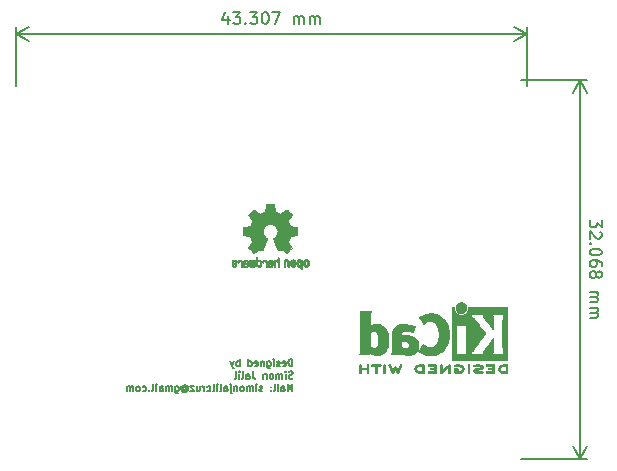
<source format=gbo>
G04 #@! TF.GenerationSoftware,KiCad,Pcbnew,5.1.7-a382d34a8~87~ubuntu20.04.1*
G04 #@! TF.CreationDate,2020-11-09T21:14:28-03:00*
G04 #@! TF.ProjectId,Arduino_Clone,41726475-696e-46f5-9f43-6c6f6e652e6b,1*
G04 #@! TF.SameCoordinates,Original*
G04 #@! TF.FileFunction,Legend,Bot*
G04 #@! TF.FilePolarity,Positive*
%FSLAX46Y46*%
G04 Gerber Fmt 4.6, Leading zero omitted, Abs format (unit mm)*
G04 Created by KiCad (PCBNEW 5.1.7-a382d34a8~87~ubuntu20.04.1) date 2020-11-09 21:14:28*
%MOMM*%
%LPD*%
G01*
G04 APERTURE LIST*
%ADD10C,0.150000*%
%ADD11C,0.010000*%
G04 APERTURE END LIST*
D10*
X101105642Y-68411028D02*
X101105642Y-67811028D01*
X100962785Y-67811028D01*
X100877071Y-67839600D01*
X100819928Y-67896742D01*
X100791357Y-67953885D01*
X100762785Y-68068171D01*
X100762785Y-68153885D01*
X100791357Y-68268171D01*
X100819928Y-68325314D01*
X100877071Y-68382457D01*
X100962785Y-68411028D01*
X101105642Y-68411028D01*
X100277071Y-68382457D02*
X100334214Y-68411028D01*
X100448500Y-68411028D01*
X100505642Y-68382457D01*
X100534214Y-68325314D01*
X100534214Y-68096742D01*
X100505642Y-68039600D01*
X100448500Y-68011028D01*
X100334214Y-68011028D01*
X100277071Y-68039600D01*
X100248500Y-68096742D01*
X100248500Y-68153885D01*
X100534214Y-68211028D01*
X100019928Y-68382457D02*
X99962785Y-68411028D01*
X99848500Y-68411028D01*
X99791357Y-68382457D01*
X99762785Y-68325314D01*
X99762785Y-68296742D01*
X99791357Y-68239600D01*
X99848500Y-68211028D01*
X99934214Y-68211028D01*
X99991357Y-68182457D01*
X100019928Y-68125314D01*
X100019928Y-68096742D01*
X99991357Y-68039600D01*
X99934214Y-68011028D01*
X99848500Y-68011028D01*
X99791357Y-68039600D01*
X99505642Y-68411028D02*
X99505642Y-68011028D01*
X99505642Y-67811028D02*
X99534214Y-67839600D01*
X99505642Y-67868171D01*
X99477071Y-67839600D01*
X99505642Y-67811028D01*
X99505642Y-67868171D01*
X98962785Y-68011028D02*
X98962785Y-68496742D01*
X98991357Y-68553885D01*
X99019928Y-68582457D01*
X99077071Y-68611028D01*
X99162785Y-68611028D01*
X99219928Y-68582457D01*
X98962785Y-68382457D02*
X99019928Y-68411028D01*
X99134214Y-68411028D01*
X99191357Y-68382457D01*
X99219928Y-68353885D01*
X99248500Y-68296742D01*
X99248500Y-68125314D01*
X99219928Y-68068171D01*
X99191357Y-68039600D01*
X99134214Y-68011028D01*
X99019928Y-68011028D01*
X98962785Y-68039600D01*
X98677071Y-68011028D02*
X98677071Y-68411028D01*
X98677071Y-68068171D02*
X98648500Y-68039600D01*
X98591357Y-68011028D01*
X98505642Y-68011028D01*
X98448500Y-68039600D01*
X98419928Y-68096742D01*
X98419928Y-68411028D01*
X97905642Y-68382457D02*
X97962785Y-68411028D01*
X98077071Y-68411028D01*
X98134214Y-68382457D01*
X98162785Y-68325314D01*
X98162785Y-68096742D01*
X98134214Y-68039600D01*
X98077071Y-68011028D01*
X97962785Y-68011028D01*
X97905642Y-68039600D01*
X97877071Y-68096742D01*
X97877071Y-68153885D01*
X98162785Y-68211028D01*
X97362785Y-68411028D02*
X97362785Y-67811028D01*
X97362785Y-68382457D02*
X97419928Y-68411028D01*
X97534214Y-68411028D01*
X97591357Y-68382457D01*
X97619928Y-68353885D01*
X97648500Y-68296742D01*
X97648500Y-68125314D01*
X97619928Y-68068171D01*
X97591357Y-68039600D01*
X97534214Y-68011028D01*
X97419928Y-68011028D01*
X97362785Y-68039600D01*
X96619928Y-68411028D02*
X96619928Y-67811028D01*
X96619928Y-68039600D02*
X96562785Y-68011028D01*
X96448500Y-68011028D01*
X96391357Y-68039600D01*
X96362785Y-68068171D01*
X96334214Y-68125314D01*
X96334214Y-68296742D01*
X96362785Y-68353885D01*
X96391357Y-68382457D01*
X96448500Y-68411028D01*
X96562785Y-68411028D01*
X96619928Y-68382457D01*
X96134214Y-68011028D02*
X95991357Y-68411028D01*
X95848500Y-68011028D02*
X95991357Y-68411028D01*
X96048500Y-68553885D01*
X96077071Y-68582457D01*
X96134214Y-68611028D01*
X101134214Y-69432457D02*
X101048500Y-69461028D01*
X100905642Y-69461028D01*
X100848500Y-69432457D01*
X100819928Y-69403885D01*
X100791357Y-69346742D01*
X100791357Y-69289600D01*
X100819928Y-69232457D01*
X100848500Y-69203885D01*
X100905642Y-69175314D01*
X101019928Y-69146742D01*
X101077071Y-69118171D01*
X101105642Y-69089600D01*
X101134214Y-69032457D01*
X101134214Y-68975314D01*
X101105642Y-68918171D01*
X101077071Y-68889600D01*
X101019928Y-68861028D01*
X100877071Y-68861028D01*
X100791357Y-68889600D01*
X100534214Y-69461028D02*
X100534214Y-69061028D01*
X100534214Y-68861028D02*
X100562785Y-68889600D01*
X100534214Y-68918171D01*
X100505642Y-68889600D01*
X100534214Y-68861028D01*
X100534214Y-68918171D01*
X100248500Y-69461028D02*
X100248500Y-69061028D01*
X100248500Y-69118171D02*
X100219928Y-69089600D01*
X100162785Y-69061028D01*
X100077071Y-69061028D01*
X100019928Y-69089600D01*
X99991357Y-69146742D01*
X99991357Y-69461028D01*
X99991357Y-69146742D02*
X99962785Y-69089600D01*
X99905642Y-69061028D01*
X99819928Y-69061028D01*
X99762785Y-69089600D01*
X99734214Y-69146742D01*
X99734214Y-69461028D01*
X99362785Y-69461028D02*
X99419928Y-69432457D01*
X99448500Y-69403885D01*
X99477071Y-69346742D01*
X99477071Y-69175314D01*
X99448500Y-69118171D01*
X99419928Y-69089600D01*
X99362785Y-69061028D01*
X99277071Y-69061028D01*
X99219928Y-69089600D01*
X99191357Y-69118171D01*
X99162785Y-69175314D01*
X99162785Y-69346742D01*
X99191357Y-69403885D01*
X99219928Y-69432457D01*
X99277071Y-69461028D01*
X99362785Y-69461028D01*
X98905642Y-69061028D02*
X98905642Y-69461028D01*
X98905642Y-69118171D02*
X98877071Y-69089600D01*
X98819928Y-69061028D01*
X98734214Y-69061028D01*
X98677071Y-69089600D01*
X98648500Y-69146742D01*
X98648500Y-69461028D01*
X97734214Y-68861028D02*
X97734214Y-69289600D01*
X97762785Y-69375314D01*
X97819928Y-69432457D01*
X97905642Y-69461028D01*
X97962785Y-69461028D01*
X97191357Y-69461028D02*
X97191357Y-69146742D01*
X97219928Y-69089600D01*
X97277071Y-69061028D01*
X97391357Y-69061028D01*
X97448500Y-69089600D01*
X97191357Y-69432457D02*
X97248500Y-69461028D01*
X97391357Y-69461028D01*
X97448500Y-69432457D01*
X97477071Y-69375314D01*
X97477071Y-69318171D01*
X97448500Y-69261028D01*
X97391357Y-69232457D01*
X97248500Y-69232457D01*
X97191357Y-69203885D01*
X96819928Y-69461028D02*
X96877071Y-69432457D01*
X96905642Y-69375314D01*
X96905642Y-68861028D01*
X96591357Y-69461028D02*
X96591357Y-69061028D01*
X96591357Y-68861028D02*
X96619928Y-68889600D01*
X96591357Y-68918171D01*
X96562785Y-68889600D01*
X96591357Y-68861028D01*
X96591357Y-68918171D01*
X96219928Y-69461028D02*
X96277071Y-69432457D01*
X96305642Y-69375314D01*
X96305642Y-68861028D01*
X101105642Y-70511028D02*
X101105642Y-69911028D01*
X100905642Y-70339600D01*
X100705642Y-69911028D01*
X100705642Y-70511028D01*
X100162785Y-70511028D02*
X100162785Y-70196742D01*
X100191357Y-70139600D01*
X100248500Y-70111028D01*
X100362785Y-70111028D01*
X100419928Y-70139600D01*
X100162785Y-70482457D02*
X100219928Y-70511028D01*
X100362785Y-70511028D01*
X100419928Y-70482457D01*
X100448500Y-70425314D01*
X100448500Y-70368171D01*
X100419928Y-70311028D01*
X100362785Y-70282457D01*
X100219928Y-70282457D01*
X100162785Y-70253885D01*
X99877071Y-70511028D02*
X99877071Y-70111028D01*
X99877071Y-69911028D02*
X99905642Y-69939600D01*
X99877071Y-69968171D01*
X99848500Y-69939600D01*
X99877071Y-69911028D01*
X99877071Y-69968171D01*
X99505642Y-70511028D02*
X99562785Y-70482457D01*
X99591357Y-70425314D01*
X99591357Y-69911028D01*
X99277071Y-70453885D02*
X99248500Y-70482457D01*
X99277071Y-70511028D01*
X99305642Y-70482457D01*
X99277071Y-70453885D01*
X99277071Y-70511028D01*
X99277071Y-70139600D02*
X99248500Y-70168171D01*
X99277071Y-70196742D01*
X99305642Y-70168171D01*
X99277071Y-70139600D01*
X99277071Y-70196742D01*
X98562785Y-70482457D02*
X98505642Y-70511028D01*
X98391357Y-70511028D01*
X98334214Y-70482457D01*
X98305642Y-70425314D01*
X98305642Y-70396742D01*
X98334214Y-70339600D01*
X98391357Y-70311028D01*
X98477071Y-70311028D01*
X98534214Y-70282457D01*
X98562785Y-70225314D01*
X98562785Y-70196742D01*
X98534214Y-70139600D01*
X98477071Y-70111028D01*
X98391357Y-70111028D01*
X98334214Y-70139600D01*
X98048500Y-70511028D02*
X98048500Y-70111028D01*
X98048500Y-69911028D02*
X98077071Y-69939600D01*
X98048500Y-69968171D01*
X98019928Y-69939600D01*
X98048500Y-69911028D01*
X98048500Y-69968171D01*
X97762785Y-70511028D02*
X97762785Y-70111028D01*
X97762785Y-70168171D02*
X97734214Y-70139600D01*
X97677071Y-70111028D01*
X97591357Y-70111028D01*
X97534214Y-70139600D01*
X97505642Y-70196742D01*
X97505642Y-70511028D01*
X97505642Y-70196742D02*
X97477071Y-70139600D01*
X97419928Y-70111028D01*
X97334214Y-70111028D01*
X97277071Y-70139600D01*
X97248500Y-70196742D01*
X97248500Y-70511028D01*
X96877071Y-70511028D02*
X96934214Y-70482457D01*
X96962785Y-70453885D01*
X96991357Y-70396742D01*
X96991357Y-70225314D01*
X96962785Y-70168171D01*
X96934214Y-70139600D01*
X96877071Y-70111028D01*
X96791357Y-70111028D01*
X96734214Y-70139600D01*
X96705642Y-70168171D01*
X96677071Y-70225314D01*
X96677071Y-70396742D01*
X96705642Y-70453885D01*
X96734214Y-70482457D01*
X96791357Y-70511028D01*
X96877071Y-70511028D01*
X96419928Y-70111028D02*
X96419928Y-70511028D01*
X96419928Y-70168171D02*
X96391357Y-70139600D01*
X96334214Y-70111028D01*
X96248500Y-70111028D01*
X96191357Y-70139600D01*
X96162785Y-70196742D01*
X96162785Y-70511028D01*
X95877071Y-70111028D02*
X95877071Y-70625314D01*
X95905642Y-70682457D01*
X95962785Y-70711028D01*
X95991357Y-70711028D01*
X95877071Y-69911028D02*
X95905642Y-69939600D01*
X95877071Y-69968171D01*
X95848500Y-69939600D01*
X95877071Y-69911028D01*
X95877071Y-69968171D01*
X95334214Y-70511028D02*
X95334214Y-70196742D01*
X95362785Y-70139600D01*
X95419928Y-70111028D01*
X95534214Y-70111028D01*
X95591357Y-70139600D01*
X95334214Y-70482457D02*
X95391357Y-70511028D01*
X95534214Y-70511028D01*
X95591357Y-70482457D01*
X95619928Y-70425314D01*
X95619928Y-70368171D01*
X95591357Y-70311028D01*
X95534214Y-70282457D01*
X95391357Y-70282457D01*
X95334214Y-70253885D01*
X94962785Y-70511028D02*
X95019928Y-70482457D01*
X95048500Y-70425314D01*
X95048500Y-69911028D01*
X94734214Y-70511028D02*
X94734214Y-70111028D01*
X94734214Y-69911028D02*
X94762785Y-69939600D01*
X94734214Y-69968171D01*
X94705642Y-69939600D01*
X94734214Y-69911028D01*
X94734214Y-69968171D01*
X94362785Y-70511028D02*
X94419928Y-70482457D01*
X94448500Y-70425314D01*
X94448500Y-69911028D01*
X93877071Y-70482457D02*
X93934214Y-70511028D01*
X94048500Y-70511028D01*
X94105642Y-70482457D01*
X94134214Y-70453885D01*
X94162785Y-70396742D01*
X94162785Y-70225314D01*
X94134214Y-70168171D01*
X94105642Y-70139600D01*
X94048500Y-70111028D01*
X93934214Y-70111028D01*
X93877071Y-70139600D01*
X93619928Y-70511028D02*
X93619928Y-70111028D01*
X93619928Y-70225314D02*
X93591357Y-70168171D01*
X93562785Y-70139600D01*
X93505642Y-70111028D01*
X93448500Y-70111028D01*
X92991357Y-70111028D02*
X92991357Y-70511028D01*
X93248500Y-70111028D02*
X93248500Y-70425314D01*
X93219928Y-70482457D01*
X93162785Y-70511028D01*
X93077071Y-70511028D01*
X93019928Y-70482457D01*
X92991357Y-70453885D01*
X92762785Y-70111028D02*
X92448500Y-70111028D01*
X92762785Y-70511028D01*
X92448500Y-70511028D01*
X91848500Y-70225314D02*
X91877071Y-70196742D01*
X91934214Y-70168171D01*
X91991357Y-70168171D01*
X92048500Y-70196742D01*
X92077071Y-70225314D01*
X92105642Y-70282457D01*
X92105642Y-70339600D01*
X92077071Y-70396742D01*
X92048500Y-70425314D01*
X91991357Y-70453885D01*
X91934214Y-70453885D01*
X91877071Y-70425314D01*
X91848500Y-70396742D01*
X91848500Y-70168171D02*
X91848500Y-70396742D01*
X91819928Y-70425314D01*
X91791357Y-70425314D01*
X91734214Y-70396742D01*
X91705642Y-70339600D01*
X91705642Y-70196742D01*
X91762785Y-70111028D01*
X91848500Y-70053885D01*
X91962785Y-70025314D01*
X92077071Y-70053885D01*
X92162785Y-70111028D01*
X92219928Y-70196742D01*
X92248500Y-70311028D01*
X92219928Y-70425314D01*
X92162785Y-70511028D01*
X92077071Y-70568171D01*
X91962785Y-70596742D01*
X91848500Y-70568171D01*
X91762785Y-70511028D01*
X91191357Y-70111028D02*
X91191357Y-70596742D01*
X91219928Y-70653885D01*
X91248500Y-70682457D01*
X91305642Y-70711028D01*
X91391357Y-70711028D01*
X91448500Y-70682457D01*
X91191357Y-70482457D02*
X91248500Y-70511028D01*
X91362785Y-70511028D01*
X91419928Y-70482457D01*
X91448500Y-70453885D01*
X91477071Y-70396742D01*
X91477071Y-70225314D01*
X91448500Y-70168171D01*
X91419928Y-70139600D01*
X91362785Y-70111028D01*
X91248500Y-70111028D01*
X91191357Y-70139600D01*
X90905642Y-70511028D02*
X90905642Y-70111028D01*
X90905642Y-70168171D02*
X90877071Y-70139600D01*
X90819928Y-70111028D01*
X90734214Y-70111028D01*
X90677071Y-70139600D01*
X90648500Y-70196742D01*
X90648500Y-70511028D01*
X90648500Y-70196742D02*
X90619928Y-70139600D01*
X90562785Y-70111028D01*
X90477071Y-70111028D01*
X90419928Y-70139600D01*
X90391357Y-70196742D01*
X90391357Y-70511028D01*
X89848500Y-70511028D02*
X89848500Y-70196742D01*
X89877071Y-70139600D01*
X89934214Y-70111028D01*
X90048500Y-70111028D01*
X90105642Y-70139600D01*
X89848500Y-70482457D02*
X89905642Y-70511028D01*
X90048500Y-70511028D01*
X90105642Y-70482457D01*
X90134214Y-70425314D01*
X90134214Y-70368171D01*
X90105642Y-70311028D01*
X90048500Y-70282457D01*
X89905642Y-70282457D01*
X89848500Y-70253885D01*
X89562785Y-70511028D02*
X89562785Y-70111028D01*
X89562785Y-69911028D02*
X89591357Y-69939600D01*
X89562785Y-69968171D01*
X89534214Y-69939600D01*
X89562785Y-69911028D01*
X89562785Y-69968171D01*
X89191357Y-70511028D02*
X89248500Y-70482457D01*
X89277071Y-70425314D01*
X89277071Y-69911028D01*
X88962785Y-70453885D02*
X88934214Y-70482457D01*
X88962785Y-70511028D01*
X88991357Y-70482457D01*
X88962785Y-70453885D01*
X88962785Y-70511028D01*
X88419928Y-70482457D02*
X88477071Y-70511028D01*
X88591357Y-70511028D01*
X88648500Y-70482457D01*
X88677071Y-70453885D01*
X88705642Y-70396742D01*
X88705642Y-70225314D01*
X88677071Y-70168171D01*
X88648500Y-70139600D01*
X88591357Y-70111028D01*
X88477071Y-70111028D01*
X88419928Y-70139600D01*
X88077071Y-70511028D02*
X88134214Y-70482457D01*
X88162785Y-70453885D01*
X88191357Y-70396742D01*
X88191357Y-70225314D01*
X88162785Y-70168171D01*
X88134214Y-70139600D01*
X88077071Y-70111028D01*
X87991357Y-70111028D01*
X87934214Y-70139600D01*
X87905642Y-70168171D01*
X87877071Y-70225314D01*
X87877071Y-70396742D01*
X87905642Y-70453885D01*
X87934214Y-70482457D01*
X87991357Y-70511028D01*
X88077071Y-70511028D01*
X87619928Y-70511028D02*
X87619928Y-70111028D01*
X87619928Y-70168171D02*
X87591357Y-70139600D01*
X87534214Y-70111028D01*
X87448500Y-70111028D01*
X87391357Y-70139600D01*
X87362785Y-70196742D01*
X87362785Y-70511028D01*
X87362785Y-70196742D02*
X87334214Y-70139600D01*
X87277071Y-70111028D01*
X87191357Y-70111028D01*
X87134214Y-70139600D01*
X87105642Y-70196742D01*
X87105642Y-70511028D01*
X127272819Y-56039273D02*
X127272819Y-56658321D01*
X126891866Y-56324988D01*
X126891866Y-56467845D01*
X126844247Y-56563083D01*
X126796628Y-56610702D01*
X126701390Y-56658321D01*
X126463295Y-56658321D01*
X126368057Y-56610702D01*
X126320438Y-56563083D01*
X126272819Y-56467845D01*
X126272819Y-56182130D01*
X126320438Y-56086892D01*
X126368057Y-56039273D01*
X127177580Y-57039273D02*
X127225200Y-57086892D01*
X127272819Y-57182130D01*
X127272819Y-57420226D01*
X127225200Y-57515464D01*
X127177580Y-57563083D01*
X127082342Y-57610702D01*
X126987104Y-57610702D01*
X126844247Y-57563083D01*
X126272819Y-56991654D01*
X126272819Y-57610702D01*
X126368057Y-58039273D02*
X126320438Y-58086892D01*
X126272819Y-58039273D01*
X126320438Y-57991654D01*
X126368057Y-58039273D01*
X126272819Y-58039273D01*
X127272819Y-58705940D02*
X127272819Y-58801178D01*
X127225200Y-58896416D01*
X127177580Y-58944035D01*
X127082342Y-58991654D01*
X126891866Y-59039273D01*
X126653771Y-59039273D01*
X126463295Y-58991654D01*
X126368057Y-58944035D01*
X126320438Y-58896416D01*
X126272819Y-58801178D01*
X126272819Y-58705940D01*
X126320438Y-58610702D01*
X126368057Y-58563083D01*
X126463295Y-58515464D01*
X126653771Y-58467845D01*
X126891866Y-58467845D01*
X127082342Y-58515464D01*
X127177580Y-58563083D01*
X127225200Y-58610702D01*
X127272819Y-58705940D01*
X127272819Y-59896416D02*
X127272819Y-59705940D01*
X127225200Y-59610702D01*
X127177580Y-59563083D01*
X127034723Y-59467845D01*
X126844247Y-59420226D01*
X126463295Y-59420226D01*
X126368057Y-59467845D01*
X126320438Y-59515464D01*
X126272819Y-59610702D01*
X126272819Y-59801178D01*
X126320438Y-59896416D01*
X126368057Y-59944035D01*
X126463295Y-59991654D01*
X126701390Y-59991654D01*
X126796628Y-59944035D01*
X126844247Y-59896416D01*
X126891866Y-59801178D01*
X126891866Y-59610702D01*
X126844247Y-59515464D01*
X126796628Y-59467845D01*
X126701390Y-59420226D01*
X126844247Y-60563083D02*
X126891866Y-60467845D01*
X126939485Y-60420226D01*
X127034723Y-60372607D01*
X127082342Y-60372607D01*
X127177580Y-60420226D01*
X127225200Y-60467845D01*
X127272819Y-60563083D01*
X127272819Y-60753559D01*
X127225200Y-60848797D01*
X127177580Y-60896416D01*
X127082342Y-60944035D01*
X127034723Y-60944035D01*
X126939485Y-60896416D01*
X126891866Y-60848797D01*
X126844247Y-60753559D01*
X126844247Y-60563083D01*
X126796628Y-60467845D01*
X126749009Y-60420226D01*
X126653771Y-60372607D01*
X126463295Y-60372607D01*
X126368057Y-60420226D01*
X126320438Y-60467845D01*
X126272819Y-60563083D01*
X126272819Y-60753559D01*
X126320438Y-60848797D01*
X126368057Y-60896416D01*
X126463295Y-60944035D01*
X126653771Y-60944035D01*
X126749009Y-60896416D01*
X126796628Y-60848797D01*
X126844247Y-60753559D01*
X126272819Y-62134511D02*
X126939485Y-62134511D01*
X126844247Y-62134511D02*
X126891866Y-62182130D01*
X126939485Y-62277369D01*
X126939485Y-62420226D01*
X126891866Y-62515464D01*
X126796628Y-62563083D01*
X126272819Y-62563083D01*
X126796628Y-62563083D02*
X126891866Y-62610702D01*
X126939485Y-62705940D01*
X126939485Y-62848797D01*
X126891866Y-62944035D01*
X126796628Y-62991654D01*
X126272819Y-62991654D01*
X126272819Y-63467845D02*
X126939485Y-63467845D01*
X126844247Y-63467845D02*
X126891866Y-63515464D01*
X126939485Y-63610702D01*
X126939485Y-63753559D01*
X126891866Y-63848797D01*
X126796628Y-63896416D01*
X126272819Y-63896416D01*
X126796628Y-63896416D02*
X126891866Y-63944035D01*
X126939485Y-64039273D01*
X126939485Y-64182130D01*
X126891866Y-64277369D01*
X126796628Y-64324988D01*
X126272819Y-64324988D01*
X125425200Y-44196000D02*
X125425200Y-76263500D01*
X120459500Y-44196000D02*
X126011621Y-44196000D01*
X120459500Y-76263500D02*
X126011621Y-76263500D01*
X125425200Y-76263500D02*
X124838779Y-75136996D01*
X125425200Y-76263500D02*
X126011621Y-75136996D01*
X125425200Y-44196000D02*
X124838779Y-45322504D01*
X125425200Y-44196000D02*
X126011621Y-45322504D01*
X95647333Y-38770114D02*
X95647333Y-39436780D01*
X95409238Y-38389161D02*
X95171142Y-39103447D01*
X95790190Y-39103447D01*
X96075904Y-38436780D02*
X96694952Y-38436780D01*
X96361619Y-38817733D01*
X96504476Y-38817733D01*
X96599714Y-38865352D01*
X96647333Y-38912971D01*
X96694952Y-39008209D01*
X96694952Y-39246304D01*
X96647333Y-39341542D01*
X96599714Y-39389161D01*
X96504476Y-39436780D01*
X96218761Y-39436780D01*
X96123523Y-39389161D01*
X96075904Y-39341542D01*
X97123523Y-39341542D02*
X97171142Y-39389161D01*
X97123523Y-39436780D01*
X97075904Y-39389161D01*
X97123523Y-39341542D01*
X97123523Y-39436780D01*
X97504476Y-38436780D02*
X98123523Y-38436780D01*
X97790190Y-38817733D01*
X97933047Y-38817733D01*
X98028285Y-38865352D01*
X98075904Y-38912971D01*
X98123523Y-39008209D01*
X98123523Y-39246304D01*
X98075904Y-39341542D01*
X98028285Y-39389161D01*
X97933047Y-39436780D01*
X97647333Y-39436780D01*
X97552095Y-39389161D01*
X97504476Y-39341542D01*
X98742571Y-38436780D02*
X98837809Y-38436780D01*
X98933047Y-38484400D01*
X98980666Y-38532019D01*
X99028285Y-38627257D01*
X99075904Y-38817733D01*
X99075904Y-39055828D01*
X99028285Y-39246304D01*
X98980666Y-39341542D01*
X98933047Y-39389161D01*
X98837809Y-39436780D01*
X98742571Y-39436780D01*
X98647333Y-39389161D01*
X98599714Y-39341542D01*
X98552095Y-39246304D01*
X98504476Y-39055828D01*
X98504476Y-38817733D01*
X98552095Y-38627257D01*
X98599714Y-38532019D01*
X98647333Y-38484400D01*
X98742571Y-38436780D01*
X99409238Y-38436780D02*
X100075904Y-38436780D01*
X99647333Y-39436780D01*
X101218761Y-39436780D02*
X101218761Y-38770114D01*
X101218761Y-38865352D02*
X101266380Y-38817733D01*
X101361619Y-38770114D01*
X101504476Y-38770114D01*
X101599714Y-38817733D01*
X101647333Y-38912971D01*
X101647333Y-39436780D01*
X101647333Y-38912971D02*
X101694952Y-38817733D01*
X101790190Y-38770114D01*
X101933047Y-38770114D01*
X102028285Y-38817733D01*
X102075904Y-38912971D01*
X102075904Y-39436780D01*
X102552095Y-39436780D02*
X102552095Y-38770114D01*
X102552095Y-38865352D02*
X102599714Y-38817733D01*
X102694952Y-38770114D01*
X102837809Y-38770114D01*
X102933047Y-38817733D01*
X102980666Y-38912971D01*
X102980666Y-39436780D01*
X102980666Y-38912971D02*
X103028285Y-38817733D01*
X103123523Y-38770114D01*
X103266380Y-38770114D01*
X103361619Y-38817733D01*
X103409238Y-38912971D01*
X103409238Y-39436780D01*
X77660500Y-40284400D02*
X120967500Y-40284400D01*
X77660500Y-44704000D02*
X77660500Y-39697979D01*
X120967500Y-44704000D02*
X120967500Y-39697979D01*
X120967500Y-40284400D02*
X119840996Y-40870821D01*
X120967500Y-40284400D02*
X119840996Y-39697979D01*
X77660500Y-40284400D02*
X78787004Y-40870821D01*
X77660500Y-40284400D02*
X78787004Y-39697979D01*
D11*
G36*
X101612656Y-59374718D02*
G01*
X101557199Y-59402368D01*
X101508252Y-59453280D01*
X101494771Y-59472138D01*
X101480086Y-59496815D01*
X101470558Y-59523616D01*
X101465107Y-59559387D01*
X101462653Y-59610969D01*
X101462114Y-59679067D01*
X101464548Y-59772388D01*
X101473006Y-59842457D01*
X101489226Y-59894731D01*
X101514946Y-59934669D01*
X101551903Y-59967729D01*
X101554618Y-59969686D01*
X101591040Y-59989708D01*
X101634898Y-59999615D01*
X101690676Y-60002057D01*
X101781352Y-60002057D01*
X101781390Y-60090083D01*
X101782234Y-60139108D01*
X101787376Y-60167865D01*
X101800813Y-60185111D01*
X101826542Y-60199608D01*
X101832721Y-60202569D01*
X101861636Y-60216448D01*
X101884024Y-60225214D01*
X101900671Y-60225971D01*
X101912364Y-60215823D01*
X101919890Y-60191873D01*
X101924034Y-60151226D01*
X101925585Y-60090986D01*
X101925329Y-60008255D01*
X101924051Y-59900139D01*
X101923652Y-59867800D01*
X101922215Y-59756324D01*
X101920928Y-59683403D01*
X101781429Y-59683403D01*
X101780645Y-59745299D01*
X101777160Y-59785797D01*
X101769276Y-59812508D01*
X101755295Y-59833044D01*
X101745803Y-59843060D01*
X101706996Y-59872367D01*
X101672637Y-59874752D01*
X101637184Y-59850550D01*
X101636286Y-59849657D01*
X101621861Y-59830953D01*
X101613087Y-59805532D01*
X101608661Y-59766384D01*
X101607282Y-59706497D01*
X101607257Y-59693230D01*
X101610588Y-59610701D01*
X101621431Y-59553491D01*
X101641060Y-59518566D01*
X101670750Y-59502894D01*
X101687909Y-59501314D01*
X101728634Y-59508726D01*
X101756568Y-59533130D01*
X101773383Y-59577780D01*
X101780750Y-59645930D01*
X101781429Y-59683403D01*
X101920928Y-59683403D01*
X101920692Y-59670045D01*
X101918723Y-59605133D01*
X101915950Y-59557758D01*
X101912012Y-59524090D01*
X101906551Y-59500298D01*
X101899208Y-59482553D01*
X101889623Y-59467024D01*
X101885513Y-59461181D01*
X101830995Y-59405985D01*
X101762064Y-59374690D01*
X101682328Y-59365965D01*
X101612656Y-59374718D01*
G37*
X101612656Y-59374718D02*
X101557199Y-59402368D01*
X101508252Y-59453280D01*
X101494771Y-59472138D01*
X101480086Y-59496815D01*
X101470558Y-59523616D01*
X101465107Y-59559387D01*
X101462653Y-59610969D01*
X101462114Y-59679067D01*
X101464548Y-59772388D01*
X101473006Y-59842457D01*
X101489226Y-59894731D01*
X101514946Y-59934669D01*
X101551903Y-59967729D01*
X101554618Y-59969686D01*
X101591040Y-59989708D01*
X101634898Y-59999615D01*
X101690676Y-60002057D01*
X101781352Y-60002057D01*
X101781390Y-60090083D01*
X101782234Y-60139108D01*
X101787376Y-60167865D01*
X101800813Y-60185111D01*
X101826542Y-60199608D01*
X101832721Y-60202569D01*
X101861636Y-60216448D01*
X101884024Y-60225214D01*
X101900671Y-60225971D01*
X101912364Y-60215823D01*
X101919890Y-60191873D01*
X101924034Y-60151226D01*
X101925585Y-60090986D01*
X101925329Y-60008255D01*
X101924051Y-59900139D01*
X101923652Y-59867800D01*
X101922215Y-59756324D01*
X101920928Y-59683403D01*
X101781429Y-59683403D01*
X101780645Y-59745299D01*
X101777160Y-59785797D01*
X101769276Y-59812508D01*
X101755295Y-59833044D01*
X101745803Y-59843060D01*
X101706996Y-59872367D01*
X101672637Y-59874752D01*
X101637184Y-59850550D01*
X101636286Y-59849657D01*
X101621861Y-59830953D01*
X101613087Y-59805532D01*
X101608661Y-59766384D01*
X101607282Y-59706497D01*
X101607257Y-59693230D01*
X101610588Y-59610701D01*
X101621431Y-59553491D01*
X101641060Y-59518566D01*
X101670750Y-59502894D01*
X101687909Y-59501314D01*
X101728634Y-59508726D01*
X101756568Y-59533130D01*
X101773383Y-59577780D01*
X101780750Y-59645930D01*
X101781429Y-59683403D01*
X101920928Y-59683403D01*
X101920692Y-59670045D01*
X101918723Y-59605133D01*
X101915950Y-59557758D01*
X101912012Y-59524090D01*
X101906551Y-59500298D01*
X101899208Y-59482553D01*
X101889623Y-59467024D01*
X101885513Y-59461181D01*
X101830995Y-59405985D01*
X101762064Y-59374690D01*
X101682328Y-59365965D01*
X101612656Y-59374718D01*
G36*
X100496307Y-59382580D02*
G01*
X100449728Y-59409523D01*
X100417343Y-59436266D01*
X100393658Y-59464284D01*
X100377341Y-59498548D01*
X100367061Y-59544027D01*
X100361486Y-59605692D01*
X100359284Y-59688511D01*
X100359029Y-59748046D01*
X100359029Y-59967191D01*
X100420714Y-59994844D01*
X100482400Y-60022497D01*
X100489657Y-59782470D01*
X100492656Y-59692828D01*
X100495802Y-59627762D01*
X100499699Y-59582826D01*
X100504953Y-59553570D01*
X100512169Y-59535548D01*
X100521950Y-59524311D01*
X100525088Y-59521879D01*
X100572639Y-59502883D01*
X100620703Y-59510400D01*
X100649314Y-59530343D01*
X100660953Y-59544475D01*
X100669009Y-59563020D01*
X100674129Y-59591134D01*
X100676959Y-59633973D01*
X100678144Y-59696695D01*
X100678343Y-59762061D01*
X100678382Y-59844068D01*
X100679786Y-59902116D01*
X100684486Y-59941265D01*
X100694413Y-59966580D01*
X100711497Y-59983123D01*
X100737668Y-59995956D01*
X100772625Y-60009291D01*
X100810804Y-60023807D01*
X100806259Y-59766189D01*
X100804429Y-59673319D01*
X100802288Y-59604689D01*
X100799219Y-59555511D01*
X100794606Y-59520998D01*
X100787832Y-59496362D01*
X100778281Y-59476816D01*
X100766766Y-59459570D01*
X100711210Y-59404480D01*
X100643420Y-59372622D01*
X100569687Y-59364991D01*
X100496307Y-59382580D01*
G37*
X100496307Y-59382580D02*
X100449728Y-59409523D01*
X100417343Y-59436266D01*
X100393658Y-59464284D01*
X100377341Y-59498548D01*
X100367061Y-59544027D01*
X100361486Y-59605692D01*
X100359284Y-59688511D01*
X100359029Y-59748046D01*
X100359029Y-59967191D01*
X100420714Y-59994844D01*
X100482400Y-60022497D01*
X100489657Y-59782470D01*
X100492656Y-59692828D01*
X100495802Y-59627762D01*
X100499699Y-59582826D01*
X100504953Y-59553570D01*
X100512169Y-59535548D01*
X100521950Y-59524311D01*
X100525088Y-59521879D01*
X100572639Y-59502883D01*
X100620703Y-59510400D01*
X100649314Y-59530343D01*
X100660953Y-59544475D01*
X100669009Y-59563020D01*
X100674129Y-59591134D01*
X100676959Y-59633973D01*
X100678144Y-59696695D01*
X100678343Y-59762061D01*
X100678382Y-59844068D01*
X100679786Y-59902116D01*
X100684486Y-59941265D01*
X100694413Y-59966580D01*
X100711497Y-59983123D01*
X100737668Y-59995956D01*
X100772625Y-60009291D01*
X100810804Y-60023807D01*
X100806259Y-59766189D01*
X100804429Y-59673319D01*
X100802288Y-59604689D01*
X100799219Y-59555511D01*
X100794606Y-59520998D01*
X100787832Y-59496362D01*
X100778281Y-59476816D01*
X100766766Y-59459570D01*
X100711210Y-59404480D01*
X100643420Y-59372622D01*
X100569687Y-59364991D01*
X100496307Y-59382580D01*
G36*
X102171285Y-59376762D02*
G01*
X102103255Y-59412533D01*
X102053049Y-59470101D01*
X102035215Y-59507112D01*
X102021337Y-59562682D01*
X102014233Y-59632896D01*
X102013560Y-59709527D01*
X102018973Y-59784352D01*
X102030130Y-59849142D01*
X102046686Y-59895673D01*
X102051774Y-59903687D01*
X102112045Y-59963507D01*
X102183631Y-59999335D01*
X102261308Y-60009820D01*
X102339852Y-59993610D01*
X102361711Y-59983892D01*
X102404278Y-59953943D01*
X102441637Y-59914233D01*
X102445168Y-59909197D01*
X102459519Y-59884924D01*
X102469006Y-59858978D01*
X102474610Y-59824822D01*
X102477314Y-59775919D01*
X102478101Y-59705735D01*
X102478114Y-59690000D01*
X102478078Y-59684992D01*
X102332971Y-59684992D01*
X102332127Y-59751230D01*
X102328804Y-59795186D01*
X102321817Y-59823579D01*
X102309984Y-59843125D01*
X102303943Y-59849657D01*
X102269214Y-59874480D01*
X102235497Y-59873348D01*
X102201405Y-59851816D01*
X102181071Y-59828829D01*
X102169029Y-59795278D01*
X102162266Y-59742369D01*
X102161802Y-59736199D01*
X102160648Y-59640313D01*
X102172712Y-59569099D01*
X102197830Y-59522994D01*
X102235840Y-59502435D01*
X102249408Y-59501314D01*
X102285036Y-59506952D01*
X102309406Y-59526486D01*
X102324307Y-59563842D01*
X102331525Y-59622950D01*
X102332971Y-59684992D01*
X102478078Y-59684992D01*
X102477574Y-59615213D01*
X102475304Y-59562959D01*
X102470332Y-59526749D01*
X102461687Y-59500099D01*
X102448395Y-59476522D01*
X102445457Y-59472138D01*
X102396087Y-59413049D01*
X102342291Y-59378747D01*
X102276798Y-59365131D01*
X102254558Y-59364465D01*
X102171285Y-59376762D01*
G37*
X102171285Y-59376762D02*
X102103255Y-59412533D01*
X102053049Y-59470101D01*
X102035215Y-59507112D01*
X102021337Y-59562682D01*
X102014233Y-59632896D01*
X102013560Y-59709527D01*
X102018973Y-59784352D01*
X102030130Y-59849142D01*
X102046686Y-59895673D01*
X102051774Y-59903687D01*
X102112045Y-59963507D01*
X102183631Y-59999335D01*
X102261308Y-60009820D01*
X102339852Y-59993610D01*
X102361711Y-59983892D01*
X102404278Y-59953943D01*
X102441637Y-59914233D01*
X102445168Y-59909197D01*
X102459519Y-59884924D01*
X102469006Y-59858978D01*
X102474610Y-59824822D01*
X102477314Y-59775919D01*
X102478101Y-59705735D01*
X102478114Y-59690000D01*
X102478078Y-59684992D01*
X102332971Y-59684992D01*
X102332127Y-59751230D01*
X102328804Y-59795186D01*
X102321817Y-59823579D01*
X102309984Y-59843125D01*
X102303943Y-59849657D01*
X102269214Y-59874480D01*
X102235497Y-59873348D01*
X102201405Y-59851816D01*
X102181071Y-59828829D01*
X102169029Y-59795278D01*
X102162266Y-59742369D01*
X102161802Y-59736199D01*
X102160648Y-59640313D01*
X102172712Y-59569099D01*
X102197830Y-59522994D01*
X102235840Y-59502435D01*
X102249408Y-59501314D01*
X102285036Y-59506952D01*
X102309406Y-59526486D01*
X102324307Y-59563842D01*
X102331525Y-59622950D01*
X102332971Y-59684992D01*
X102478078Y-59684992D01*
X102477574Y-59615213D01*
X102475304Y-59562959D01*
X102470332Y-59526749D01*
X102461687Y-59500099D01*
X102448395Y-59476522D01*
X102445457Y-59472138D01*
X102396087Y-59413049D01*
X102342291Y-59378747D01*
X102276798Y-59365131D01*
X102254558Y-59364465D01*
X102171285Y-59376762D01*
G36*
X101044097Y-59386039D02*
G01*
X100986873Y-59424535D01*
X100942651Y-59480135D01*
X100916233Y-59550886D01*
X100910890Y-59602962D01*
X100911497Y-59624693D01*
X100916578Y-59641331D01*
X100930545Y-59656237D01*
X100957811Y-59672773D01*
X101002788Y-59694298D01*
X101069889Y-59724174D01*
X101070229Y-59724324D01*
X101131993Y-59752613D01*
X101182641Y-59777733D01*
X101216996Y-59796979D01*
X101229882Y-59807648D01*
X101229886Y-59807734D01*
X101218528Y-59830966D01*
X101191969Y-59856574D01*
X101161477Y-59875021D01*
X101146030Y-59878686D01*
X101103885Y-59866012D01*
X101067592Y-59834271D01*
X101049883Y-59799372D01*
X101032848Y-59773645D01*
X100999478Y-59744346D01*
X100960251Y-59719035D01*
X100925644Y-59705271D01*
X100918407Y-59704514D01*
X100910261Y-59716960D01*
X100909770Y-59748772D01*
X100915757Y-59791666D01*
X100927043Y-59837358D01*
X100942450Y-59877561D01*
X100943229Y-59879122D01*
X100989596Y-59943862D01*
X101049689Y-59987897D01*
X101117935Y-60009511D01*
X101188762Y-60006985D01*
X101256596Y-59978604D01*
X101259612Y-59976608D01*
X101312973Y-59928248D01*
X101348060Y-59865152D01*
X101367478Y-59782187D01*
X101370084Y-59758878D01*
X101374699Y-59648855D01*
X101369167Y-59597548D01*
X101229886Y-59597548D01*
X101228076Y-59629553D01*
X101218178Y-59638893D01*
X101193502Y-59631905D01*
X101154605Y-59615387D01*
X101111125Y-59594681D01*
X101110044Y-59594133D01*
X101073191Y-59574749D01*
X101058400Y-59561813D01*
X101062047Y-59548251D01*
X101077405Y-59530432D01*
X101116477Y-59504645D01*
X101158554Y-59502750D01*
X101196297Y-59521517D01*
X101222366Y-59557715D01*
X101229886Y-59597548D01*
X101369167Y-59597548D01*
X101365206Y-59560827D01*
X101340850Y-59491012D01*
X101306944Y-59442102D01*
X101245747Y-59392678D01*
X101178337Y-59368159D01*
X101109520Y-59366597D01*
X101044097Y-59386039D01*
G37*
X101044097Y-59386039D02*
X100986873Y-59424535D01*
X100942651Y-59480135D01*
X100916233Y-59550886D01*
X100910890Y-59602962D01*
X100911497Y-59624693D01*
X100916578Y-59641331D01*
X100930545Y-59656237D01*
X100957811Y-59672773D01*
X101002788Y-59694298D01*
X101069889Y-59724174D01*
X101070229Y-59724324D01*
X101131993Y-59752613D01*
X101182641Y-59777733D01*
X101216996Y-59796979D01*
X101229882Y-59807648D01*
X101229886Y-59807734D01*
X101218528Y-59830966D01*
X101191969Y-59856574D01*
X101161477Y-59875021D01*
X101146030Y-59878686D01*
X101103885Y-59866012D01*
X101067592Y-59834271D01*
X101049883Y-59799372D01*
X101032848Y-59773645D01*
X100999478Y-59744346D01*
X100960251Y-59719035D01*
X100925644Y-59705271D01*
X100918407Y-59704514D01*
X100910261Y-59716960D01*
X100909770Y-59748772D01*
X100915757Y-59791666D01*
X100927043Y-59837358D01*
X100942450Y-59877561D01*
X100943229Y-59879122D01*
X100989596Y-59943862D01*
X101049689Y-59987897D01*
X101117935Y-60009511D01*
X101188762Y-60006985D01*
X101256596Y-59978604D01*
X101259612Y-59976608D01*
X101312973Y-59928248D01*
X101348060Y-59865152D01*
X101367478Y-59782187D01*
X101370084Y-59758878D01*
X101374699Y-59648855D01*
X101369167Y-59597548D01*
X101229886Y-59597548D01*
X101228076Y-59629553D01*
X101218178Y-59638893D01*
X101193502Y-59631905D01*
X101154605Y-59615387D01*
X101111125Y-59594681D01*
X101110044Y-59594133D01*
X101073191Y-59574749D01*
X101058400Y-59561813D01*
X101062047Y-59548251D01*
X101077405Y-59530432D01*
X101116477Y-59504645D01*
X101158554Y-59502750D01*
X101196297Y-59521517D01*
X101222366Y-59557715D01*
X101229886Y-59597548D01*
X101369167Y-59597548D01*
X101365206Y-59560827D01*
X101340850Y-59491012D01*
X101306944Y-59442102D01*
X101245747Y-59392678D01*
X101178337Y-59368159D01*
X101109520Y-59366597D01*
X101044097Y-59386039D01*
G36*
X99836514Y-59306089D02*
G01*
X99832261Y-59365413D01*
X99827375Y-59400372D01*
X99820605Y-59415620D01*
X99810698Y-59415815D01*
X99807486Y-59413995D01*
X99764756Y-59400815D01*
X99709173Y-59401585D01*
X99652663Y-59415133D01*
X99617318Y-59432661D01*
X99581079Y-59460661D01*
X99554587Y-59492349D01*
X99536401Y-59532613D01*
X99525078Y-59586343D01*
X99519178Y-59658426D01*
X99517257Y-59753751D01*
X99517223Y-59772037D01*
X99517200Y-59977446D01*
X99562909Y-59993380D01*
X99595373Y-60004220D01*
X99613185Y-60009268D01*
X99613709Y-60009314D01*
X99615463Y-59995628D01*
X99616956Y-59957876D01*
X99618074Y-59901024D01*
X99618703Y-59830034D01*
X99618800Y-59786873D01*
X99619002Y-59701773D01*
X99620042Y-59640781D01*
X99622569Y-59598977D01*
X99627236Y-59571442D01*
X99634693Y-59553256D01*
X99645589Y-59539498D01*
X99652393Y-59532873D01*
X99699128Y-59506175D01*
X99750128Y-59504175D01*
X99796399Y-59526755D01*
X99804956Y-59534907D01*
X99817507Y-59550236D01*
X99826212Y-59568418D01*
X99831769Y-59594709D01*
X99834874Y-59634362D01*
X99836224Y-59692632D01*
X99836514Y-59772973D01*
X99836514Y-59977446D01*
X99882223Y-59993380D01*
X99914687Y-60004220D01*
X99932499Y-60009268D01*
X99933023Y-60009314D01*
X99934363Y-59995423D01*
X99935572Y-59956239D01*
X99936599Y-59895500D01*
X99937398Y-59816941D01*
X99937919Y-59724298D01*
X99938114Y-59621309D01*
X99938114Y-59224142D01*
X99890943Y-59204244D01*
X99843771Y-59184347D01*
X99836514Y-59306089D01*
G37*
X99836514Y-59306089D02*
X99832261Y-59365413D01*
X99827375Y-59400372D01*
X99820605Y-59415620D01*
X99810698Y-59415815D01*
X99807486Y-59413995D01*
X99764756Y-59400815D01*
X99709173Y-59401585D01*
X99652663Y-59415133D01*
X99617318Y-59432661D01*
X99581079Y-59460661D01*
X99554587Y-59492349D01*
X99536401Y-59532613D01*
X99525078Y-59586343D01*
X99519178Y-59658426D01*
X99517257Y-59753751D01*
X99517223Y-59772037D01*
X99517200Y-59977446D01*
X99562909Y-59993380D01*
X99595373Y-60004220D01*
X99613185Y-60009268D01*
X99613709Y-60009314D01*
X99615463Y-59995628D01*
X99616956Y-59957876D01*
X99618074Y-59901024D01*
X99618703Y-59830034D01*
X99618800Y-59786873D01*
X99619002Y-59701773D01*
X99620042Y-59640781D01*
X99622569Y-59598977D01*
X99627236Y-59571442D01*
X99634693Y-59553256D01*
X99645589Y-59539498D01*
X99652393Y-59532873D01*
X99699128Y-59506175D01*
X99750128Y-59504175D01*
X99796399Y-59526755D01*
X99804956Y-59534907D01*
X99817507Y-59550236D01*
X99826212Y-59568418D01*
X99831769Y-59594709D01*
X99834874Y-59634362D01*
X99836224Y-59692632D01*
X99836514Y-59772973D01*
X99836514Y-59977446D01*
X99882223Y-59993380D01*
X99914687Y-60004220D01*
X99932499Y-60009268D01*
X99933023Y-60009314D01*
X99934363Y-59995423D01*
X99935572Y-59956239D01*
X99936599Y-59895500D01*
X99937398Y-59816941D01*
X99937919Y-59724298D01*
X99938114Y-59621309D01*
X99938114Y-59224142D01*
X99890943Y-59204244D01*
X99843771Y-59184347D01*
X99836514Y-59306089D01*
G36*
X99172656Y-59405768D02*
G01*
X99115784Y-59426887D01*
X99115133Y-59427293D01*
X99079960Y-59453180D01*
X99053993Y-59483433D01*
X99035730Y-59522858D01*
X99023668Y-59576262D01*
X99016304Y-59648451D01*
X99012136Y-59744232D01*
X99011771Y-59757878D01*
X99006524Y-59963642D01*
X99050684Y-59986478D01*
X99082637Y-60001910D01*
X99101930Y-60009223D01*
X99102822Y-60009314D01*
X99106161Y-59995822D01*
X99108813Y-59959426D01*
X99110444Y-59906252D01*
X99110800Y-59863193D01*
X99110808Y-59793441D01*
X99113997Y-59749637D01*
X99125112Y-59728744D01*
X99148899Y-59727725D01*
X99190104Y-59743541D01*
X99252314Y-59772615D01*
X99298059Y-59796763D01*
X99321587Y-59817713D01*
X99328504Y-59840547D01*
X99328514Y-59841677D01*
X99317101Y-59881012D01*
X99283308Y-59902262D01*
X99231591Y-59905339D01*
X99194339Y-59904806D01*
X99174697Y-59915535D01*
X99162448Y-59941305D01*
X99155398Y-59974137D01*
X99165558Y-59992766D01*
X99169383Y-59995432D01*
X99205399Y-60006140D01*
X99255834Y-60007656D01*
X99307774Y-60000559D01*
X99344578Y-59987588D01*
X99395462Y-59944385D01*
X99424386Y-59884246D01*
X99430114Y-59837262D01*
X99425743Y-59794882D01*
X99409925Y-59760288D01*
X99378603Y-59729563D01*
X99327722Y-59698790D01*
X99253224Y-59664052D01*
X99248686Y-59662088D01*
X99181579Y-59631087D01*
X99140168Y-59605662D01*
X99122419Y-59582814D01*
X99126293Y-59559545D01*
X99149757Y-59532856D01*
X99156773Y-59526714D01*
X99203770Y-59502900D01*
X99252467Y-59503903D01*
X99294878Y-59527251D01*
X99323016Y-59570475D01*
X99325631Y-59578960D01*
X99351092Y-59620108D01*
X99383399Y-59639928D01*
X99430114Y-59659570D01*
X99430114Y-59608750D01*
X99415904Y-59534882D01*
X99373725Y-59467127D01*
X99351776Y-59444461D01*
X99301883Y-59415369D01*
X99238433Y-59402200D01*
X99172656Y-59405768D01*
G37*
X99172656Y-59405768D02*
X99115784Y-59426887D01*
X99115133Y-59427293D01*
X99079960Y-59453180D01*
X99053993Y-59483433D01*
X99035730Y-59522858D01*
X99023668Y-59576262D01*
X99016304Y-59648451D01*
X99012136Y-59744232D01*
X99011771Y-59757878D01*
X99006524Y-59963642D01*
X99050684Y-59986478D01*
X99082637Y-60001910D01*
X99101930Y-60009223D01*
X99102822Y-60009314D01*
X99106161Y-59995822D01*
X99108813Y-59959426D01*
X99110444Y-59906252D01*
X99110800Y-59863193D01*
X99110808Y-59793441D01*
X99113997Y-59749637D01*
X99125112Y-59728744D01*
X99148899Y-59727725D01*
X99190104Y-59743541D01*
X99252314Y-59772615D01*
X99298059Y-59796763D01*
X99321587Y-59817713D01*
X99328504Y-59840547D01*
X99328514Y-59841677D01*
X99317101Y-59881012D01*
X99283308Y-59902262D01*
X99231591Y-59905339D01*
X99194339Y-59904806D01*
X99174697Y-59915535D01*
X99162448Y-59941305D01*
X99155398Y-59974137D01*
X99165558Y-59992766D01*
X99169383Y-59995432D01*
X99205399Y-60006140D01*
X99255834Y-60007656D01*
X99307774Y-60000559D01*
X99344578Y-59987588D01*
X99395462Y-59944385D01*
X99424386Y-59884246D01*
X99430114Y-59837262D01*
X99425743Y-59794882D01*
X99409925Y-59760288D01*
X99378603Y-59729563D01*
X99327722Y-59698790D01*
X99253224Y-59664052D01*
X99248686Y-59662088D01*
X99181579Y-59631087D01*
X99140168Y-59605662D01*
X99122419Y-59582814D01*
X99126293Y-59559545D01*
X99149757Y-59532856D01*
X99156773Y-59526714D01*
X99203770Y-59502900D01*
X99252467Y-59503903D01*
X99294878Y-59527251D01*
X99323016Y-59570475D01*
X99325631Y-59578960D01*
X99351092Y-59620108D01*
X99383399Y-59639928D01*
X99430114Y-59659570D01*
X99430114Y-59608750D01*
X99415904Y-59534882D01*
X99373725Y-59467127D01*
X99351776Y-59444461D01*
X99301883Y-59415369D01*
X99238433Y-59402200D01*
X99172656Y-59405768D01*
G36*
X98682474Y-59404555D02*
G01*
X98616542Y-59428884D01*
X98563127Y-59471917D01*
X98542236Y-59502209D01*
X98519461Y-59557794D01*
X98519934Y-59597986D01*
X98543838Y-59625017D01*
X98552683Y-59629613D01*
X98590870Y-59643944D01*
X98610372Y-59640272D01*
X98616978Y-59616207D01*
X98617314Y-59602914D01*
X98629408Y-59554010D01*
X98660929Y-59519799D01*
X98704741Y-59503276D01*
X98753705Y-59507434D01*
X98793506Y-59529027D01*
X98806950Y-59541344D01*
X98816479Y-59556287D01*
X98822915Y-59578875D01*
X98827083Y-59614128D01*
X98829803Y-59667066D01*
X98831898Y-59742707D01*
X98832440Y-59766657D01*
X98834419Y-59848590D01*
X98836669Y-59906255D01*
X98840043Y-59944408D01*
X98845394Y-59967804D01*
X98853576Y-59981198D01*
X98865441Y-59989345D01*
X98873038Y-59992944D01*
X98905298Y-60005252D01*
X98924289Y-60009314D01*
X98930564Y-59995748D01*
X98934394Y-59954734D01*
X98935800Y-59885799D01*
X98934802Y-59788469D01*
X98934492Y-59773457D01*
X98932299Y-59684659D01*
X98929707Y-59619819D01*
X98926018Y-59573867D01*
X98920536Y-59541735D01*
X98912565Y-59518353D01*
X98901407Y-59498652D01*
X98895570Y-59490210D01*
X98862104Y-59452857D01*
X98824673Y-59423803D01*
X98820091Y-59421267D01*
X98752974Y-59401243D01*
X98682474Y-59404555D01*
G37*
X98682474Y-59404555D02*
X98616542Y-59428884D01*
X98563127Y-59471917D01*
X98542236Y-59502209D01*
X98519461Y-59557794D01*
X98519934Y-59597986D01*
X98543838Y-59625017D01*
X98552683Y-59629613D01*
X98590870Y-59643944D01*
X98610372Y-59640272D01*
X98616978Y-59616207D01*
X98617314Y-59602914D01*
X98629408Y-59554010D01*
X98660929Y-59519799D01*
X98704741Y-59503276D01*
X98753705Y-59507434D01*
X98793506Y-59529027D01*
X98806950Y-59541344D01*
X98816479Y-59556287D01*
X98822915Y-59578875D01*
X98827083Y-59614128D01*
X98829803Y-59667066D01*
X98831898Y-59742707D01*
X98832440Y-59766657D01*
X98834419Y-59848590D01*
X98836669Y-59906255D01*
X98840043Y-59944408D01*
X98845394Y-59967804D01*
X98853576Y-59981198D01*
X98865441Y-59989345D01*
X98873038Y-59992944D01*
X98905298Y-60005252D01*
X98924289Y-60009314D01*
X98930564Y-59995748D01*
X98934394Y-59954734D01*
X98935800Y-59885799D01*
X98934802Y-59788469D01*
X98934492Y-59773457D01*
X98932299Y-59684659D01*
X98929707Y-59619819D01*
X98926018Y-59573867D01*
X98920536Y-59541735D01*
X98912565Y-59518353D01*
X98901407Y-59498652D01*
X98895570Y-59490210D01*
X98862104Y-59452857D01*
X98824673Y-59423803D01*
X98820091Y-59421267D01*
X98752974Y-59401243D01*
X98682474Y-59404555D01*
G36*
X98022283Y-59520158D02*
G01*
X98022467Y-59628637D01*
X98023181Y-59712087D01*
X98024725Y-59774504D01*
X98027399Y-59819885D01*
X98031506Y-59852229D01*
X98037345Y-59875533D01*
X98045218Y-59893795D01*
X98051179Y-59904218D01*
X98100545Y-59960745D01*
X98163136Y-59996177D01*
X98232387Y-60008890D01*
X98301732Y-59997263D01*
X98343025Y-59976368D01*
X98386375Y-59940222D01*
X98415919Y-59896076D01*
X98433745Y-59838262D01*
X98441937Y-59761113D01*
X98443098Y-59704514D01*
X98442942Y-59700447D01*
X98341543Y-59700447D01*
X98340924Y-59765350D01*
X98338086Y-59808314D01*
X98331560Y-59836422D01*
X98319877Y-59856753D01*
X98305917Y-59872088D01*
X98259035Y-59901690D01*
X98208699Y-59904219D01*
X98161124Y-59879505D01*
X98157421Y-59876156D01*
X98141617Y-59858735D01*
X98131707Y-59838009D01*
X98126342Y-59807162D01*
X98124172Y-59759377D01*
X98123829Y-59706548D01*
X98124573Y-59640181D01*
X98127652Y-59595906D01*
X98134339Y-59566809D01*
X98145904Y-59545973D01*
X98155387Y-59534907D01*
X98199440Y-59506998D01*
X98250176Y-59503643D01*
X98298604Y-59524959D01*
X98307950Y-59532873D01*
X98323860Y-59550447D01*
X98333790Y-59571387D01*
X98339122Y-59602582D01*
X98341237Y-59650922D01*
X98341543Y-59700447D01*
X98442942Y-59700447D01*
X98439590Y-59613368D01*
X98427674Y-59544886D01*
X98405265Y-59493400D01*
X98370276Y-59453243D01*
X98343025Y-59432661D01*
X98293493Y-59410425D01*
X98236084Y-59400104D01*
X98182718Y-59402867D01*
X98152857Y-59414012D01*
X98141139Y-59417183D01*
X98133363Y-59405357D01*
X98127935Y-59373666D01*
X98123829Y-59325393D01*
X98119333Y-59271629D01*
X98113087Y-59239282D01*
X98101724Y-59220785D01*
X98081872Y-59208570D01*
X98069400Y-59203162D01*
X98022229Y-59183401D01*
X98022283Y-59520158D01*
G37*
X98022283Y-59520158D02*
X98022467Y-59628637D01*
X98023181Y-59712087D01*
X98024725Y-59774504D01*
X98027399Y-59819885D01*
X98031506Y-59852229D01*
X98037345Y-59875533D01*
X98045218Y-59893795D01*
X98051179Y-59904218D01*
X98100545Y-59960745D01*
X98163136Y-59996177D01*
X98232387Y-60008890D01*
X98301732Y-59997263D01*
X98343025Y-59976368D01*
X98386375Y-59940222D01*
X98415919Y-59896076D01*
X98433745Y-59838262D01*
X98441937Y-59761113D01*
X98443098Y-59704514D01*
X98442942Y-59700447D01*
X98341543Y-59700447D01*
X98340924Y-59765350D01*
X98338086Y-59808314D01*
X98331560Y-59836422D01*
X98319877Y-59856753D01*
X98305917Y-59872088D01*
X98259035Y-59901690D01*
X98208699Y-59904219D01*
X98161124Y-59879505D01*
X98157421Y-59876156D01*
X98141617Y-59858735D01*
X98131707Y-59838009D01*
X98126342Y-59807162D01*
X98124172Y-59759377D01*
X98123829Y-59706548D01*
X98124573Y-59640181D01*
X98127652Y-59595906D01*
X98134339Y-59566809D01*
X98145904Y-59545973D01*
X98155387Y-59534907D01*
X98199440Y-59506998D01*
X98250176Y-59503643D01*
X98298604Y-59524959D01*
X98307950Y-59532873D01*
X98323860Y-59550447D01*
X98333790Y-59571387D01*
X98339122Y-59602582D01*
X98341237Y-59650922D01*
X98341543Y-59700447D01*
X98442942Y-59700447D01*
X98439590Y-59613368D01*
X98427674Y-59544886D01*
X98405265Y-59493400D01*
X98370276Y-59453243D01*
X98343025Y-59432661D01*
X98293493Y-59410425D01*
X98236084Y-59400104D01*
X98182718Y-59402867D01*
X98152857Y-59414012D01*
X98141139Y-59417183D01*
X98133363Y-59405357D01*
X98127935Y-59373666D01*
X98123829Y-59325393D01*
X98119333Y-59271629D01*
X98113087Y-59239282D01*
X98101724Y-59220785D01*
X98081872Y-59208570D01*
X98069400Y-59203162D01*
X98022229Y-59183401D01*
X98022283Y-59520158D01*
G36*
X97432567Y-59413463D02*
G01*
X97430352Y-59451650D01*
X97428616Y-59509686D01*
X97427501Y-59582980D01*
X97427143Y-59659855D01*
X97427143Y-59919996D01*
X97473074Y-59965927D01*
X97504725Y-59994229D01*
X97532510Y-60005693D01*
X97570485Y-60004968D01*
X97585560Y-60003121D01*
X97632674Y-59997748D01*
X97671644Y-59994669D01*
X97681143Y-59994385D01*
X97713167Y-59996245D01*
X97758968Y-60000914D01*
X97776726Y-60003121D01*
X97820343Y-60006535D01*
X97849655Y-59999120D01*
X97878720Y-59976227D01*
X97889212Y-59965927D01*
X97935143Y-59919996D01*
X97935143Y-59433402D01*
X97898174Y-59416558D01*
X97866341Y-59404082D01*
X97847717Y-59399714D01*
X97842942Y-59413518D01*
X97838479Y-59452086D01*
X97834625Y-59511156D01*
X97831678Y-59586463D01*
X97830257Y-59650086D01*
X97826286Y-59900457D01*
X97791641Y-59905356D01*
X97760132Y-59901931D01*
X97744692Y-59890841D01*
X97740377Y-59870108D01*
X97736692Y-59825945D01*
X97733931Y-59763946D01*
X97732388Y-59689709D01*
X97732165Y-59651506D01*
X97731943Y-59431583D01*
X97686234Y-59415649D01*
X97653882Y-59404815D01*
X97636285Y-59399762D01*
X97635777Y-59399714D01*
X97634012Y-59413448D01*
X97632071Y-59451530D01*
X97630118Y-59509282D01*
X97628316Y-59582027D01*
X97627057Y-59650086D01*
X97623086Y-59900457D01*
X97536000Y-59900457D01*
X97532004Y-59672040D01*
X97528008Y-59443622D01*
X97485553Y-59421668D01*
X97454208Y-59406593D01*
X97435656Y-59399751D01*
X97435121Y-59399714D01*
X97432567Y-59413463D01*
G37*
X97432567Y-59413463D02*
X97430352Y-59451650D01*
X97428616Y-59509686D01*
X97427501Y-59582980D01*
X97427143Y-59659855D01*
X97427143Y-59919996D01*
X97473074Y-59965927D01*
X97504725Y-59994229D01*
X97532510Y-60005693D01*
X97570485Y-60004968D01*
X97585560Y-60003121D01*
X97632674Y-59997748D01*
X97671644Y-59994669D01*
X97681143Y-59994385D01*
X97713167Y-59996245D01*
X97758968Y-60000914D01*
X97776726Y-60003121D01*
X97820343Y-60006535D01*
X97849655Y-59999120D01*
X97878720Y-59976227D01*
X97889212Y-59965927D01*
X97935143Y-59919996D01*
X97935143Y-59433402D01*
X97898174Y-59416558D01*
X97866341Y-59404082D01*
X97847717Y-59399714D01*
X97842942Y-59413518D01*
X97838479Y-59452086D01*
X97834625Y-59511156D01*
X97831678Y-59586463D01*
X97830257Y-59650086D01*
X97826286Y-59900457D01*
X97791641Y-59905356D01*
X97760132Y-59901931D01*
X97744692Y-59890841D01*
X97740377Y-59870108D01*
X97736692Y-59825945D01*
X97733931Y-59763946D01*
X97732388Y-59689709D01*
X97732165Y-59651506D01*
X97731943Y-59431583D01*
X97686234Y-59415649D01*
X97653882Y-59404815D01*
X97636285Y-59399762D01*
X97635777Y-59399714D01*
X97634012Y-59413448D01*
X97632071Y-59451530D01*
X97630118Y-59509282D01*
X97628316Y-59582027D01*
X97627057Y-59650086D01*
X97623086Y-59900457D01*
X97536000Y-59900457D01*
X97532004Y-59672040D01*
X97528008Y-59443622D01*
X97485553Y-59421668D01*
X97454208Y-59406593D01*
X97435656Y-59399751D01*
X97435121Y-59399714D01*
X97432567Y-59413463D01*
G36*
X97067524Y-59411135D02*
G01*
X97025733Y-59430144D01*
X96992931Y-59453178D01*
X96968897Y-59478933D01*
X96952303Y-59512158D01*
X96941823Y-59557600D01*
X96936129Y-59620007D01*
X96933893Y-59704127D01*
X96933657Y-59759521D01*
X96933657Y-59975626D01*
X96970626Y-59992470D01*
X96999744Y-60004781D01*
X97014169Y-60009314D01*
X97016928Y-59995825D01*
X97019118Y-59959453D01*
X97020458Y-59906342D01*
X97020743Y-59864172D01*
X97021966Y-59803247D01*
X97025264Y-59754915D01*
X97030079Y-59725318D01*
X97033904Y-59719029D01*
X97059617Y-59725452D01*
X97099982Y-59741925D01*
X97146721Y-59764258D01*
X97191555Y-59788257D01*
X97226207Y-59809730D01*
X97242398Y-59824485D01*
X97242462Y-59824645D01*
X97241070Y-59851952D01*
X97228582Y-59878019D01*
X97206657Y-59899192D01*
X97174657Y-59906274D01*
X97147308Y-59905449D01*
X97108574Y-59904842D01*
X97088242Y-59913916D01*
X97076031Y-59937892D01*
X97074491Y-59942413D01*
X97069197Y-59976606D01*
X97083353Y-59997368D01*
X97120252Y-60007262D01*
X97160111Y-60009092D01*
X97231838Y-59995527D01*
X97268968Y-59976155D01*
X97314824Y-59930645D01*
X97339144Y-59874783D01*
X97341327Y-59815757D01*
X97320771Y-59760753D01*
X97289851Y-59726286D01*
X97258980Y-59706989D01*
X97210458Y-59682559D01*
X97153915Y-59657785D01*
X97144490Y-59653999D01*
X97082381Y-59626591D01*
X97046578Y-59602434D01*
X97035063Y-59578419D01*
X97045820Y-59551435D01*
X97064286Y-59530343D01*
X97107931Y-59504372D01*
X97155954Y-59502424D01*
X97199994Y-59522437D01*
X97231691Y-59562351D01*
X97235851Y-59572648D01*
X97260073Y-59610524D01*
X97295435Y-59638642D01*
X97340057Y-59661717D01*
X97340057Y-59596285D01*
X97337431Y-59556306D01*
X97326170Y-59524797D01*
X97301201Y-59491178D01*
X97277231Y-59465284D01*
X97239959Y-59428617D01*
X97210999Y-59408921D01*
X97179895Y-59401020D01*
X97144687Y-59399714D01*
X97067524Y-59411135D01*
G37*
X97067524Y-59411135D02*
X97025733Y-59430144D01*
X96992931Y-59453178D01*
X96968897Y-59478933D01*
X96952303Y-59512158D01*
X96941823Y-59557600D01*
X96936129Y-59620007D01*
X96933893Y-59704127D01*
X96933657Y-59759521D01*
X96933657Y-59975626D01*
X96970626Y-59992470D01*
X96999744Y-60004781D01*
X97014169Y-60009314D01*
X97016928Y-59995825D01*
X97019118Y-59959453D01*
X97020458Y-59906342D01*
X97020743Y-59864172D01*
X97021966Y-59803247D01*
X97025264Y-59754915D01*
X97030079Y-59725318D01*
X97033904Y-59719029D01*
X97059617Y-59725452D01*
X97099982Y-59741925D01*
X97146721Y-59764258D01*
X97191555Y-59788257D01*
X97226207Y-59809730D01*
X97242398Y-59824485D01*
X97242462Y-59824645D01*
X97241070Y-59851952D01*
X97228582Y-59878019D01*
X97206657Y-59899192D01*
X97174657Y-59906274D01*
X97147308Y-59905449D01*
X97108574Y-59904842D01*
X97088242Y-59913916D01*
X97076031Y-59937892D01*
X97074491Y-59942413D01*
X97069197Y-59976606D01*
X97083353Y-59997368D01*
X97120252Y-60007262D01*
X97160111Y-60009092D01*
X97231838Y-59995527D01*
X97268968Y-59976155D01*
X97314824Y-59930645D01*
X97339144Y-59874783D01*
X97341327Y-59815757D01*
X97320771Y-59760753D01*
X97289851Y-59726286D01*
X97258980Y-59706989D01*
X97210458Y-59682559D01*
X97153915Y-59657785D01*
X97144490Y-59653999D01*
X97082381Y-59626591D01*
X97046578Y-59602434D01*
X97035063Y-59578419D01*
X97045820Y-59551435D01*
X97064286Y-59530343D01*
X97107931Y-59504372D01*
X97155954Y-59502424D01*
X97199994Y-59522437D01*
X97231691Y-59562351D01*
X97235851Y-59572648D01*
X97260073Y-59610524D01*
X97295435Y-59638642D01*
X97340057Y-59661717D01*
X97340057Y-59596285D01*
X97337431Y-59556306D01*
X97326170Y-59524797D01*
X97301201Y-59491178D01*
X97277231Y-59465284D01*
X97239959Y-59428617D01*
X97210999Y-59408921D01*
X97179895Y-59401020D01*
X97144687Y-59399714D01*
X97067524Y-59411135D01*
G36*
X96559800Y-59413552D02*
G01*
X96542452Y-59421134D01*
X96501044Y-59453928D01*
X96465635Y-59501347D01*
X96443736Y-59551951D01*
X96440171Y-59576898D01*
X96452121Y-59611727D01*
X96478333Y-59630157D01*
X96506436Y-59641316D01*
X96519305Y-59643372D01*
X96525571Y-59628449D01*
X96537944Y-59595975D01*
X96543372Y-59581302D01*
X96573810Y-59530544D01*
X96617880Y-59505227D01*
X96674390Y-59506006D01*
X96678575Y-59507003D01*
X96708745Y-59521307D01*
X96730924Y-59549193D01*
X96746073Y-59594087D01*
X96755150Y-59659415D01*
X96759114Y-59748604D01*
X96759486Y-59796061D01*
X96759670Y-59870871D01*
X96760878Y-59921869D01*
X96764091Y-59954271D01*
X96770291Y-59973295D01*
X96780460Y-59984156D01*
X96795581Y-59992072D01*
X96796454Y-59992470D01*
X96825572Y-60004781D01*
X96839997Y-60009314D01*
X96842214Y-59995609D01*
X96844111Y-59957725D01*
X96845553Y-59900515D01*
X96846402Y-59828827D01*
X96846571Y-59776365D01*
X96845708Y-59674847D01*
X96842330Y-59597832D01*
X96835258Y-59540823D01*
X96823312Y-59499326D01*
X96805310Y-59468843D01*
X96780073Y-59444880D01*
X96755153Y-59428155D01*
X96695229Y-59405897D01*
X96625489Y-59400876D01*
X96559800Y-59413552D01*
G37*
X96559800Y-59413552D02*
X96542452Y-59421134D01*
X96501044Y-59453928D01*
X96465635Y-59501347D01*
X96443736Y-59551951D01*
X96440171Y-59576898D01*
X96452121Y-59611727D01*
X96478333Y-59630157D01*
X96506436Y-59641316D01*
X96519305Y-59643372D01*
X96525571Y-59628449D01*
X96537944Y-59595975D01*
X96543372Y-59581302D01*
X96573810Y-59530544D01*
X96617880Y-59505227D01*
X96674390Y-59506006D01*
X96678575Y-59507003D01*
X96708745Y-59521307D01*
X96730924Y-59549193D01*
X96746073Y-59594087D01*
X96755150Y-59659415D01*
X96759114Y-59748604D01*
X96759486Y-59796061D01*
X96759670Y-59870871D01*
X96760878Y-59921869D01*
X96764091Y-59954271D01*
X96770291Y-59973295D01*
X96780460Y-59984156D01*
X96795581Y-59992072D01*
X96796454Y-59992470D01*
X96825572Y-60004781D01*
X96839997Y-60009314D01*
X96842214Y-59995609D01*
X96844111Y-59957725D01*
X96845553Y-59900515D01*
X96846402Y-59828827D01*
X96846571Y-59776365D01*
X96845708Y-59674847D01*
X96842330Y-59597832D01*
X96835258Y-59540823D01*
X96823312Y-59499326D01*
X96805310Y-59468843D01*
X96780073Y-59444880D01*
X96755153Y-59428155D01*
X96695229Y-59405897D01*
X96625489Y-59400876D01*
X96559800Y-59413552D01*
G36*
X96058805Y-59421766D02*
G01*
X96001379Y-59459297D01*
X95973681Y-59492896D01*
X95951738Y-59553864D01*
X95949995Y-59602108D01*
X95953943Y-59666616D01*
X96102714Y-59731734D01*
X96175051Y-59765002D01*
X96222316Y-59791764D01*
X96246893Y-59814944D01*
X96251163Y-59837467D01*
X96237511Y-59862255D01*
X96222457Y-59878686D01*
X96178654Y-59905035D01*
X96131011Y-59906881D01*
X96087255Y-59886346D01*
X96055111Y-59845552D01*
X96049362Y-59831147D01*
X96021824Y-59786156D01*
X95990142Y-59766982D01*
X95946686Y-59750579D01*
X95946686Y-59812766D01*
X95950528Y-59855083D01*
X95965577Y-59890769D01*
X95997120Y-59931743D01*
X96001808Y-59937067D01*
X96036894Y-59973520D01*
X96067053Y-59993083D01*
X96104785Y-60002083D01*
X96136065Y-60005030D01*
X96192015Y-60005765D01*
X96231845Y-59996460D01*
X96256692Y-59982646D01*
X96295744Y-59952267D01*
X96322775Y-59919413D01*
X96339883Y-59878094D01*
X96349162Y-59822321D01*
X96352707Y-59746105D01*
X96352990Y-59707422D01*
X96352028Y-59661047D01*
X96264393Y-59661047D01*
X96263377Y-59685926D01*
X96260844Y-59690000D01*
X96244126Y-59684465D01*
X96208151Y-59669817D01*
X96160069Y-59648990D01*
X96150014Y-59644514D01*
X96089248Y-59613614D01*
X96055768Y-59586457D01*
X96048410Y-59561020D01*
X96066009Y-59535281D01*
X96080544Y-59523909D01*
X96132990Y-59501164D01*
X96182078Y-59504922D01*
X96223173Y-59532684D01*
X96251642Y-59581952D01*
X96260769Y-59621057D01*
X96264393Y-59661047D01*
X96352028Y-59661047D01*
X96351115Y-59617049D01*
X96344204Y-59550184D01*
X96330516Y-59501495D01*
X96308304Y-59465649D01*
X96275826Y-59437313D01*
X96261667Y-59428155D01*
X96197347Y-59404307D01*
X96126927Y-59402806D01*
X96058805Y-59421766D01*
G37*
X96058805Y-59421766D02*
X96001379Y-59459297D01*
X95973681Y-59492896D01*
X95951738Y-59553864D01*
X95949995Y-59602108D01*
X95953943Y-59666616D01*
X96102714Y-59731734D01*
X96175051Y-59765002D01*
X96222316Y-59791764D01*
X96246893Y-59814944D01*
X96251163Y-59837467D01*
X96237511Y-59862255D01*
X96222457Y-59878686D01*
X96178654Y-59905035D01*
X96131011Y-59906881D01*
X96087255Y-59886346D01*
X96055111Y-59845552D01*
X96049362Y-59831147D01*
X96021824Y-59786156D01*
X95990142Y-59766982D01*
X95946686Y-59750579D01*
X95946686Y-59812766D01*
X95950528Y-59855083D01*
X95965577Y-59890769D01*
X95997120Y-59931743D01*
X96001808Y-59937067D01*
X96036894Y-59973520D01*
X96067053Y-59993083D01*
X96104785Y-60002083D01*
X96136065Y-60005030D01*
X96192015Y-60005765D01*
X96231845Y-59996460D01*
X96256692Y-59982646D01*
X96295744Y-59952267D01*
X96322775Y-59919413D01*
X96339883Y-59878094D01*
X96349162Y-59822321D01*
X96352707Y-59746105D01*
X96352990Y-59707422D01*
X96352028Y-59661047D01*
X96264393Y-59661047D01*
X96263377Y-59685926D01*
X96260844Y-59690000D01*
X96244126Y-59684465D01*
X96208151Y-59669817D01*
X96160069Y-59648990D01*
X96150014Y-59644514D01*
X96089248Y-59613614D01*
X96055768Y-59586457D01*
X96048410Y-59561020D01*
X96066009Y-59535281D01*
X96080544Y-59523909D01*
X96132990Y-59501164D01*
X96182078Y-59504922D01*
X96223173Y-59532684D01*
X96251642Y-59581952D01*
X96260769Y-59621057D01*
X96264393Y-59661047D01*
X96352028Y-59661047D01*
X96351115Y-59617049D01*
X96344204Y-59550184D01*
X96330516Y-59501495D01*
X96308304Y-59465649D01*
X96275826Y-59437313D01*
X96261667Y-59428155D01*
X96197347Y-59404307D01*
X96126927Y-59402806D01*
X96058805Y-59421766D01*
G36*
X99108490Y-54697148D02*
G01*
X99029946Y-54697578D01*
X98973102Y-54698742D01*
X98934295Y-54701007D01*
X98909862Y-54704740D01*
X98896138Y-54710306D01*
X98889460Y-54718073D01*
X98886164Y-54728405D01*
X98885844Y-54729743D01*
X98880838Y-54753879D01*
X98871571Y-54801501D01*
X98859008Y-54867541D01*
X98844113Y-54946928D01*
X98827849Y-55034596D01*
X98827281Y-55037675D01*
X98810990Y-55123589D01*
X98795748Y-55199496D01*
X98782539Y-55260845D01*
X98772346Y-55303082D01*
X98766152Y-55321655D01*
X98765857Y-55321984D01*
X98747612Y-55331053D01*
X98709995Y-55346167D01*
X98661129Y-55364062D01*
X98660857Y-55364158D01*
X98599307Y-55387293D01*
X98526743Y-55416765D01*
X98458343Y-55446397D01*
X98455106Y-55447862D01*
X98343698Y-55498426D01*
X98097001Y-55329960D01*
X98021323Y-55278603D01*
X97952769Y-55232689D01*
X97895312Y-55194830D01*
X97852924Y-55167637D01*
X97829575Y-55153721D01*
X97827358Y-55152689D01*
X97810390Y-55157284D01*
X97778699Y-55179455D01*
X97731048Y-55220247D01*
X97666202Y-55280705D01*
X97600003Y-55345027D01*
X97536186Y-55408412D01*
X97479071Y-55466251D01*
X97432095Y-55514975D01*
X97398697Y-55551010D01*
X97382315Y-55570784D01*
X97381706Y-55571802D01*
X97379895Y-55585372D01*
X97386717Y-55607533D01*
X97403860Y-55641278D01*
X97433007Y-55689600D01*
X97475845Y-55755492D01*
X97532952Y-55840317D01*
X97583634Y-55914977D01*
X97628939Y-55981940D01*
X97666250Y-56037316D01*
X97692948Y-56077220D01*
X97706415Y-56097762D01*
X97707263Y-56099156D01*
X97705619Y-56118838D01*
X97693155Y-56157093D01*
X97672352Y-56206689D01*
X97664938Y-56222528D01*
X97632586Y-56293090D01*
X97598072Y-56373153D01*
X97570035Y-56442429D01*
X97549832Y-56493845D01*
X97533785Y-56532919D01*
X97524512Y-56553341D01*
X97523359Y-56554914D01*
X97506304Y-56557521D01*
X97466102Y-56564663D01*
X97408098Y-56575323D01*
X97337637Y-56588485D01*
X97260065Y-56603133D01*
X97180728Y-56618249D01*
X97104969Y-56632818D01*
X97038136Y-56645822D01*
X96985572Y-56656245D01*
X96952624Y-56663070D01*
X96944543Y-56664999D01*
X96936195Y-56669762D01*
X96929894Y-56680518D01*
X96925355Y-56700898D01*
X96922296Y-56734534D01*
X96920433Y-56785055D01*
X96919482Y-56856092D01*
X96919160Y-56951276D01*
X96919143Y-56990292D01*
X96919143Y-57307599D01*
X96995343Y-57322639D01*
X97037737Y-57330795D01*
X97101000Y-57342699D01*
X97177438Y-57356916D01*
X97259357Y-57372010D01*
X97282000Y-57376155D01*
X97357594Y-57390853D01*
X97423447Y-57405305D01*
X97474034Y-57418175D01*
X97503826Y-57428122D01*
X97508788Y-57431087D01*
X97520974Y-57452083D01*
X97538447Y-57492767D01*
X97557823Y-57545122D01*
X97561666Y-57556400D01*
X97587061Y-57626323D01*
X97618583Y-57705218D01*
X97649431Y-57776066D01*
X97649583Y-57776395D01*
X97700953Y-57887533D01*
X97532001Y-58136053D01*
X97363048Y-58384572D01*
X97579971Y-58601858D01*
X97645581Y-58666526D01*
X97705421Y-58723533D01*
X97756133Y-58769833D01*
X97794354Y-58802384D01*
X97816725Y-58818143D01*
X97819934Y-58819143D01*
X97838774Y-58811269D01*
X97877220Y-58789378D01*
X97931070Y-58756067D01*
X97996124Y-58713931D01*
X98066460Y-58666743D01*
X98137845Y-58618610D01*
X98201492Y-58576728D01*
X98253359Y-58543671D01*
X98289405Y-58522018D01*
X98305533Y-58514343D01*
X98325211Y-58520837D01*
X98362525Y-58537950D01*
X98409779Y-58562126D01*
X98414788Y-58564813D01*
X98478423Y-58596727D01*
X98522059Y-58612379D01*
X98549198Y-58612545D01*
X98563343Y-58598004D01*
X98563425Y-58597800D01*
X98570495Y-58580579D01*
X98587358Y-58539699D01*
X98612705Y-58478325D01*
X98645229Y-58399619D01*
X98683622Y-58306747D01*
X98726578Y-58202872D01*
X98768178Y-58102302D01*
X98813896Y-57991316D01*
X98855874Y-57888503D01*
X98892852Y-57797015D01*
X98923573Y-57720001D01*
X98946778Y-57660615D01*
X98961210Y-57622009D01*
X98965657Y-57607600D01*
X98954504Y-57591072D01*
X98925331Y-57564730D01*
X98886429Y-57535687D01*
X98775643Y-57443839D01*
X98689049Y-57338559D01*
X98627684Y-57222066D01*
X98592585Y-57096576D01*
X98584792Y-56964307D01*
X98590457Y-56903257D01*
X98621322Y-56776595D01*
X98674480Y-56664741D01*
X98746633Y-56568801D01*
X98834483Y-56489876D01*
X98934735Y-56429070D01*
X99044090Y-56387487D01*
X99159253Y-56366228D01*
X99276925Y-56366399D01*
X99393810Y-56389101D01*
X99506611Y-56435438D01*
X99612031Y-56506513D01*
X99656032Y-56546711D01*
X99740421Y-56649929D01*
X99799178Y-56762725D01*
X99832696Y-56881810D01*
X99841365Y-57003895D01*
X99825577Y-57125693D01*
X99785722Y-57243916D01*
X99722193Y-57355275D01*
X99635379Y-57456484D01*
X99538371Y-57535687D01*
X99497963Y-57565962D01*
X99469418Y-57592019D01*
X99459143Y-57607625D01*
X99464523Y-57624643D01*
X99479825Y-57665300D01*
X99503788Y-57726442D01*
X99535156Y-57804919D01*
X99572668Y-57897580D01*
X99615067Y-58001272D01*
X99656737Y-58102326D01*
X99702710Y-58213407D01*
X99745293Y-58316341D01*
X99783179Y-58407965D01*
X99815060Y-58485116D01*
X99839629Y-58544631D01*
X99855580Y-58583344D01*
X99861490Y-58597800D01*
X99875452Y-58612485D01*
X99902460Y-58612442D01*
X99945987Y-58596899D01*
X100009510Y-58565084D01*
X100010012Y-58564813D01*
X100057840Y-58540123D01*
X100096503Y-58522138D01*
X100118305Y-58514414D01*
X100119267Y-58514343D01*
X100135679Y-58522178D01*
X100171913Y-58543965D01*
X100223926Y-58577128D01*
X100287675Y-58619091D01*
X100358340Y-58666743D01*
X100430284Y-58714991D01*
X100495126Y-58756951D01*
X100548665Y-58790027D01*
X100586703Y-58811621D01*
X100604867Y-58819143D01*
X100621592Y-58809257D01*
X100655220Y-58781626D01*
X100702390Y-58739295D01*
X100759742Y-58685305D01*
X100823916Y-58622699D01*
X100844903Y-58601783D01*
X101061901Y-58384423D01*
X100896732Y-58142020D01*
X100846536Y-58067581D01*
X100802481Y-58000772D01*
X100767038Y-57945465D01*
X100742681Y-57905529D01*
X100731878Y-57884836D01*
X100731562Y-57883363D01*
X100737257Y-57863858D01*
X100752574Y-57824622D01*
X100774863Y-57772230D01*
X100790507Y-57737155D01*
X100819759Y-57670001D01*
X100847306Y-57602158D01*
X100868663Y-57544834D01*
X100874465Y-57527372D01*
X100890948Y-57480738D01*
X100907060Y-57444705D01*
X100915910Y-57431087D01*
X100935440Y-57422752D01*
X100978066Y-57410937D01*
X101038255Y-57396981D01*
X101110478Y-57382222D01*
X101142800Y-57376155D01*
X101224878Y-57361073D01*
X101303605Y-57346469D01*
X101371291Y-57333780D01*
X101420240Y-57324442D01*
X101429457Y-57322639D01*
X101505657Y-57307599D01*
X101505657Y-56990292D01*
X101505486Y-56885954D01*
X101504784Y-56807013D01*
X101503266Y-56749838D01*
X101500651Y-56710799D01*
X101496654Y-56686265D01*
X101490991Y-56672605D01*
X101483380Y-56666189D01*
X101480257Y-56664999D01*
X101461422Y-56660780D01*
X101419812Y-56652362D01*
X101360770Y-56640761D01*
X101289643Y-56626995D01*
X101211775Y-56612080D01*
X101132513Y-56597032D01*
X101057202Y-56582869D01*
X100991187Y-56570606D01*
X100939813Y-56561261D01*
X100908425Y-56555850D01*
X100901441Y-56554914D01*
X100895115Y-56542396D01*
X100881110Y-56509046D01*
X100862045Y-56461177D01*
X100854766Y-56442429D01*
X100825404Y-56369995D01*
X100790829Y-56289970D01*
X100759863Y-56222528D01*
X100737077Y-56170959D01*
X100721918Y-56128585D01*
X100716858Y-56102634D01*
X100717664Y-56099156D01*
X100728359Y-56082736D01*
X100752780Y-56046217D01*
X100788305Y-55993487D01*
X100832313Y-55928435D01*
X100882183Y-55854951D01*
X100892044Y-55840445D01*
X100949908Y-55754504D01*
X100992444Y-55689061D01*
X101021346Y-55641104D01*
X101038310Y-55607620D01*
X101045033Y-55585595D01*
X101043210Y-55572017D01*
X101043164Y-55571931D01*
X101028814Y-55554097D01*
X100997077Y-55519617D01*
X100951390Y-55472068D01*
X100895196Y-55415022D01*
X100831932Y-55352055D01*
X100824798Y-55345027D01*
X100745070Y-55267820D01*
X100683543Y-55211130D01*
X100638979Y-55173910D01*
X100610143Y-55155115D01*
X100597442Y-55152689D01*
X100578906Y-55163271D01*
X100540439Y-55187716D01*
X100486014Y-55223412D01*
X100419602Y-55267747D01*
X100345175Y-55318111D01*
X100327799Y-55329960D01*
X100081103Y-55498426D01*
X99969694Y-55447862D01*
X99901943Y-55418395D01*
X99829217Y-55388759D01*
X99766697Y-55365130D01*
X99763943Y-55364158D01*
X99715040Y-55346257D01*
X99677343Y-55331120D01*
X99658975Y-55322010D01*
X99658944Y-55321984D01*
X99653115Y-55305517D01*
X99643208Y-55265019D01*
X99630205Y-55205042D01*
X99615091Y-55130140D01*
X99598848Y-55044864D01*
X99597519Y-55037675D01*
X99581225Y-54949814D01*
X99566267Y-54870060D01*
X99553609Y-54803481D01*
X99544214Y-54755147D01*
X99539046Y-54730125D01*
X99538956Y-54729743D01*
X99535811Y-54719099D01*
X99529696Y-54711062D01*
X99516947Y-54705267D01*
X99493900Y-54701347D01*
X99456891Y-54698935D01*
X99402256Y-54697665D01*
X99326333Y-54697171D01*
X99225456Y-54697086D01*
X99212400Y-54697086D01*
X99108490Y-54697148D01*
G37*
X99108490Y-54697148D02*
X99029946Y-54697578D01*
X98973102Y-54698742D01*
X98934295Y-54701007D01*
X98909862Y-54704740D01*
X98896138Y-54710306D01*
X98889460Y-54718073D01*
X98886164Y-54728405D01*
X98885844Y-54729743D01*
X98880838Y-54753879D01*
X98871571Y-54801501D01*
X98859008Y-54867541D01*
X98844113Y-54946928D01*
X98827849Y-55034596D01*
X98827281Y-55037675D01*
X98810990Y-55123589D01*
X98795748Y-55199496D01*
X98782539Y-55260845D01*
X98772346Y-55303082D01*
X98766152Y-55321655D01*
X98765857Y-55321984D01*
X98747612Y-55331053D01*
X98709995Y-55346167D01*
X98661129Y-55364062D01*
X98660857Y-55364158D01*
X98599307Y-55387293D01*
X98526743Y-55416765D01*
X98458343Y-55446397D01*
X98455106Y-55447862D01*
X98343698Y-55498426D01*
X98097001Y-55329960D01*
X98021323Y-55278603D01*
X97952769Y-55232689D01*
X97895312Y-55194830D01*
X97852924Y-55167637D01*
X97829575Y-55153721D01*
X97827358Y-55152689D01*
X97810390Y-55157284D01*
X97778699Y-55179455D01*
X97731048Y-55220247D01*
X97666202Y-55280705D01*
X97600003Y-55345027D01*
X97536186Y-55408412D01*
X97479071Y-55466251D01*
X97432095Y-55514975D01*
X97398697Y-55551010D01*
X97382315Y-55570784D01*
X97381706Y-55571802D01*
X97379895Y-55585372D01*
X97386717Y-55607533D01*
X97403860Y-55641278D01*
X97433007Y-55689600D01*
X97475845Y-55755492D01*
X97532952Y-55840317D01*
X97583634Y-55914977D01*
X97628939Y-55981940D01*
X97666250Y-56037316D01*
X97692948Y-56077220D01*
X97706415Y-56097762D01*
X97707263Y-56099156D01*
X97705619Y-56118838D01*
X97693155Y-56157093D01*
X97672352Y-56206689D01*
X97664938Y-56222528D01*
X97632586Y-56293090D01*
X97598072Y-56373153D01*
X97570035Y-56442429D01*
X97549832Y-56493845D01*
X97533785Y-56532919D01*
X97524512Y-56553341D01*
X97523359Y-56554914D01*
X97506304Y-56557521D01*
X97466102Y-56564663D01*
X97408098Y-56575323D01*
X97337637Y-56588485D01*
X97260065Y-56603133D01*
X97180728Y-56618249D01*
X97104969Y-56632818D01*
X97038136Y-56645822D01*
X96985572Y-56656245D01*
X96952624Y-56663070D01*
X96944543Y-56664999D01*
X96936195Y-56669762D01*
X96929894Y-56680518D01*
X96925355Y-56700898D01*
X96922296Y-56734534D01*
X96920433Y-56785055D01*
X96919482Y-56856092D01*
X96919160Y-56951276D01*
X96919143Y-56990292D01*
X96919143Y-57307599D01*
X96995343Y-57322639D01*
X97037737Y-57330795D01*
X97101000Y-57342699D01*
X97177438Y-57356916D01*
X97259357Y-57372010D01*
X97282000Y-57376155D01*
X97357594Y-57390853D01*
X97423447Y-57405305D01*
X97474034Y-57418175D01*
X97503826Y-57428122D01*
X97508788Y-57431087D01*
X97520974Y-57452083D01*
X97538447Y-57492767D01*
X97557823Y-57545122D01*
X97561666Y-57556400D01*
X97587061Y-57626323D01*
X97618583Y-57705218D01*
X97649431Y-57776066D01*
X97649583Y-57776395D01*
X97700953Y-57887533D01*
X97532001Y-58136053D01*
X97363048Y-58384572D01*
X97579971Y-58601858D01*
X97645581Y-58666526D01*
X97705421Y-58723533D01*
X97756133Y-58769833D01*
X97794354Y-58802384D01*
X97816725Y-58818143D01*
X97819934Y-58819143D01*
X97838774Y-58811269D01*
X97877220Y-58789378D01*
X97931070Y-58756067D01*
X97996124Y-58713931D01*
X98066460Y-58666743D01*
X98137845Y-58618610D01*
X98201492Y-58576728D01*
X98253359Y-58543671D01*
X98289405Y-58522018D01*
X98305533Y-58514343D01*
X98325211Y-58520837D01*
X98362525Y-58537950D01*
X98409779Y-58562126D01*
X98414788Y-58564813D01*
X98478423Y-58596727D01*
X98522059Y-58612379D01*
X98549198Y-58612545D01*
X98563343Y-58598004D01*
X98563425Y-58597800D01*
X98570495Y-58580579D01*
X98587358Y-58539699D01*
X98612705Y-58478325D01*
X98645229Y-58399619D01*
X98683622Y-58306747D01*
X98726578Y-58202872D01*
X98768178Y-58102302D01*
X98813896Y-57991316D01*
X98855874Y-57888503D01*
X98892852Y-57797015D01*
X98923573Y-57720001D01*
X98946778Y-57660615D01*
X98961210Y-57622009D01*
X98965657Y-57607600D01*
X98954504Y-57591072D01*
X98925331Y-57564730D01*
X98886429Y-57535687D01*
X98775643Y-57443839D01*
X98689049Y-57338559D01*
X98627684Y-57222066D01*
X98592585Y-57096576D01*
X98584792Y-56964307D01*
X98590457Y-56903257D01*
X98621322Y-56776595D01*
X98674480Y-56664741D01*
X98746633Y-56568801D01*
X98834483Y-56489876D01*
X98934735Y-56429070D01*
X99044090Y-56387487D01*
X99159253Y-56366228D01*
X99276925Y-56366399D01*
X99393810Y-56389101D01*
X99506611Y-56435438D01*
X99612031Y-56506513D01*
X99656032Y-56546711D01*
X99740421Y-56649929D01*
X99799178Y-56762725D01*
X99832696Y-56881810D01*
X99841365Y-57003895D01*
X99825577Y-57125693D01*
X99785722Y-57243916D01*
X99722193Y-57355275D01*
X99635379Y-57456484D01*
X99538371Y-57535687D01*
X99497963Y-57565962D01*
X99469418Y-57592019D01*
X99459143Y-57607625D01*
X99464523Y-57624643D01*
X99479825Y-57665300D01*
X99503788Y-57726442D01*
X99535156Y-57804919D01*
X99572668Y-57897580D01*
X99615067Y-58001272D01*
X99656737Y-58102326D01*
X99702710Y-58213407D01*
X99745293Y-58316341D01*
X99783179Y-58407965D01*
X99815060Y-58485116D01*
X99839629Y-58544631D01*
X99855580Y-58583344D01*
X99861490Y-58597800D01*
X99875452Y-58612485D01*
X99902460Y-58612442D01*
X99945987Y-58596899D01*
X100009510Y-58565084D01*
X100010012Y-58564813D01*
X100057840Y-58540123D01*
X100096503Y-58522138D01*
X100118305Y-58514414D01*
X100119267Y-58514343D01*
X100135679Y-58522178D01*
X100171913Y-58543965D01*
X100223926Y-58577128D01*
X100287675Y-58619091D01*
X100358340Y-58666743D01*
X100430284Y-58714991D01*
X100495126Y-58756951D01*
X100548665Y-58790027D01*
X100586703Y-58811621D01*
X100604867Y-58819143D01*
X100621592Y-58809257D01*
X100655220Y-58781626D01*
X100702390Y-58739295D01*
X100759742Y-58685305D01*
X100823916Y-58622699D01*
X100844903Y-58601783D01*
X101061901Y-58384423D01*
X100896732Y-58142020D01*
X100846536Y-58067581D01*
X100802481Y-58000772D01*
X100767038Y-57945465D01*
X100742681Y-57905529D01*
X100731878Y-57884836D01*
X100731562Y-57883363D01*
X100737257Y-57863858D01*
X100752574Y-57824622D01*
X100774863Y-57772230D01*
X100790507Y-57737155D01*
X100819759Y-57670001D01*
X100847306Y-57602158D01*
X100868663Y-57544834D01*
X100874465Y-57527372D01*
X100890948Y-57480738D01*
X100907060Y-57444705D01*
X100915910Y-57431087D01*
X100935440Y-57422752D01*
X100978066Y-57410937D01*
X101038255Y-57396981D01*
X101110478Y-57382222D01*
X101142800Y-57376155D01*
X101224878Y-57361073D01*
X101303605Y-57346469D01*
X101371291Y-57333780D01*
X101420240Y-57324442D01*
X101429457Y-57322639D01*
X101505657Y-57307599D01*
X101505657Y-56990292D01*
X101505486Y-56885954D01*
X101504784Y-56807013D01*
X101503266Y-56749838D01*
X101500651Y-56710799D01*
X101496654Y-56686265D01*
X101490991Y-56672605D01*
X101483380Y-56666189D01*
X101480257Y-56664999D01*
X101461422Y-56660780D01*
X101419812Y-56652362D01*
X101360770Y-56640761D01*
X101289643Y-56626995D01*
X101211775Y-56612080D01*
X101132513Y-56597032D01*
X101057202Y-56582869D01*
X100991187Y-56570606D01*
X100939813Y-56561261D01*
X100908425Y-56555850D01*
X100901441Y-56554914D01*
X100895115Y-56542396D01*
X100881110Y-56509046D01*
X100862045Y-56461177D01*
X100854766Y-56442429D01*
X100825404Y-56369995D01*
X100790829Y-56289970D01*
X100759863Y-56222528D01*
X100737077Y-56170959D01*
X100721918Y-56128585D01*
X100716858Y-56102634D01*
X100717664Y-56099156D01*
X100728359Y-56082736D01*
X100752780Y-56046217D01*
X100788305Y-55993487D01*
X100832313Y-55928435D01*
X100882183Y-55854951D01*
X100892044Y-55840445D01*
X100949908Y-55754504D01*
X100992444Y-55689061D01*
X101021346Y-55641104D01*
X101038310Y-55607620D01*
X101045033Y-55585595D01*
X101043210Y-55572017D01*
X101043164Y-55571931D01*
X101028814Y-55554097D01*
X100997077Y-55519617D01*
X100951390Y-55472068D01*
X100895196Y-55415022D01*
X100831932Y-55352055D01*
X100824798Y-55345027D01*
X100745070Y-55267820D01*
X100683543Y-55211130D01*
X100638979Y-55173910D01*
X100610143Y-55155115D01*
X100597442Y-55152689D01*
X100578906Y-55163271D01*
X100540439Y-55187716D01*
X100486014Y-55223412D01*
X100419602Y-55267747D01*
X100345175Y-55318111D01*
X100327799Y-55329960D01*
X100081103Y-55498426D01*
X99969694Y-55447862D01*
X99901943Y-55418395D01*
X99829217Y-55388759D01*
X99766697Y-55365130D01*
X99763943Y-55364158D01*
X99715040Y-55346257D01*
X99677343Y-55331120D01*
X99658975Y-55322010D01*
X99658944Y-55321984D01*
X99653115Y-55305517D01*
X99643208Y-55265019D01*
X99630205Y-55205042D01*
X99615091Y-55130140D01*
X99598848Y-55044864D01*
X99597519Y-55037675D01*
X99581225Y-54949814D01*
X99566267Y-54870060D01*
X99553609Y-54803481D01*
X99544214Y-54755147D01*
X99539046Y-54730125D01*
X99538956Y-54729743D01*
X99535811Y-54719099D01*
X99529696Y-54711062D01*
X99516947Y-54705267D01*
X99493900Y-54701347D01*
X99456891Y-54698935D01*
X99402256Y-54697665D01*
X99326333Y-54697171D01*
X99225456Y-54697086D01*
X99212400Y-54697086D01*
X99108490Y-54697148D01*
G36*
X115976400Y-63478254D02*
G01*
X115965535Y-63592193D01*
X115933918Y-63699816D01*
X115883015Y-63798815D01*
X115814293Y-63886884D01*
X115729219Y-63961716D01*
X115632232Y-64019584D01*
X115525964Y-64059205D01*
X115418950Y-64077773D01*
X115313300Y-64076634D01*
X115211125Y-64057130D01*
X115114534Y-64020606D01*
X115025638Y-63968405D01*
X114946546Y-63901873D01*
X114879369Y-63822352D01*
X114826217Y-63731187D01*
X114789199Y-63629723D01*
X114770427Y-63519302D01*
X114768489Y-63469406D01*
X114768489Y-63381467D01*
X114716560Y-63381467D01*
X114680253Y-63384311D01*
X114653355Y-63396111D01*
X114626249Y-63419849D01*
X114587867Y-63458231D01*
X114587867Y-65649802D01*
X114587876Y-65911939D01*
X114587908Y-66152441D01*
X114587972Y-66372248D01*
X114588076Y-66572301D01*
X114588227Y-66753544D01*
X114588434Y-66916916D01*
X114588706Y-67063360D01*
X114589050Y-67193817D01*
X114589474Y-67309229D01*
X114589987Y-67410538D01*
X114590597Y-67498684D01*
X114591312Y-67574610D01*
X114592140Y-67639257D01*
X114593089Y-67693567D01*
X114594167Y-67738480D01*
X114595383Y-67774940D01*
X114596745Y-67803887D01*
X114598261Y-67826263D01*
X114599938Y-67843009D01*
X114601786Y-67855068D01*
X114603813Y-67863380D01*
X114606025Y-67868887D01*
X114607108Y-67870737D01*
X114611271Y-67877749D01*
X114614805Y-67884196D01*
X114618635Y-67890100D01*
X114623682Y-67895486D01*
X114630871Y-67900378D01*
X114641123Y-67904798D01*
X114655364Y-67908772D01*
X114674514Y-67912321D01*
X114699499Y-67915470D01*
X114731240Y-67918242D01*
X114770662Y-67920661D01*
X114818686Y-67922751D01*
X114876237Y-67924535D01*
X114944237Y-67926037D01*
X115023610Y-67927280D01*
X115115279Y-67928289D01*
X115220166Y-67929085D01*
X115339196Y-67929694D01*
X115473290Y-67930139D01*
X115623373Y-67930443D01*
X115790367Y-67930630D01*
X115975196Y-67930724D01*
X116178783Y-67930748D01*
X116402050Y-67930725D01*
X116645922Y-67930680D01*
X116911321Y-67930637D01*
X116949704Y-67930632D01*
X117216682Y-67930589D01*
X117462002Y-67930518D01*
X117686583Y-67930413D01*
X117891345Y-67930266D01*
X118077206Y-67930069D01*
X118245088Y-67929816D01*
X118395908Y-67929500D01*
X118530587Y-67929113D01*
X118650044Y-67928647D01*
X118755199Y-67928097D01*
X118846971Y-67927453D01*
X118926279Y-67926711D01*
X118994043Y-67925861D01*
X119051182Y-67924897D01*
X119098617Y-67923811D01*
X119137266Y-67922597D01*
X119168049Y-67921247D01*
X119191885Y-67919755D01*
X119209694Y-67918111D01*
X119222395Y-67916311D01*
X119230908Y-67914345D01*
X119235266Y-67912677D01*
X119243728Y-67909106D01*
X119251497Y-67906470D01*
X119258602Y-67903834D01*
X119265073Y-67900262D01*
X119270939Y-67894821D01*
X119276229Y-67886575D01*
X119280974Y-67874590D01*
X119285202Y-67857931D01*
X119288943Y-67835663D01*
X119292227Y-67806852D01*
X119295083Y-67770563D01*
X119297540Y-67725861D01*
X119299629Y-67671811D01*
X119301378Y-67607479D01*
X119302817Y-67531930D01*
X119303976Y-67444230D01*
X119304883Y-67343443D01*
X119305569Y-67228634D01*
X119306063Y-67098870D01*
X119306395Y-66953215D01*
X119306593Y-66790735D01*
X119306687Y-66610495D01*
X119306708Y-66411560D01*
X119306685Y-66192996D01*
X119306646Y-65953868D01*
X119306622Y-65693240D01*
X119306622Y-65651089D01*
X119306636Y-65388192D01*
X119306661Y-65146932D01*
X119306671Y-64926365D01*
X119306642Y-64725552D01*
X119306548Y-64543549D01*
X119306362Y-64379416D01*
X119306059Y-64232211D01*
X119305614Y-64100992D01*
X119305034Y-63991067D01*
X119002197Y-63991067D01*
X118962407Y-64048911D01*
X118951236Y-64064679D01*
X118941166Y-64078641D01*
X118932138Y-64091984D01*
X118924097Y-64105893D01*
X118916986Y-64121556D01*
X118910747Y-64140158D01*
X118905325Y-64162886D01*
X118900662Y-64190927D01*
X118896701Y-64225467D01*
X118893385Y-64267692D01*
X118890659Y-64318789D01*
X118888464Y-64379944D01*
X118886745Y-64452344D01*
X118885444Y-64537175D01*
X118884505Y-64635622D01*
X118883870Y-64748874D01*
X118883484Y-64878116D01*
X118883288Y-65024534D01*
X118883227Y-65189316D01*
X118883243Y-65373647D01*
X118883280Y-65578713D01*
X118883289Y-65701333D01*
X118883265Y-65918282D01*
X118883231Y-66113842D01*
X118883243Y-66289199D01*
X118883358Y-66445541D01*
X118883630Y-66584057D01*
X118884118Y-66705934D01*
X118884876Y-66812360D01*
X118885962Y-66904522D01*
X118887431Y-66983609D01*
X118889340Y-67050808D01*
X118891744Y-67107307D01*
X118894701Y-67154293D01*
X118898266Y-67192955D01*
X118902495Y-67224480D01*
X118907446Y-67250055D01*
X118913173Y-67270870D01*
X118919733Y-67288111D01*
X118927183Y-67302965D01*
X118935579Y-67316622D01*
X118944976Y-67330269D01*
X118955432Y-67345093D01*
X118961523Y-67353983D01*
X119000296Y-67411600D01*
X118468732Y-67411600D01*
X118345483Y-67411565D01*
X118242987Y-67411415D01*
X118159420Y-67411078D01*
X118092956Y-67410486D01*
X118041771Y-67409567D01*
X118004041Y-67408251D01*
X117977940Y-67406469D01*
X117961644Y-67404151D01*
X117953328Y-67401226D01*
X117951168Y-67397624D01*
X117953339Y-67393275D01*
X117954535Y-67391845D01*
X117979685Y-67354773D01*
X118005583Y-67301972D01*
X118029192Y-67239970D01*
X118037461Y-67213557D01*
X118042078Y-67195616D01*
X118045979Y-67174555D01*
X118049248Y-67148289D01*
X118051966Y-67114732D01*
X118054215Y-67071799D01*
X118056077Y-67017404D01*
X118057636Y-66949462D01*
X118058972Y-66865888D01*
X118060169Y-66764595D01*
X118061308Y-66643500D01*
X118061685Y-66598800D01*
X118062702Y-66473649D01*
X118063460Y-66369282D01*
X118063903Y-66283907D01*
X118063970Y-66215733D01*
X118063605Y-66162965D01*
X118062748Y-66123814D01*
X118061341Y-66096485D01*
X118059325Y-66079186D01*
X118056643Y-66070126D01*
X118053236Y-66067512D01*
X118049044Y-66069551D01*
X118044571Y-66073867D01*
X118034216Y-66086802D01*
X118012158Y-66115876D01*
X117979957Y-66158959D01*
X117939174Y-66213918D01*
X117891370Y-66278623D01*
X117838105Y-66350942D01*
X117780940Y-66428744D01*
X117721437Y-66509898D01*
X117661155Y-66592272D01*
X117601655Y-66673736D01*
X117544498Y-66752157D01*
X117491245Y-66825404D01*
X117443457Y-66891347D01*
X117402693Y-66947854D01*
X117370516Y-66992793D01*
X117348485Y-67024034D01*
X117343917Y-67030666D01*
X117320996Y-67067569D01*
X117294188Y-67115559D01*
X117268789Y-67165097D01*
X117265568Y-67171777D01*
X117243890Y-67219972D01*
X117231304Y-67257534D01*
X117225574Y-67293360D01*
X117224456Y-67335400D01*
X117225090Y-67411600D01*
X116070651Y-67411600D01*
X116161815Y-67317869D01*
X116208612Y-67267975D01*
X116258899Y-67211495D01*
X116304944Y-67157226D01*
X116325369Y-67131873D01*
X116355807Y-67092328D01*
X116395862Y-67039116D01*
X116444361Y-66973867D01*
X116500135Y-66898211D01*
X116562011Y-66813777D01*
X116628819Y-66722194D01*
X116699387Y-66625092D01*
X116772545Y-66524101D01*
X116847121Y-66420850D01*
X116921944Y-66316968D01*
X116995843Y-66214085D01*
X117067646Y-66113831D01*
X117136184Y-66017836D01*
X117200284Y-65927727D01*
X117258775Y-65845136D01*
X117310486Y-65771692D01*
X117354247Y-65709024D01*
X117388885Y-65658761D01*
X117413230Y-65622534D01*
X117426111Y-65601971D01*
X117427869Y-65597868D01*
X117419910Y-65586542D01*
X117399115Y-65559362D01*
X117366847Y-65518029D01*
X117324470Y-65464244D01*
X117273347Y-65399706D01*
X117214841Y-65326118D01*
X117150314Y-65245178D01*
X117081131Y-65158588D01*
X117008653Y-65068048D01*
X116934246Y-64975260D01*
X116874517Y-64900902D01*
X115863511Y-64900902D01*
X115857602Y-64913859D01*
X115843272Y-64936108D01*
X115842225Y-64937591D01*
X115823438Y-64967744D01*
X115803791Y-65004575D01*
X115799892Y-65012711D01*
X115796356Y-65021140D01*
X115793230Y-65031259D01*
X115790486Y-65044460D01*
X115788092Y-65062138D01*
X115786019Y-65085684D01*
X115784235Y-65116493D01*
X115782712Y-65155957D01*
X115781419Y-65205469D01*
X115780326Y-65266423D01*
X115779403Y-65340211D01*
X115778619Y-65428228D01*
X115777945Y-65531865D01*
X115777350Y-65652516D01*
X115776805Y-65791574D01*
X115776279Y-65950432D01*
X115775745Y-66129289D01*
X115775206Y-66314407D01*
X115774772Y-66478345D01*
X115774509Y-66622503D01*
X115774484Y-66748279D01*
X115774765Y-66857071D01*
X115775419Y-66950277D01*
X115776514Y-67029297D01*
X115778118Y-67095528D01*
X115780297Y-67150370D01*
X115783119Y-67195221D01*
X115786651Y-67231478D01*
X115790961Y-67260541D01*
X115796117Y-67283809D01*
X115802185Y-67302679D01*
X115809233Y-67318551D01*
X115817329Y-67332822D01*
X115826540Y-67346891D01*
X115835040Y-67359358D01*
X115852176Y-67385652D01*
X115862322Y-67403237D01*
X115863511Y-67406457D01*
X115852604Y-67407534D01*
X115821411Y-67408535D01*
X115772223Y-67409435D01*
X115707333Y-67410210D01*
X115629030Y-67410837D01*
X115539607Y-67411291D01*
X115441356Y-67411549D01*
X115372445Y-67411600D01*
X115267452Y-67411380D01*
X115170610Y-67410748D01*
X115084107Y-67409749D01*
X115010132Y-67408427D01*
X114950874Y-67406826D01*
X114908520Y-67404991D01*
X114885260Y-67402965D01*
X114881378Y-67401693D01*
X114889076Y-67386791D01*
X114897074Y-67378760D01*
X114910246Y-67361634D01*
X114927485Y-67331383D01*
X114939407Y-67306822D01*
X114966045Y-67247911D01*
X114969120Y-66071045D01*
X114972195Y-64894178D01*
X115417853Y-64894178D01*
X115515670Y-64894342D01*
X115606064Y-64894811D01*
X115686630Y-64895547D01*
X115754962Y-64896516D01*
X115808656Y-64897680D01*
X115845305Y-64899003D01*
X115862504Y-64900449D01*
X115863511Y-64900902D01*
X116874517Y-64900902D01*
X116859270Y-64881922D01*
X116785090Y-64789737D01*
X116713069Y-64700404D01*
X116644569Y-64615624D01*
X116580955Y-64537098D01*
X116523588Y-64466526D01*
X116473833Y-64405609D01*
X116433052Y-64356047D01*
X116415888Y-64335378D01*
X116329596Y-64234716D01*
X116252997Y-64151459D01*
X116184183Y-64083638D01*
X116121248Y-64029289D01*
X116111867Y-64021922D01*
X116072356Y-63991317D01*
X117204116Y-63991067D01*
X117198827Y-64039044D01*
X117202130Y-64096388D01*
X117223661Y-64164663D01*
X117263635Y-64244412D01*
X117308943Y-64316695D01*
X117325161Y-64339340D01*
X117353214Y-64376896D01*
X117391430Y-64427221D01*
X117438137Y-64488173D01*
X117491661Y-64557611D01*
X117550331Y-64633394D01*
X117612475Y-64713380D01*
X117676421Y-64795428D01*
X117740495Y-64877396D01*
X117803027Y-64957143D01*
X117862343Y-65032527D01*
X117916771Y-65101407D01*
X117964639Y-65161642D01*
X118004275Y-65211089D01*
X118034006Y-65247608D01*
X118052161Y-65269058D01*
X118055220Y-65272356D01*
X118058079Y-65264349D01*
X118060293Y-65234055D01*
X118061857Y-65181756D01*
X118062767Y-65107731D01*
X118063020Y-65012263D01*
X118062613Y-64895634D01*
X118061704Y-64775645D01*
X118060382Y-64643533D01*
X118058857Y-64531794D01*
X118056881Y-64438225D01*
X118054206Y-64360619D01*
X118050582Y-64296774D01*
X118045761Y-64244483D01*
X118039494Y-64201544D01*
X118031532Y-64165751D01*
X118021627Y-64134900D01*
X118009531Y-64106786D01*
X117994993Y-64079205D01*
X117980311Y-64054166D01*
X117942314Y-63991067D01*
X119002197Y-63991067D01*
X119305034Y-63991067D01*
X119305001Y-63984817D01*
X119304195Y-63882744D01*
X119303170Y-63793833D01*
X119301900Y-63717141D01*
X119300360Y-63651727D01*
X119298524Y-63596649D01*
X119296367Y-63550965D01*
X119293863Y-63513734D01*
X119290987Y-63484013D01*
X119287713Y-63460862D01*
X119284015Y-63443339D01*
X119279869Y-63430501D01*
X119275247Y-63421408D01*
X119270126Y-63415118D01*
X119264478Y-63410688D01*
X119258279Y-63407178D01*
X119251504Y-63403645D01*
X119245508Y-63400076D01*
X119240275Y-63397500D01*
X119232099Y-63395172D01*
X119219886Y-63393078D01*
X119202541Y-63391207D01*
X119178969Y-63389547D01*
X119148077Y-63388084D01*
X119108768Y-63386808D01*
X119059950Y-63385704D01*
X119000527Y-63384761D01*
X118929404Y-63383967D01*
X118845488Y-63383309D01*
X118747683Y-63382775D01*
X118634894Y-63382353D01*
X118506029Y-63382029D01*
X118359991Y-63381792D01*
X118195686Y-63381630D01*
X118012020Y-63381530D01*
X117807897Y-63381480D01*
X117596753Y-63381467D01*
X115976400Y-63381467D01*
X115976400Y-63478254D01*
G37*
X115976400Y-63478254D02*
X115965535Y-63592193D01*
X115933918Y-63699816D01*
X115883015Y-63798815D01*
X115814293Y-63886884D01*
X115729219Y-63961716D01*
X115632232Y-64019584D01*
X115525964Y-64059205D01*
X115418950Y-64077773D01*
X115313300Y-64076634D01*
X115211125Y-64057130D01*
X115114534Y-64020606D01*
X115025638Y-63968405D01*
X114946546Y-63901873D01*
X114879369Y-63822352D01*
X114826217Y-63731187D01*
X114789199Y-63629723D01*
X114770427Y-63519302D01*
X114768489Y-63469406D01*
X114768489Y-63381467D01*
X114716560Y-63381467D01*
X114680253Y-63384311D01*
X114653355Y-63396111D01*
X114626249Y-63419849D01*
X114587867Y-63458231D01*
X114587867Y-65649802D01*
X114587876Y-65911939D01*
X114587908Y-66152441D01*
X114587972Y-66372248D01*
X114588076Y-66572301D01*
X114588227Y-66753544D01*
X114588434Y-66916916D01*
X114588706Y-67063360D01*
X114589050Y-67193817D01*
X114589474Y-67309229D01*
X114589987Y-67410538D01*
X114590597Y-67498684D01*
X114591312Y-67574610D01*
X114592140Y-67639257D01*
X114593089Y-67693567D01*
X114594167Y-67738480D01*
X114595383Y-67774940D01*
X114596745Y-67803887D01*
X114598261Y-67826263D01*
X114599938Y-67843009D01*
X114601786Y-67855068D01*
X114603813Y-67863380D01*
X114606025Y-67868887D01*
X114607108Y-67870737D01*
X114611271Y-67877749D01*
X114614805Y-67884196D01*
X114618635Y-67890100D01*
X114623682Y-67895486D01*
X114630871Y-67900378D01*
X114641123Y-67904798D01*
X114655364Y-67908772D01*
X114674514Y-67912321D01*
X114699499Y-67915470D01*
X114731240Y-67918242D01*
X114770662Y-67920661D01*
X114818686Y-67922751D01*
X114876237Y-67924535D01*
X114944237Y-67926037D01*
X115023610Y-67927280D01*
X115115279Y-67928289D01*
X115220166Y-67929085D01*
X115339196Y-67929694D01*
X115473290Y-67930139D01*
X115623373Y-67930443D01*
X115790367Y-67930630D01*
X115975196Y-67930724D01*
X116178783Y-67930748D01*
X116402050Y-67930725D01*
X116645922Y-67930680D01*
X116911321Y-67930637D01*
X116949704Y-67930632D01*
X117216682Y-67930589D01*
X117462002Y-67930518D01*
X117686583Y-67930413D01*
X117891345Y-67930266D01*
X118077206Y-67930069D01*
X118245088Y-67929816D01*
X118395908Y-67929500D01*
X118530587Y-67929113D01*
X118650044Y-67928647D01*
X118755199Y-67928097D01*
X118846971Y-67927453D01*
X118926279Y-67926711D01*
X118994043Y-67925861D01*
X119051182Y-67924897D01*
X119098617Y-67923811D01*
X119137266Y-67922597D01*
X119168049Y-67921247D01*
X119191885Y-67919755D01*
X119209694Y-67918111D01*
X119222395Y-67916311D01*
X119230908Y-67914345D01*
X119235266Y-67912677D01*
X119243728Y-67909106D01*
X119251497Y-67906470D01*
X119258602Y-67903834D01*
X119265073Y-67900262D01*
X119270939Y-67894821D01*
X119276229Y-67886575D01*
X119280974Y-67874590D01*
X119285202Y-67857931D01*
X119288943Y-67835663D01*
X119292227Y-67806852D01*
X119295083Y-67770563D01*
X119297540Y-67725861D01*
X119299629Y-67671811D01*
X119301378Y-67607479D01*
X119302817Y-67531930D01*
X119303976Y-67444230D01*
X119304883Y-67343443D01*
X119305569Y-67228634D01*
X119306063Y-67098870D01*
X119306395Y-66953215D01*
X119306593Y-66790735D01*
X119306687Y-66610495D01*
X119306708Y-66411560D01*
X119306685Y-66192996D01*
X119306646Y-65953868D01*
X119306622Y-65693240D01*
X119306622Y-65651089D01*
X119306636Y-65388192D01*
X119306661Y-65146932D01*
X119306671Y-64926365D01*
X119306642Y-64725552D01*
X119306548Y-64543549D01*
X119306362Y-64379416D01*
X119306059Y-64232211D01*
X119305614Y-64100992D01*
X119305034Y-63991067D01*
X119002197Y-63991067D01*
X118962407Y-64048911D01*
X118951236Y-64064679D01*
X118941166Y-64078641D01*
X118932138Y-64091984D01*
X118924097Y-64105893D01*
X118916986Y-64121556D01*
X118910747Y-64140158D01*
X118905325Y-64162886D01*
X118900662Y-64190927D01*
X118896701Y-64225467D01*
X118893385Y-64267692D01*
X118890659Y-64318789D01*
X118888464Y-64379944D01*
X118886745Y-64452344D01*
X118885444Y-64537175D01*
X118884505Y-64635622D01*
X118883870Y-64748874D01*
X118883484Y-64878116D01*
X118883288Y-65024534D01*
X118883227Y-65189316D01*
X118883243Y-65373647D01*
X118883280Y-65578713D01*
X118883289Y-65701333D01*
X118883265Y-65918282D01*
X118883231Y-66113842D01*
X118883243Y-66289199D01*
X118883358Y-66445541D01*
X118883630Y-66584057D01*
X118884118Y-66705934D01*
X118884876Y-66812360D01*
X118885962Y-66904522D01*
X118887431Y-66983609D01*
X118889340Y-67050808D01*
X118891744Y-67107307D01*
X118894701Y-67154293D01*
X118898266Y-67192955D01*
X118902495Y-67224480D01*
X118907446Y-67250055D01*
X118913173Y-67270870D01*
X118919733Y-67288111D01*
X118927183Y-67302965D01*
X118935579Y-67316622D01*
X118944976Y-67330269D01*
X118955432Y-67345093D01*
X118961523Y-67353983D01*
X119000296Y-67411600D01*
X118468732Y-67411600D01*
X118345483Y-67411565D01*
X118242987Y-67411415D01*
X118159420Y-67411078D01*
X118092956Y-67410486D01*
X118041771Y-67409567D01*
X118004041Y-67408251D01*
X117977940Y-67406469D01*
X117961644Y-67404151D01*
X117953328Y-67401226D01*
X117951168Y-67397624D01*
X117953339Y-67393275D01*
X117954535Y-67391845D01*
X117979685Y-67354773D01*
X118005583Y-67301972D01*
X118029192Y-67239970D01*
X118037461Y-67213557D01*
X118042078Y-67195616D01*
X118045979Y-67174555D01*
X118049248Y-67148289D01*
X118051966Y-67114732D01*
X118054215Y-67071799D01*
X118056077Y-67017404D01*
X118057636Y-66949462D01*
X118058972Y-66865888D01*
X118060169Y-66764595D01*
X118061308Y-66643500D01*
X118061685Y-66598800D01*
X118062702Y-66473649D01*
X118063460Y-66369282D01*
X118063903Y-66283907D01*
X118063970Y-66215733D01*
X118063605Y-66162965D01*
X118062748Y-66123814D01*
X118061341Y-66096485D01*
X118059325Y-66079186D01*
X118056643Y-66070126D01*
X118053236Y-66067512D01*
X118049044Y-66069551D01*
X118044571Y-66073867D01*
X118034216Y-66086802D01*
X118012158Y-66115876D01*
X117979957Y-66158959D01*
X117939174Y-66213918D01*
X117891370Y-66278623D01*
X117838105Y-66350942D01*
X117780940Y-66428744D01*
X117721437Y-66509898D01*
X117661155Y-66592272D01*
X117601655Y-66673736D01*
X117544498Y-66752157D01*
X117491245Y-66825404D01*
X117443457Y-66891347D01*
X117402693Y-66947854D01*
X117370516Y-66992793D01*
X117348485Y-67024034D01*
X117343917Y-67030666D01*
X117320996Y-67067569D01*
X117294188Y-67115559D01*
X117268789Y-67165097D01*
X117265568Y-67171777D01*
X117243890Y-67219972D01*
X117231304Y-67257534D01*
X117225574Y-67293360D01*
X117224456Y-67335400D01*
X117225090Y-67411600D01*
X116070651Y-67411600D01*
X116161815Y-67317869D01*
X116208612Y-67267975D01*
X116258899Y-67211495D01*
X116304944Y-67157226D01*
X116325369Y-67131873D01*
X116355807Y-67092328D01*
X116395862Y-67039116D01*
X116444361Y-66973867D01*
X116500135Y-66898211D01*
X116562011Y-66813777D01*
X116628819Y-66722194D01*
X116699387Y-66625092D01*
X116772545Y-66524101D01*
X116847121Y-66420850D01*
X116921944Y-66316968D01*
X116995843Y-66214085D01*
X117067646Y-66113831D01*
X117136184Y-66017836D01*
X117200284Y-65927727D01*
X117258775Y-65845136D01*
X117310486Y-65771692D01*
X117354247Y-65709024D01*
X117388885Y-65658761D01*
X117413230Y-65622534D01*
X117426111Y-65601971D01*
X117427869Y-65597868D01*
X117419910Y-65586542D01*
X117399115Y-65559362D01*
X117366847Y-65518029D01*
X117324470Y-65464244D01*
X117273347Y-65399706D01*
X117214841Y-65326118D01*
X117150314Y-65245178D01*
X117081131Y-65158588D01*
X117008653Y-65068048D01*
X116934246Y-64975260D01*
X116874517Y-64900902D01*
X115863511Y-64900902D01*
X115857602Y-64913859D01*
X115843272Y-64936108D01*
X115842225Y-64937591D01*
X115823438Y-64967744D01*
X115803791Y-65004575D01*
X115799892Y-65012711D01*
X115796356Y-65021140D01*
X115793230Y-65031259D01*
X115790486Y-65044460D01*
X115788092Y-65062138D01*
X115786019Y-65085684D01*
X115784235Y-65116493D01*
X115782712Y-65155957D01*
X115781419Y-65205469D01*
X115780326Y-65266423D01*
X115779403Y-65340211D01*
X115778619Y-65428228D01*
X115777945Y-65531865D01*
X115777350Y-65652516D01*
X115776805Y-65791574D01*
X115776279Y-65950432D01*
X115775745Y-66129289D01*
X115775206Y-66314407D01*
X115774772Y-66478345D01*
X115774509Y-66622503D01*
X115774484Y-66748279D01*
X115774765Y-66857071D01*
X115775419Y-66950277D01*
X115776514Y-67029297D01*
X115778118Y-67095528D01*
X115780297Y-67150370D01*
X115783119Y-67195221D01*
X115786651Y-67231478D01*
X115790961Y-67260541D01*
X115796117Y-67283809D01*
X115802185Y-67302679D01*
X115809233Y-67318551D01*
X115817329Y-67332822D01*
X115826540Y-67346891D01*
X115835040Y-67359358D01*
X115852176Y-67385652D01*
X115862322Y-67403237D01*
X115863511Y-67406457D01*
X115852604Y-67407534D01*
X115821411Y-67408535D01*
X115772223Y-67409435D01*
X115707333Y-67410210D01*
X115629030Y-67410837D01*
X115539607Y-67411291D01*
X115441356Y-67411549D01*
X115372445Y-67411600D01*
X115267452Y-67411380D01*
X115170610Y-67410748D01*
X115084107Y-67409749D01*
X115010132Y-67408427D01*
X114950874Y-67406826D01*
X114908520Y-67404991D01*
X114885260Y-67402965D01*
X114881378Y-67401693D01*
X114889076Y-67386791D01*
X114897074Y-67378760D01*
X114910246Y-67361634D01*
X114927485Y-67331383D01*
X114939407Y-67306822D01*
X114966045Y-67247911D01*
X114969120Y-66071045D01*
X114972195Y-64894178D01*
X115417853Y-64894178D01*
X115515670Y-64894342D01*
X115606064Y-64894811D01*
X115686630Y-64895547D01*
X115754962Y-64896516D01*
X115808656Y-64897680D01*
X115845305Y-64899003D01*
X115862504Y-64900449D01*
X115863511Y-64900902D01*
X116874517Y-64900902D01*
X116859270Y-64881922D01*
X116785090Y-64789737D01*
X116713069Y-64700404D01*
X116644569Y-64615624D01*
X116580955Y-64537098D01*
X116523588Y-64466526D01*
X116473833Y-64405609D01*
X116433052Y-64356047D01*
X116415888Y-64335378D01*
X116329596Y-64234716D01*
X116252997Y-64151459D01*
X116184183Y-64083638D01*
X116121248Y-64029289D01*
X116111867Y-64021922D01*
X116072356Y-63991317D01*
X117204116Y-63991067D01*
X117198827Y-64039044D01*
X117202130Y-64096388D01*
X117223661Y-64164663D01*
X117263635Y-64244412D01*
X117308943Y-64316695D01*
X117325161Y-64339340D01*
X117353214Y-64376896D01*
X117391430Y-64427221D01*
X117438137Y-64488173D01*
X117491661Y-64557611D01*
X117550331Y-64633394D01*
X117612475Y-64713380D01*
X117676421Y-64795428D01*
X117740495Y-64877396D01*
X117803027Y-64957143D01*
X117862343Y-65032527D01*
X117916771Y-65101407D01*
X117964639Y-65161642D01*
X118004275Y-65211089D01*
X118034006Y-65247608D01*
X118052161Y-65269058D01*
X118055220Y-65272356D01*
X118058079Y-65264349D01*
X118060293Y-65234055D01*
X118061857Y-65181756D01*
X118062767Y-65107731D01*
X118063020Y-65012263D01*
X118062613Y-64895634D01*
X118061704Y-64775645D01*
X118060382Y-64643533D01*
X118058857Y-64531794D01*
X118056881Y-64438225D01*
X118054206Y-64360619D01*
X118050582Y-64296774D01*
X118045761Y-64244483D01*
X118039494Y-64201544D01*
X118031532Y-64165751D01*
X118021627Y-64134900D01*
X118009531Y-64106786D01*
X117994993Y-64079205D01*
X117980311Y-64054166D01*
X117942314Y-63991067D01*
X119002197Y-63991067D01*
X119305034Y-63991067D01*
X119305001Y-63984817D01*
X119304195Y-63882744D01*
X119303170Y-63793833D01*
X119301900Y-63717141D01*
X119300360Y-63651727D01*
X119298524Y-63596649D01*
X119296367Y-63550965D01*
X119293863Y-63513734D01*
X119290987Y-63484013D01*
X119287713Y-63460862D01*
X119284015Y-63443339D01*
X119279869Y-63430501D01*
X119275247Y-63421408D01*
X119270126Y-63415118D01*
X119264478Y-63410688D01*
X119258279Y-63407178D01*
X119251504Y-63403645D01*
X119245508Y-63400076D01*
X119240275Y-63397500D01*
X119232099Y-63395172D01*
X119219886Y-63393078D01*
X119202541Y-63391207D01*
X119178969Y-63389547D01*
X119148077Y-63388084D01*
X119108768Y-63386808D01*
X119059950Y-63385704D01*
X119000527Y-63384761D01*
X118929404Y-63383967D01*
X118845488Y-63383309D01*
X118747683Y-63382775D01*
X118634894Y-63382353D01*
X118506029Y-63382029D01*
X118359991Y-63381792D01*
X118195686Y-63381630D01*
X118012020Y-63381530D01*
X117807897Y-63381480D01*
X117596753Y-63381467D01*
X115976400Y-63381467D01*
X115976400Y-63478254D01*
G36*
X112701571Y-63938271D02*
G01*
X112541430Y-63959445D01*
X112377490Y-63999585D01*
X112207687Y-64059089D01*
X112029957Y-64138354D01*
X112018690Y-64143899D01*
X111960995Y-64171925D01*
X111909448Y-64196002D01*
X111867809Y-64214449D01*
X111839838Y-64225586D01*
X111830267Y-64228133D01*
X111811050Y-64233141D01*
X111806439Y-64237347D01*
X111811542Y-64247780D01*
X111827582Y-64274068D01*
X111852712Y-64313457D01*
X111885086Y-64363191D01*
X111922857Y-64420515D01*
X111964178Y-64482676D01*
X112007202Y-64546918D01*
X112050083Y-64610485D01*
X112090974Y-64670625D01*
X112128029Y-64724580D01*
X112159400Y-64769597D01*
X112183241Y-64802921D01*
X112197706Y-64821797D01*
X112199691Y-64823987D01*
X112209809Y-64819338D01*
X112232150Y-64802162D01*
X112262720Y-64775640D01*
X112278464Y-64761164D01*
X112374953Y-64685882D01*
X112481664Y-64630441D01*
X112597168Y-64595341D01*
X112720038Y-64581080D01*
X112789439Y-64582251D01*
X112910577Y-64599412D01*
X113019795Y-64635294D01*
X113117418Y-64690159D01*
X113203772Y-64764270D01*
X113279185Y-64857888D01*
X113343982Y-64971276D01*
X113381399Y-65057867D01*
X113425252Y-65193566D01*
X113457572Y-65341050D01*
X113478443Y-65496514D01*
X113487949Y-65656156D01*
X113486173Y-65816173D01*
X113473197Y-65972761D01*
X113449106Y-66122118D01*
X113413982Y-66260440D01*
X113367908Y-66383924D01*
X113351627Y-66418178D01*
X113283380Y-66532264D01*
X113202921Y-66628757D01*
X113111430Y-66706870D01*
X113010089Y-66765817D01*
X112900080Y-66804812D01*
X112782585Y-66823068D01*
X112741117Y-66824411D01*
X112619559Y-66813490D01*
X112499122Y-66780674D01*
X112381334Y-66726639D01*
X112267723Y-66652065D01*
X112176315Y-66573739D01*
X112129785Y-66529208D01*
X111948517Y-66826471D01*
X111903420Y-66900633D01*
X111862181Y-66968846D01*
X111826265Y-67028659D01*
X111797134Y-67077620D01*
X111776250Y-67113279D01*
X111765076Y-67133184D01*
X111763625Y-67136279D01*
X111771854Y-67145918D01*
X111797433Y-67163199D01*
X111837127Y-67186483D01*
X111887703Y-67214134D01*
X111945926Y-67244515D01*
X112008563Y-67275990D01*
X112072379Y-67306922D01*
X112134140Y-67335673D01*
X112190612Y-67360608D01*
X112238562Y-67380089D01*
X112262014Y-67388518D01*
X112395779Y-67426333D01*
X112533673Y-67451336D01*
X112681378Y-67464340D01*
X112808167Y-67466668D01*
X112876122Y-67465573D01*
X112941723Y-67463475D01*
X112999153Y-67460634D01*
X113042597Y-67457306D01*
X113056702Y-67455622D01*
X113195716Y-67426787D01*
X113337243Y-67381668D01*
X113474725Y-67322950D01*
X113601606Y-67253320D01*
X113679111Y-67200641D01*
X113806519Y-67092439D01*
X113924822Y-66965871D01*
X114031828Y-66824066D01*
X114125348Y-66670151D01*
X114203190Y-66507253D01*
X114247044Y-66389956D01*
X114297292Y-66206328D01*
X114330791Y-66011781D01*
X114347551Y-65810525D01*
X114347584Y-65606768D01*
X114330899Y-65404721D01*
X114297507Y-65208592D01*
X114247420Y-65022591D01*
X114243603Y-65011003D01*
X114180719Y-64848950D01*
X114103972Y-64701032D01*
X114010758Y-64563065D01*
X113898473Y-64430861D01*
X113854608Y-64385599D01*
X113718466Y-64261657D01*
X113578509Y-64159115D01*
X113432589Y-64076856D01*
X113278558Y-64013764D01*
X113114268Y-63968723D01*
X113018711Y-63951233D01*
X112859977Y-63935666D01*
X112701571Y-63938271D01*
G37*
X112701571Y-63938271D02*
X112541430Y-63959445D01*
X112377490Y-63999585D01*
X112207687Y-64059089D01*
X112029957Y-64138354D01*
X112018690Y-64143899D01*
X111960995Y-64171925D01*
X111909448Y-64196002D01*
X111867809Y-64214449D01*
X111839838Y-64225586D01*
X111830267Y-64228133D01*
X111811050Y-64233141D01*
X111806439Y-64237347D01*
X111811542Y-64247780D01*
X111827582Y-64274068D01*
X111852712Y-64313457D01*
X111885086Y-64363191D01*
X111922857Y-64420515D01*
X111964178Y-64482676D01*
X112007202Y-64546918D01*
X112050083Y-64610485D01*
X112090974Y-64670625D01*
X112128029Y-64724580D01*
X112159400Y-64769597D01*
X112183241Y-64802921D01*
X112197706Y-64821797D01*
X112199691Y-64823987D01*
X112209809Y-64819338D01*
X112232150Y-64802162D01*
X112262720Y-64775640D01*
X112278464Y-64761164D01*
X112374953Y-64685882D01*
X112481664Y-64630441D01*
X112597168Y-64595341D01*
X112720038Y-64581080D01*
X112789439Y-64582251D01*
X112910577Y-64599412D01*
X113019795Y-64635294D01*
X113117418Y-64690159D01*
X113203772Y-64764270D01*
X113279185Y-64857888D01*
X113343982Y-64971276D01*
X113381399Y-65057867D01*
X113425252Y-65193566D01*
X113457572Y-65341050D01*
X113478443Y-65496514D01*
X113487949Y-65656156D01*
X113486173Y-65816173D01*
X113473197Y-65972761D01*
X113449106Y-66122118D01*
X113413982Y-66260440D01*
X113367908Y-66383924D01*
X113351627Y-66418178D01*
X113283380Y-66532264D01*
X113202921Y-66628757D01*
X113111430Y-66706870D01*
X113010089Y-66765817D01*
X112900080Y-66804812D01*
X112782585Y-66823068D01*
X112741117Y-66824411D01*
X112619559Y-66813490D01*
X112499122Y-66780674D01*
X112381334Y-66726639D01*
X112267723Y-66652065D01*
X112176315Y-66573739D01*
X112129785Y-66529208D01*
X111948517Y-66826471D01*
X111903420Y-66900633D01*
X111862181Y-66968846D01*
X111826265Y-67028659D01*
X111797134Y-67077620D01*
X111776250Y-67113279D01*
X111765076Y-67133184D01*
X111763625Y-67136279D01*
X111771854Y-67145918D01*
X111797433Y-67163199D01*
X111837127Y-67186483D01*
X111887703Y-67214134D01*
X111945926Y-67244515D01*
X112008563Y-67275990D01*
X112072379Y-67306922D01*
X112134140Y-67335673D01*
X112190612Y-67360608D01*
X112238562Y-67380089D01*
X112262014Y-67388518D01*
X112395779Y-67426333D01*
X112533673Y-67451336D01*
X112681378Y-67464340D01*
X112808167Y-67466668D01*
X112876122Y-67465573D01*
X112941723Y-67463475D01*
X112999153Y-67460634D01*
X113042597Y-67457306D01*
X113056702Y-67455622D01*
X113195716Y-67426787D01*
X113337243Y-67381668D01*
X113474725Y-67322950D01*
X113601606Y-67253320D01*
X113679111Y-67200641D01*
X113806519Y-67092439D01*
X113924822Y-66965871D01*
X114031828Y-66824066D01*
X114125348Y-66670151D01*
X114203190Y-66507253D01*
X114247044Y-66389956D01*
X114297292Y-66206328D01*
X114330791Y-66011781D01*
X114347551Y-65810525D01*
X114347584Y-65606768D01*
X114330899Y-65404721D01*
X114297507Y-65208592D01*
X114247420Y-65022591D01*
X114243603Y-65011003D01*
X114180719Y-64848950D01*
X114103972Y-64701032D01*
X114010758Y-64563065D01*
X113898473Y-64430861D01*
X113854608Y-64385599D01*
X113718466Y-64261657D01*
X113578509Y-64159115D01*
X113432589Y-64076856D01*
X113278558Y-64013764D01*
X113114268Y-63968723D01*
X113018711Y-63951233D01*
X112859977Y-63935666D01*
X112701571Y-63938271D01*
G36*
X110356426Y-64855752D02*
G01*
X110204508Y-64875767D01*
X110069244Y-64909402D01*
X109949761Y-64956925D01*
X109845185Y-65018605D01*
X109767576Y-65082165D01*
X109698735Y-65156299D01*
X109644994Y-65236071D01*
X109602090Y-65328291D01*
X109586616Y-65371361D01*
X109573756Y-65410342D01*
X109562554Y-65446489D01*
X109552880Y-65481634D01*
X109544604Y-65517610D01*
X109537597Y-65556250D01*
X109531728Y-65599385D01*
X109526869Y-65648849D01*
X109522890Y-65706473D01*
X109519660Y-65774091D01*
X109517051Y-65853534D01*
X109514933Y-65946636D01*
X109513176Y-66055227D01*
X109511651Y-66181142D01*
X109510228Y-66326212D01*
X109508975Y-66468978D01*
X109507649Y-66625168D01*
X109506444Y-66760439D01*
X109505234Y-66876446D01*
X109503894Y-66974845D01*
X109502300Y-67057293D01*
X109500325Y-67125446D01*
X109497844Y-67180960D01*
X109494731Y-67225492D01*
X109490862Y-67260698D01*
X109486111Y-67288234D01*
X109480352Y-67309756D01*
X109473461Y-67326922D01*
X109465311Y-67341386D01*
X109455777Y-67354806D01*
X109444734Y-67368838D01*
X109440434Y-67374271D01*
X109424614Y-67397110D01*
X109417578Y-67412663D01*
X109417556Y-67413122D01*
X109428433Y-67415321D01*
X109459418Y-67417347D01*
X109508043Y-67419142D01*
X109571837Y-67420651D01*
X109648331Y-67421816D01*
X109735056Y-67422580D01*
X109829543Y-67422886D01*
X109840450Y-67422889D01*
X110263343Y-67422889D01*
X110266605Y-67326822D01*
X110269867Y-67230756D01*
X110331956Y-67281743D01*
X110429286Y-67349257D01*
X110539187Y-67403949D01*
X110625651Y-67434178D01*
X110694722Y-67448866D01*
X110778075Y-67458859D01*
X110867841Y-67463846D01*
X110956155Y-67463513D01*
X111035149Y-67457551D01*
X111071378Y-67451838D01*
X111211397Y-67413976D01*
X111337822Y-67359132D01*
X111449740Y-67288124D01*
X111546238Y-67201768D01*
X111626400Y-67100879D01*
X111689313Y-66986276D01*
X111733688Y-66860184D01*
X111746022Y-66803601D01*
X111753632Y-66741402D01*
X111757261Y-66666563D01*
X111757755Y-66632667D01*
X111757690Y-66629482D01*
X110997752Y-66629482D01*
X110988459Y-66704533D01*
X110960272Y-66768360D01*
X110911803Y-66823998D01*
X110906746Y-66828411D01*
X110858452Y-66863237D01*
X110806743Y-66885820D01*
X110746011Y-66897740D01*
X110670648Y-66900583D01*
X110652541Y-66900178D01*
X110598722Y-66897525D01*
X110558692Y-66892109D01*
X110523676Y-66881945D01*
X110484897Y-66865050D01*
X110474255Y-66859872D01*
X110413604Y-66824044D01*
X110366785Y-66781412D01*
X110354048Y-66766173D01*
X110309378Y-66709662D01*
X110309378Y-66513786D01*
X110309914Y-66435139D01*
X110311604Y-66377188D01*
X110314572Y-66338075D01*
X110318943Y-66315941D01*
X110323028Y-66309474D01*
X110338953Y-66306311D01*
X110372736Y-66303688D01*
X110419660Y-66301855D01*
X110475007Y-66301057D01*
X110483894Y-66301042D01*
X110604670Y-66306296D01*
X110707340Y-66322463D01*
X110793894Y-66350161D01*
X110866319Y-66390008D01*
X110921249Y-66436958D01*
X110965796Y-66494845D01*
X110990520Y-66557893D01*
X110997752Y-66629482D01*
X111757690Y-66629482D01*
X111755822Y-66538912D01*
X111747478Y-66460012D01*
X111731232Y-66388790D01*
X111705595Y-66318064D01*
X111681599Y-66265693D01*
X111622980Y-66170396D01*
X111544883Y-66082370D01*
X111449685Y-66003217D01*
X111339762Y-65934540D01*
X111217490Y-65877941D01*
X111085245Y-65835021D01*
X111020578Y-65820082D01*
X110884396Y-65797977D01*
X110735951Y-65783394D01*
X110584495Y-65777013D01*
X110457936Y-65778645D01*
X110296050Y-65785424D01*
X110303470Y-65726445D01*
X110322762Y-65627292D01*
X110353896Y-65546572D01*
X110397731Y-65483666D01*
X110455129Y-65437956D01*
X110526952Y-65408822D01*
X110614059Y-65395647D01*
X110717314Y-65397811D01*
X110755289Y-65401812D01*
X110896480Y-65426980D01*
X111033293Y-65468014D01*
X111127822Y-65506015D01*
X111172982Y-65525390D01*
X111211415Y-65540960D01*
X111237766Y-65550605D01*
X111245454Y-65552652D01*
X111255198Y-65543574D01*
X111271917Y-65514605D01*
X111295768Y-65465417D01*
X111326907Y-65395684D01*
X111365493Y-65305079D01*
X111372090Y-65289289D01*
X111402147Y-65216972D01*
X111429126Y-65151625D01*
X111451864Y-65096106D01*
X111469194Y-65053272D01*
X111479952Y-65025981D01*
X111483059Y-65017142D01*
X111473060Y-65012387D01*
X111446783Y-65007110D01*
X111418511Y-65003431D01*
X111388354Y-64998674D01*
X111340567Y-64989228D01*
X111279388Y-64976020D01*
X111209054Y-64959976D01*
X111133806Y-64942020D01*
X111105245Y-64934997D01*
X111000184Y-64909409D01*
X110912520Y-64889347D01*
X110837932Y-64874169D01*
X110772097Y-64863235D01*
X110710693Y-64855904D01*
X110649398Y-64851535D01*
X110583890Y-64849487D01*
X110525872Y-64849089D01*
X110356426Y-64855752D01*
G37*
X110356426Y-64855752D02*
X110204508Y-64875767D01*
X110069244Y-64909402D01*
X109949761Y-64956925D01*
X109845185Y-65018605D01*
X109767576Y-65082165D01*
X109698735Y-65156299D01*
X109644994Y-65236071D01*
X109602090Y-65328291D01*
X109586616Y-65371361D01*
X109573756Y-65410342D01*
X109562554Y-65446489D01*
X109552880Y-65481634D01*
X109544604Y-65517610D01*
X109537597Y-65556250D01*
X109531728Y-65599385D01*
X109526869Y-65648849D01*
X109522890Y-65706473D01*
X109519660Y-65774091D01*
X109517051Y-65853534D01*
X109514933Y-65946636D01*
X109513176Y-66055227D01*
X109511651Y-66181142D01*
X109510228Y-66326212D01*
X109508975Y-66468978D01*
X109507649Y-66625168D01*
X109506444Y-66760439D01*
X109505234Y-66876446D01*
X109503894Y-66974845D01*
X109502300Y-67057293D01*
X109500325Y-67125446D01*
X109497844Y-67180960D01*
X109494731Y-67225492D01*
X109490862Y-67260698D01*
X109486111Y-67288234D01*
X109480352Y-67309756D01*
X109473461Y-67326922D01*
X109465311Y-67341386D01*
X109455777Y-67354806D01*
X109444734Y-67368838D01*
X109440434Y-67374271D01*
X109424614Y-67397110D01*
X109417578Y-67412663D01*
X109417556Y-67413122D01*
X109428433Y-67415321D01*
X109459418Y-67417347D01*
X109508043Y-67419142D01*
X109571837Y-67420651D01*
X109648331Y-67421816D01*
X109735056Y-67422580D01*
X109829543Y-67422886D01*
X109840450Y-67422889D01*
X110263343Y-67422889D01*
X110266605Y-67326822D01*
X110269867Y-67230756D01*
X110331956Y-67281743D01*
X110429286Y-67349257D01*
X110539187Y-67403949D01*
X110625651Y-67434178D01*
X110694722Y-67448866D01*
X110778075Y-67458859D01*
X110867841Y-67463846D01*
X110956155Y-67463513D01*
X111035149Y-67457551D01*
X111071378Y-67451838D01*
X111211397Y-67413976D01*
X111337822Y-67359132D01*
X111449740Y-67288124D01*
X111546238Y-67201768D01*
X111626400Y-67100879D01*
X111689313Y-66986276D01*
X111733688Y-66860184D01*
X111746022Y-66803601D01*
X111753632Y-66741402D01*
X111757261Y-66666563D01*
X111757755Y-66632667D01*
X111757690Y-66629482D01*
X110997752Y-66629482D01*
X110988459Y-66704533D01*
X110960272Y-66768360D01*
X110911803Y-66823998D01*
X110906746Y-66828411D01*
X110858452Y-66863237D01*
X110806743Y-66885820D01*
X110746011Y-66897740D01*
X110670648Y-66900583D01*
X110652541Y-66900178D01*
X110598722Y-66897525D01*
X110558692Y-66892109D01*
X110523676Y-66881945D01*
X110484897Y-66865050D01*
X110474255Y-66859872D01*
X110413604Y-66824044D01*
X110366785Y-66781412D01*
X110354048Y-66766173D01*
X110309378Y-66709662D01*
X110309378Y-66513786D01*
X110309914Y-66435139D01*
X110311604Y-66377188D01*
X110314572Y-66338075D01*
X110318943Y-66315941D01*
X110323028Y-66309474D01*
X110338953Y-66306311D01*
X110372736Y-66303688D01*
X110419660Y-66301855D01*
X110475007Y-66301057D01*
X110483894Y-66301042D01*
X110604670Y-66306296D01*
X110707340Y-66322463D01*
X110793894Y-66350161D01*
X110866319Y-66390008D01*
X110921249Y-66436958D01*
X110965796Y-66494845D01*
X110990520Y-66557893D01*
X110997752Y-66629482D01*
X111757690Y-66629482D01*
X111755822Y-66538912D01*
X111747478Y-66460012D01*
X111731232Y-66388790D01*
X111705595Y-66318064D01*
X111681599Y-66265693D01*
X111622980Y-66170396D01*
X111544883Y-66082370D01*
X111449685Y-66003217D01*
X111339762Y-65934540D01*
X111217490Y-65877941D01*
X111085245Y-65835021D01*
X111020578Y-65820082D01*
X110884396Y-65797977D01*
X110735951Y-65783394D01*
X110584495Y-65777013D01*
X110457936Y-65778645D01*
X110296050Y-65785424D01*
X110303470Y-65726445D01*
X110322762Y-65627292D01*
X110353896Y-65546572D01*
X110397731Y-65483666D01*
X110455129Y-65437956D01*
X110526952Y-65408822D01*
X110614059Y-65395647D01*
X110717314Y-65397811D01*
X110755289Y-65401812D01*
X110896480Y-65426980D01*
X111033293Y-65468014D01*
X111127822Y-65506015D01*
X111172982Y-65525390D01*
X111211415Y-65540960D01*
X111237766Y-65550605D01*
X111245454Y-65552652D01*
X111255198Y-65543574D01*
X111271917Y-65514605D01*
X111295768Y-65465417D01*
X111326907Y-65395684D01*
X111365493Y-65305079D01*
X111372090Y-65289289D01*
X111402147Y-65216972D01*
X111429126Y-65151625D01*
X111451864Y-65096106D01*
X111469194Y-65053272D01*
X111479952Y-65025981D01*
X111483059Y-65017142D01*
X111473060Y-65012387D01*
X111446783Y-65007110D01*
X111418511Y-65003431D01*
X111388354Y-64998674D01*
X111340567Y-64989228D01*
X111279388Y-64976020D01*
X111209054Y-64959976D01*
X111133806Y-64942020D01*
X111105245Y-64934997D01*
X111000184Y-64909409D01*
X110912520Y-64889347D01*
X110837932Y-64874169D01*
X110772097Y-64863235D01*
X110710693Y-64855904D01*
X110649398Y-64851535D01*
X110583890Y-64849487D01*
X110525872Y-64849089D01*
X110356426Y-64855752D01*
G36*
X106843493Y-65461445D02*
G01*
X106843474Y-65695862D01*
X106843448Y-65908803D01*
X106843375Y-66101368D01*
X106843218Y-66274659D01*
X106842936Y-66429776D01*
X106842491Y-66567820D01*
X106841844Y-66689892D01*
X106840955Y-66797094D01*
X106839787Y-66890526D01*
X106838299Y-66971290D01*
X106836454Y-67040486D01*
X106834211Y-67099215D01*
X106831531Y-67148579D01*
X106828377Y-67189678D01*
X106824708Y-67223613D01*
X106820487Y-67251486D01*
X106815673Y-67274398D01*
X106810227Y-67293449D01*
X106804112Y-67309740D01*
X106797288Y-67324373D01*
X106789715Y-67338449D01*
X106781355Y-67353068D01*
X106776161Y-67362174D01*
X106741896Y-67422889D01*
X107600045Y-67422889D01*
X107600045Y-67326933D01*
X107600776Y-67283570D01*
X107602728Y-67250405D01*
X107605537Y-67232624D01*
X107606779Y-67230978D01*
X107618201Y-67237862D01*
X107640916Y-67255705D01*
X107663615Y-67275079D01*
X107718200Y-67315814D01*
X107787679Y-67356817D01*
X107864730Y-67394323D01*
X107942035Y-67424564D01*
X107972887Y-67434212D01*
X108041384Y-67448778D01*
X108124236Y-67458739D01*
X108213629Y-67463783D01*
X108301752Y-67463596D01*
X108380793Y-67457866D01*
X108418489Y-67452058D01*
X108556586Y-67413997D01*
X108683887Y-67356273D01*
X108799708Y-67279411D01*
X108903363Y-67183939D01*
X108994167Y-67070379D01*
X109060969Y-66959581D01*
X109115836Y-66842825D01*
X109157837Y-66723476D01*
X109187833Y-66597483D01*
X109206689Y-66460794D01*
X109215268Y-66309358D01*
X109215994Y-66231911D01*
X109213900Y-66175134D01*
X108384783Y-66175134D01*
X108384576Y-66268202D01*
X108381663Y-66355892D01*
X108376000Y-66432972D01*
X108367545Y-66494209D01*
X108364962Y-66506550D01*
X108333160Y-66613833D01*
X108291502Y-66700858D01*
X108239637Y-66767842D01*
X108177219Y-66815005D01*
X108103900Y-66842565D01*
X108019331Y-66850741D01*
X107923165Y-66839751D01*
X107859689Y-66824029D01*
X107810546Y-66805839D01*
X107756417Y-66779991D01*
X107715756Y-66756289D01*
X107645200Y-66709921D01*
X107645200Y-65559730D01*
X107712608Y-65516162D01*
X107791133Y-65475240D01*
X107875319Y-65448589D01*
X107960443Y-65436665D01*
X108041784Y-65439922D01*
X108114620Y-65458815D01*
X108146574Y-65474384D01*
X108204499Y-65517381D01*
X108253456Y-65574153D01*
X108294610Y-65646775D01*
X108329126Y-65737321D01*
X108358167Y-65847866D01*
X108359448Y-65853733D01*
X108369619Y-65915988D01*
X108377261Y-65993794D01*
X108382330Y-66081920D01*
X108384783Y-66175134D01*
X109213900Y-66175134D01*
X109208143Y-66019095D01*
X109186198Y-65823259D01*
X109150214Y-65644532D01*
X109100241Y-65483045D01*
X109036332Y-65338926D01*
X108958538Y-65212306D01*
X108866911Y-65103315D01*
X108761503Y-65012083D01*
X108716338Y-64981132D01*
X108615389Y-64924985D01*
X108512099Y-64885374D01*
X108402011Y-64861214D01*
X108280670Y-64851419D01*
X108188164Y-64852465D01*
X108058510Y-64863431D01*
X107945916Y-64885246D01*
X107847125Y-64918914D01*
X107758879Y-64965436D01*
X107710014Y-64999648D01*
X107680647Y-65021562D01*
X107658957Y-65036533D01*
X107650747Y-65040933D01*
X107649132Y-65030104D01*
X107647841Y-64999451D01*
X107646862Y-64951726D01*
X107646183Y-64889679D01*
X107645790Y-64816062D01*
X107645670Y-64733627D01*
X107645812Y-64645125D01*
X107646203Y-64553307D01*
X107646829Y-64460924D01*
X107647680Y-64370728D01*
X107648740Y-64285471D01*
X107649999Y-64207903D01*
X107651444Y-64140776D01*
X107653062Y-64086841D01*
X107654839Y-64048850D01*
X107655331Y-64041867D01*
X107662908Y-63971451D01*
X107674469Y-63916302D01*
X107692208Y-63869181D01*
X107718318Y-63822847D01*
X107724585Y-63813267D01*
X107749017Y-63776578D01*
X106843689Y-63776578D01*
X106843493Y-65461445D01*
G37*
X106843493Y-65461445D02*
X106843474Y-65695862D01*
X106843448Y-65908803D01*
X106843375Y-66101368D01*
X106843218Y-66274659D01*
X106842936Y-66429776D01*
X106842491Y-66567820D01*
X106841844Y-66689892D01*
X106840955Y-66797094D01*
X106839787Y-66890526D01*
X106838299Y-66971290D01*
X106836454Y-67040486D01*
X106834211Y-67099215D01*
X106831531Y-67148579D01*
X106828377Y-67189678D01*
X106824708Y-67223613D01*
X106820487Y-67251486D01*
X106815673Y-67274398D01*
X106810227Y-67293449D01*
X106804112Y-67309740D01*
X106797288Y-67324373D01*
X106789715Y-67338449D01*
X106781355Y-67353068D01*
X106776161Y-67362174D01*
X106741896Y-67422889D01*
X107600045Y-67422889D01*
X107600045Y-67326933D01*
X107600776Y-67283570D01*
X107602728Y-67250405D01*
X107605537Y-67232624D01*
X107606779Y-67230978D01*
X107618201Y-67237862D01*
X107640916Y-67255705D01*
X107663615Y-67275079D01*
X107718200Y-67315814D01*
X107787679Y-67356817D01*
X107864730Y-67394323D01*
X107942035Y-67424564D01*
X107972887Y-67434212D01*
X108041384Y-67448778D01*
X108124236Y-67458739D01*
X108213629Y-67463783D01*
X108301752Y-67463596D01*
X108380793Y-67457866D01*
X108418489Y-67452058D01*
X108556586Y-67413997D01*
X108683887Y-67356273D01*
X108799708Y-67279411D01*
X108903363Y-67183939D01*
X108994167Y-67070379D01*
X109060969Y-66959581D01*
X109115836Y-66842825D01*
X109157837Y-66723476D01*
X109187833Y-66597483D01*
X109206689Y-66460794D01*
X109215268Y-66309358D01*
X109215994Y-66231911D01*
X109213900Y-66175134D01*
X108384783Y-66175134D01*
X108384576Y-66268202D01*
X108381663Y-66355892D01*
X108376000Y-66432972D01*
X108367545Y-66494209D01*
X108364962Y-66506550D01*
X108333160Y-66613833D01*
X108291502Y-66700858D01*
X108239637Y-66767842D01*
X108177219Y-66815005D01*
X108103900Y-66842565D01*
X108019331Y-66850741D01*
X107923165Y-66839751D01*
X107859689Y-66824029D01*
X107810546Y-66805839D01*
X107756417Y-66779991D01*
X107715756Y-66756289D01*
X107645200Y-66709921D01*
X107645200Y-65559730D01*
X107712608Y-65516162D01*
X107791133Y-65475240D01*
X107875319Y-65448589D01*
X107960443Y-65436665D01*
X108041784Y-65439922D01*
X108114620Y-65458815D01*
X108146574Y-65474384D01*
X108204499Y-65517381D01*
X108253456Y-65574153D01*
X108294610Y-65646775D01*
X108329126Y-65737321D01*
X108358167Y-65847866D01*
X108359448Y-65853733D01*
X108369619Y-65915988D01*
X108377261Y-65993794D01*
X108382330Y-66081920D01*
X108384783Y-66175134D01*
X109213900Y-66175134D01*
X109208143Y-66019095D01*
X109186198Y-65823259D01*
X109150214Y-65644532D01*
X109100241Y-65483045D01*
X109036332Y-65338926D01*
X108958538Y-65212306D01*
X108866911Y-65103315D01*
X108761503Y-65012083D01*
X108716338Y-64981132D01*
X108615389Y-64924985D01*
X108512099Y-64885374D01*
X108402011Y-64861214D01*
X108280670Y-64851419D01*
X108188164Y-64852465D01*
X108058510Y-64863431D01*
X107945916Y-64885246D01*
X107847125Y-64918914D01*
X107758879Y-64965436D01*
X107710014Y-64999648D01*
X107680647Y-65021562D01*
X107658957Y-65036533D01*
X107650747Y-65040933D01*
X107649132Y-65030104D01*
X107647841Y-64999451D01*
X107646862Y-64951726D01*
X107646183Y-64889679D01*
X107645790Y-64816062D01*
X107645670Y-64733627D01*
X107645812Y-64645125D01*
X107646203Y-64553307D01*
X107646829Y-64460924D01*
X107647680Y-64370728D01*
X107648740Y-64285471D01*
X107649999Y-64207903D01*
X107651444Y-64140776D01*
X107653062Y-64086841D01*
X107654839Y-64048850D01*
X107655331Y-64041867D01*
X107662908Y-63971451D01*
X107674469Y-63916302D01*
X107692208Y-63869181D01*
X107718318Y-63822847D01*
X107724585Y-63813267D01*
X107749017Y-63776578D01*
X106843689Y-63776578D01*
X106843493Y-65461445D01*
G36*
X115303043Y-63015771D02*
G01*
X115206768Y-63040009D01*
X115120184Y-63082841D01*
X115045373Y-63142619D01*
X114984418Y-63217694D01*
X114939399Y-63306420D01*
X114913136Y-63402730D01*
X114907286Y-63499995D01*
X114922140Y-63593854D01*
X114955840Y-63681711D01*
X115006528Y-63760970D01*
X115072345Y-63829036D01*
X115151434Y-63883312D01*
X115241934Y-63921202D01*
X115293200Y-63933626D01*
X115337698Y-63941147D01*
X115371999Y-63944119D01*
X115404960Y-63942294D01*
X115445434Y-63935425D01*
X115478531Y-63928450D01*
X115571947Y-63896941D01*
X115655619Y-63845817D01*
X115727665Y-63776629D01*
X115786200Y-63690928D01*
X115800148Y-63663689D01*
X115816586Y-63627322D01*
X115826894Y-63596782D01*
X115832460Y-63564650D01*
X115834669Y-63523507D01*
X115834948Y-63477422D01*
X115830861Y-63393065D01*
X115817446Y-63323786D01*
X115792256Y-63263161D01*
X115752846Y-63204767D01*
X115714298Y-63160502D01*
X115642406Y-63094684D01*
X115567313Y-63049253D01*
X115484562Y-63022050D01*
X115406928Y-63011776D01*
X115303043Y-63015771D01*
G37*
X115303043Y-63015771D02*
X115206768Y-63040009D01*
X115120184Y-63082841D01*
X115045373Y-63142619D01*
X114984418Y-63217694D01*
X114939399Y-63306420D01*
X114913136Y-63402730D01*
X114907286Y-63499995D01*
X114922140Y-63593854D01*
X114955840Y-63681711D01*
X115006528Y-63760970D01*
X115072345Y-63829036D01*
X115151434Y-63883312D01*
X115241934Y-63921202D01*
X115293200Y-63933626D01*
X115337698Y-63941147D01*
X115371999Y-63944119D01*
X115404960Y-63942294D01*
X115445434Y-63935425D01*
X115478531Y-63928450D01*
X115571947Y-63896941D01*
X115655619Y-63845817D01*
X115727665Y-63776629D01*
X115786200Y-63690928D01*
X115800148Y-63663689D01*
X115816586Y-63627322D01*
X115826894Y-63596782D01*
X115832460Y-63564650D01*
X115834669Y-63523507D01*
X115834948Y-63477422D01*
X115830861Y-63393065D01*
X115817446Y-63323786D01*
X115792256Y-63263161D01*
X115752846Y-63204767D01*
X115714298Y-63160502D01*
X115642406Y-63094684D01*
X115567313Y-63049253D01*
X115484562Y-63022050D01*
X115406928Y-63011776D01*
X115303043Y-63015771D01*
G36*
X119151371Y-68258266D02*
G01*
X119111889Y-68258667D01*
X118996200Y-68261459D01*
X118899311Y-68269750D01*
X118817919Y-68284432D01*
X118748723Y-68306393D01*
X118688420Y-68336522D01*
X118633708Y-68375710D01*
X118614167Y-68392732D01*
X118581750Y-68432563D01*
X118552520Y-68486613D01*
X118529991Y-68546523D01*
X118517679Y-68603939D01*
X118516400Y-68625156D01*
X118524417Y-68683969D01*
X118545899Y-68748213D01*
X118576999Y-68809021D01*
X118613866Y-68857530D01*
X118619854Y-68863382D01*
X118670579Y-68904521D01*
X118726125Y-68936635D01*
X118789696Y-68960565D01*
X118864494Y-68977153D01*
X118953722Y-68987241D01*
X119060582Y-68991669D01*
X119109528Y-68992045D01*
X119171762Y-68991745D01*
X119215528Y-68990492D01*
X119244931Y-68987754D01*
X119264079Y-68983001D01*
X119277077Y-68975701D01*
X119284045Y-68969467D01*
X119290626Y-68961894D01*
X119295788Y-68952124D01*
X119299703Y-68937540D01*
X119302543Y-68915526D01*
X119304480Y-68883464D01*
X119305684Y-68838736D01*
X119306328Y-68778726D01*
X119306583Y-68700817D01*
X119306622Y-68625156D01*
X119306870Y-68524241D01*
X119306817Y-68443627D01*
X119305857Y-68405022D01*
X119159867Y-68405022D01*
X119159867Y-68845289D01*
X119066734Y-68845204D01*
X119010693Y-68843596D01*
X118951999Y-68839456D01*
X118903028Y-68833664D01*
X118901538Y-68833426D01*
X118822392Y-68814290D01*
X118761002Y-68784487D01*
X118714305Y-68742078D01*
X118684635Y-68696161D01*
X118666353Y-68645226D01*
X118667771Y-68597400D01*
X118688988Y-68546133D01*
X118730489Y-68493099D01*
X118787998Y-68453800D01*
X118862750Y-68427531D01*
X118912708Y-68418235D01*
X118969416Y-68411707D01*
X119029519Y-68406982D01*
X119080639Y-68405017D01*
X119083667Y-68405008D01*
X119159867Y-68405022D01*
X119305857Y-68405022D01*
X119305260Y-68381051D01*
X119300998Y-68334255D01*
X119292830Y-68300978D01*
X119279556Y-68278959D01*
X119259974Y-68265939D01*
X119232883Y-68259657D01*
X119197082Y-68257853D01*
X119151371Y-68258266D01*
G37*
X119151371Y-68258266D02*
X119111889Y-68258667D01*
X118996200Y-68261459D01*
X118899311Y-68269750D01*
X118817919Y-68284432D01*
X118748723Y-68306393D01*
X118688420Y-68336522D01*
X118633708Y-68375710D01*
X118614167Y-68392732D01*
X118581750Y-68432563D01*
X118552520Y-68486613D01*
X118529991Y-68546523D01*
X118517679Y-68603939D01*
X118516400Y-68625156D01*
X118524417Y-68683969D01*
X118545899Y-68748213D01*
X118576999Y-68809021D01*
X118613866Y-68857530D01*
X118619854Y-68863382D01*
X118670579Y-68904521D01*
X118726125Y-68936635D01*
X118789696Y-68960565D01*
X118864494Y-68977153D01*
X118953722Y-68987241D01*
X119060582Y-68991669D01*
X119109528Y-68992045D01*
X119171762Y-68991745D01*
X119215528Y-68990492D01*
X119244931Y-68987754D01*
X119264079Y-68983001D01*
X119277077Y-68975701D01*
X119284045Y-68969467D01*
X119290626Y-68961894D01*
X119295788Y-68952124D01*
X119299703Y-68937540D01*
X119302543Y-68915526D01*
X119304480Y-68883464D01*
X119305684Y-68838736D01*
X119306328Y-68778726D01*
X119306583Y-68700817D01*
X119306622Y-68625156D01*
X119306870Y-68524241D01*
X119306817Y-68443627D01*
X119305857Y-68405022D01*
X119159867Y-68405022D01*
X119159867Y-68845289D01*
X119066734Y-68845204D01*
X119010693Y-68843596D01*
X118951999Y-68839456D01*
X118903028Y-68833664D01*
X118901538Y-68833426D01*
X118822392Y-68814290D01*
X118761002Y-68784487D01*
X118714305Y-68742078D01*
X118684635Y-68696161D01*
X118666353Y-68645226D01*
X118667771Y-68597400D01*
X118688988Y-68546133D01*
X118730489Y-68493099D01*
X118787998Y-68453800D01*
X118862750Y-68427531D01*
X118912708Y-68418235D01*
X118969416Y-68411707D01*
X119029519Y-68406982D01*
X119080639Y-68405017D01*
X119083667Y-68405008D01*
X119159867Y-68405022D01*
X119305857Y-68405022D01*
X119305260Y-68381051D01*
X119300998Y-68334255D01*
X119292830Y-68300978D01*
X119279556Y-68278959D01*
X119259974Y-68265939D01*
X119232883Y-68259657D01*
X119197082Y-68257853D01*
X119151371Y-68258266D01*
G36*
X117742794Y-68258346D02*
G01*
X117673386Y-68258718D01*
X117620997Y-68259585D01*
X117582847Y-68261146D01*
X117556159Y-68263603D01*
X117538153Y-68267157D01*
X117526049Y-68272010D01*
X117517069Y-68278361D01*
X117513818Y-68281284D01*
X117494043Y-68312342D01*
X117490482Y-68348028D01*
X117503491Y-68379710D01*
X117509506Y-68386113D01*
X117519235Y-68392321D01*
X117534901Y-68397110D01*
X117559408Y-68400714D01*
X117595661Y-68403364D01*
X117646565Y-68405295D01*
X117715026Y-68406739D01*
X117777617Y-68407618D01*
X118025334Y-68410667D01*
X118028719Y-68475578D01*
X118032105Y-68540489D01*
X117863958Y-68540489D01*
X117790959Y-68541119D01*
X117737517Y-68543753D01*
X117700628Y-68549509D01*
X117677288Y-68559504D01*
X117664494Y-68574856D01*
X117659242Y-68596682D01*
X117658445Y-68616938D01*
X117660923Y-68641792D01*
X117670277Y-68660106D01*
X117689383Y-68672837D01*
X117721118Y-68680941D01*
X117768359Y-68685376D01*
X117833983Y-68687099D01*
X117869801Y-68687245D01*
X118030978Y-68687245D01*
X118030978Y-68845289D01*
X117782622Y-68845289D01*
X117701213Y-68845402D01*
X117639342Y-68845912D01*
X117593968Y-68847070D01*
X117562054Y-68849130D01*
X117540559Y-68852346D01*
X117526443Y-68856972D01*
X117516668Y-68863259D01*
X117511689Y-68867867D01*
X117494610Y-68894760D01*
X117489111Y-68918667D01*
X117496963Y-68947867D01*
X117511689Y-68969467D01*
X117519546Y-68976266D01*
X117529688Y-68981546D01*
X117544844Y-68985498D01*
X117567741Y-68988313D01*
X117601109Y-68990182D01*
X117647675Y-68991298D01*
X117710167Y-68991851D01*
X117791314Y-68992033D01*
X117833422Y-68992045D01*
X117923598Y-68991965D01*
X117993924Y-68991598D01*
X118047129Y-68990752D01*
X118085940Y-68989236D01*
X118113087Y-68986859D01*
X118131298Y-68983429D01*
X118143300Y-68978754D01*
X118151822Y-68972644D01*
X118155156Y-68969467D01*
X118161755Y-68961870D01*
X118166927Y-68952070D01*
X118170846Y-68937439D01*
X118173684Y-68915352D01*
X118175615Y-68883182D01*
X118176812Y-68838303D01*
X118177448Y-68778089D01*
X118177697Y-68699913D01*
X118177734Y-68627123D01*
X118177700Y-68533907D01*
X118177465Y-68460631D01*
X118176830Y-68404658D01*
X118175594Y-68363351D01*
X118173556Y-68334072D01*
X118170517Y-68314184D01*
X118166277Y-68301050D01*
X118160635Y-68292032D01*
X118153391Y-68284493D01*
X118151606Y-68282812D01*
X118142945Y-68275372D01*
X118132882Y-68269609D01*
X118118625Y-68265312D01*
X118097383Y-68262264D01*
X118066364Y-68260251D01*
X118022777Y-68259060D01*
X117963831Y-68258475D01*
X117886734Y-68258283D01*
X117832001Y-68258267D01*
X117742794Y-68258346D01*
G37*
X117742794Y-68258346D02*
X117673386Y-68258718D01*
X117620997Y-68259585D01*
X117582847Y-68261146D01*
X117556159Y-68263603D01*
X117538153Y-68267157D01*
X117526049Y-68272010D01*
X117517069Y-68278361D01*
X117513818Y-68281284D01*
X117494043Y-68312342D01*
X117490482Y-68348028D01*
X117503491Y-68379710D01*
X117509506Y-68386113D01*
X117519235Y-68392321D01*
X117534901Y-68397110D01*
X117559408Y-68400714D01*
X117595661Y-68403364D01*
X117646565Y-68405295D01*
X117715026Y-68406739D01*
X117777617Y-68407618D01*
X118025334Y-68410667D01*
X118028719Y-68475578D01*
X118032105Y-68540489D01*
X117863958Y-68540489D01*
X117790959Y-68541119D01*
X117737517Y-68543753D01*
X117700628Y-68549509D01*
X117677288Y-68559504D01*
X117664494Y-68574856D01*
X117659242Y-68596682D01*
X117658445Y-68616938D01*
X117660923Y-68641792D01*
X117670277Y-68660106D01*
X117689383Y-68672837D01*
X117721118Y-68680941D01*
X117768359Y-68685376D01*
X117833983Y-68687099D01*
X117869801Y-68687245D01*
X118030978Y-68687245D01*
X118030978Y-68845289D01*
X117782622Y-68845289D01*
X117701213Y-68845402D01*
X117639342Y-68845912D01*
X117593968Y-68847070D01*
X117562054Y-68849130D01*
X117540559Y-68852346D01*
X117526443Y-68856972D01*
X117516668Y-68863259D01*
X117511689Y-68867867D01*
X117494610Y-68894760D01*
X117489111Y-68918667D01*
X117496963Y-68947867D01*
X117511689Y-68969467D01*
X117519546Y-68976266D01*
X117529688Y-68981546D01*
X117544844Y-68985498D01*
X117567741Y-68988313D01*
X117601109Y-68990182D01*
X117647675Y-68991298D01*
X117710167Y-68991851D01*
X117791314Y-68992033D01*
X117833422Y-68992045D01*
X117923598Y-68991965D01*
X117993924Y-68991598D01*
X118047129Y-68990752D01*
X118085940Y-68989236D01*
X118113087Y-68986859D01*
X118131298Y-68983429D01*
X118143300Y-68978754D01*
X118151822Y-68972644D01*
X118155156Y-68969467D01*
X118161755Y-68961870D01*
X118166927Y-68952070D01*
X118170846Y-68937439D01*
X118173684Y-68915352D01*
X118175615Y-68883182D01*
X118176812Y-68838303D01*
X118177448Y-68778089D01*
X118177697Y-68699913D01*
X118177734Y-68627123D01*
X118177700Y-68533907D01*
X118177465Y-68460631D01*
X118176830Y-68404658D01*
X118175594Y-68363351D01*
X118173556Y-68334072D01*
X118170517Y-68314184D01*
X118166277Y-68301050D01*
X118160635Y-68292032D01*
X118153391Y-68284493D01*
X118151606Y-68282812D01*
X118142945Y-68275372D01*
X118132882Y-68269609D01*
X118118625Y-68265312D01*
X118097383Y-68262264D01*
X118066364Y-68260251D01*
X118022777Y-68259060D01*
X117963831Y-68258475D01*
X117886734Y-68258283D01*
X117832001Y-68258267D01*
X117742794Y-68258346D01*
G36*
X116721703Y-68259551D02*
G01*
X116646888Y-68264781D01*
X116577306Y-68272950D01*
X116517002Y-68283750D01*
X116470020Y-68296873D01*
X116440406Y-68312013D01*
X116435860Y-68316469D01*
X116420054Y-68351050D01*
X116424847Y-68386551D01*
X116449364Y-68416925D01*
X116450534Y-68417796D01*
X116464954Y-68427154D01*
X116480008Y-68432076D01*
X116501005Y-68432673D01*
X116533257Y-68429061D01*
X116582073Y-68421354D01*
X116586000Y-68420705D01*
X116658739Y-68411769D01*
X116737217Y-68407361D01*
X116815927Y-68407319D01*
X116889361Y-68411479D01*
X116952011Y-68419679D01*
X116998370Y-68431757D01*
X117001416Y-68432971D01*
X117035048Y-68451815D01*
X117046864Y-68470885D01*
X117037614Y-68489639D01*
X117008047Y-68507537D01*
X116958911Y-68524037D01*
X116890957Y-68538596D01*
X116845645Y-68545606D01*
X116751456Y-68559089D01*
X116676544Y-68571414D01*
X116617717Y-68583649D01*
X116571785Y-68596861D01*
X116535555Y-68612117D01*
X116505838Y-68630485D01*
X116479442Y-68653031D01*
X116458230Y-68675171D01*
X116433065Y-68706019D01*
X116420681Y-68732545D01*
X116416808Y-68765226D01*
X116416667Y-68777195D01*
X116419576Y-68816912D01*
X116431202Y-68846459D01*
X116451323Y-68872686D01*
X116492216Y-68912776D01*
X116537817Y-68943349D01*
X116591513Y-68965403D01*
X116656692Y-68979935D01*
X116736744Y-68987941D01*
X116835057Y-68990418D01*
X116851289Y-68990377D01*
X116916849Y-68989018D01*
X116981866Y-68985930D01*
X117039252Y-68981556D01*
X117081922Y-68976340D01*
X117085372Y-68975741D01*
X117127796Y-68965691D01*
X117163780Y-68952996D01*
X117184150Y-68941390D01*
X117203107Y-68910772D01*
X117204427Y-68875118D01*
X117188085Y-68843344D01*
X117184429Y-68839751D01*
X117169315Y-68829076D01*
X117150415Y-68824476D01*
X117121162Y-68825259D01*
X117085651Y-68829327D01*
X117045970Y-68832962D01*
X116990345Y-68836028D01*
X116925406Y-68838253D01*
X116857785Y-68839364D01*
X116840000Y-68839437D01*
X116772128Y-68839164D01*
X116722454Y-68837846D01*
X116686610Y-68835027D01*
X116660224Y-68830250D01*
X116638926Y-68823057D01*
X116626126Y-68817067D01*
X116598000Y-68800433D01*
X116580068Y-68785368D01*
X116577447Y-68781097D01*
X116582976Y-68763463D01*
X116609260Y-68746392D01*
X116654478Y-68730658D01*
X116716808Y-68717038D01*
X116735171Y-68714004D01*
X116831090Y-68698938D01*
X116907641Y-68686346D01*
X116967780Y-68675311D01*
X117014460Y-68664920D01*
X117050637Y-68654256D01*
X117079265Y-68642405D01*
X117103298Y-68628451D01*
X117125692Y-68611481D01*
X117149402Y-68590578D01*
X117157380Y-68583249D01*
X117185353Y-68555899D01*
X117200160Y-68534229D01*
X117205952Y-68509432D01*
X117206889Y-68478183D01*
X117196575Y-68416905D01*
X117165752Y-68364840D01*
X117114595Y-68322158D01*
X117043283Y-68289025D01*
X116992400Y-68274164D01*
X116937100Y-68264566D01*
X116870853Y-68259136D01*
X116797706Y-68257567D01*
X116721703Y-68259551D01*
G37*
X116721703Y-68259551D02*
X116646888Y-68264781D01*
X116577306Y-68272950D01*
X116517002Y-68283750D01*
X116470020Y-68296873D01*
X116440406Y-68312013D01*
X116435860Y-68316469D01*
X116420054Y-68351050D01*
X116424847Y-68386551D01*
X116449364Y-68416925D01*
X116450534Y-68417796D01*
X116464954Y-68427154D01*
X116480008Y-68432076D01*
X116501005Y-68432673D01*
X116533257Y-68429061D01*
X116582073Y-68421354D01*
X116586000Y-68420705D01*
X116658739Y-68411769D01*
X116737217Y-68407361D01*
X116815927Y-68407319D01*
X116889361Y-68411479D01*
X116952011Y-68419679D01*
X116998370Y-68431757D01*
X117001416Y-68432971D01*
X117035048Y-68451815D01*
X117046864Y-68470885D01*
X117037614Y-68489639D01*
X117008047Y-68507537D01*
X116958911Y-68524037D01*
X116890957Y-68538596D01*
X116845645Y-68545606D01*
X116751456Y-68559089D01*
X116676544Y-68571414D01*
X116617717Y-68583649D01*
X116571785Y-68596861D01*
X116535555Y-68612117D01*
X116505838Y-68630485D01*
X116479442Y-68653031D01*
X116458230Y-68675171D01*
X116433065Y-68706019D01*
X116420681Y-68732545D01*
X116416808Y-68765226D01*
X116416667Y-68777195D01*
X116419576Y-68816912D01*
X116431202Y-68846459D01*
X116451323Y-68872686D01*
X116492216Y-68912776D01*
X116537817Y-68943349D01*
X116591513Y-68965403D01*
X116656692Y-68979935D01*
X116736744Y-68987941D01*
X116835057Y-68990418D01*
X116851289Y-68990377D01*
X116916849Y-68989018D01*
X116981866Y-68985930D01*
X117039252Y-68981556D01*
X117081922Y-68976340D01*
X117085372Y-68975741D01*
X117127796Y-68965691D01*
X117163780Y-68952996D01*
X117184150Y-68941390D01*
X117203107Y-68910772D01*
X117204427Y-68875118D01*
X117188085Y-68843344D01*
X117184429Y-68839751D01*
X117169315Y-68829076D01*
X117150415Y-68824476D01*
X117121162Y-68825259D01*
X117085651Y-68829327D01*
X117045970Y-68832962D01*
X116990345Y-68836028D01*
X116925406Y-68838253D01*
X116857785Y-68839364D01*
X116840000Y-68839437D01*
X116772128Y-68839164D01*
X116722454Y-68837846D01*
X116686610Y-68835027D01*
X116660224Y-68830250D01*
X116638926Y-68823057D01*
X116626126Y-68817067D01*
X116598000Y-68800433D01*
X116580068Y-68785368D01*
X116577447Y-68781097D01*
X116582976Y-68763463D01*
X116609260Y-68746392D01*
X116654478Y-68730658D01*
X116716808Y-68717038D01*
X116735171Y-68714004D01*
X116831090Y-68698938D01*
X116907641Y-68686346D01*
X116967780Y-68675311D01*
X117014460Y-68664920D01*
X117050637Y-68654256D01*
X117079265Y-68642405D01*
X117103298Y-68628451D01*
X117125692Y-68611481D01*
X117149402Y-68590578D01*
X117157380Y-68583249D01*
X117185353Y-68555899D01*
X117200160Y-68534229D01*
X117205952Y-68509432D01*
X117206889Y-68478183D01*
X117196575Y-68416905D01*
X117165752Y-68364840D01*
X117114595Y-68322158D01*
X117043283Y-68289025D01*
X116992400Y-68274164D01*
X116937100Y-68264566D01*
X116870853Y-68259136D01*
X116797706Y-68257567D01*
X116721703Y-68259551D01*
G36*
X115953822Y-68280845D02*
G01*
X115947242Y-68288418D01*
X115942079Y-68298187D01*
X115938164Y-68312771D01*
X115935324Y-68334785D01*
X115933387Y-68366848D01*
X115932183Y-68411575D01*
X115931539Y-68471585D01*
X115931284Y-68549494D01*
X115931245Y-68625156D01*
X115931314Y-68719002D01*
X115931638Y-68792889D01*
X115932386Y-68849432D01*
X115933732Y-68891249D01*
X115935846Y-68920957D01*
X115938900Y-68941173D01*
X115943066Y-68954514D01*
X115948516Y-68963598D01*
X115953822Y-68969467D01*
X115986826Y-68989147D01*
X116021991Y-68987381D01*
X116053455Y-68965917D01*
X116060684Y-68957537D01*
X116066334Y-68947814D01*
X116070599Y-68934061D01*
X116073673Y-68913589D01*
X116075752Y-68883712D01*
X116077030Y-68841741D01*
X116077701Y-68784989D01*
X116077959Y-68710767D01*
X116078000Y-68626737D01*
X116078000Y-68313685D01*
X116050291Y-68285976D01*
X116016137Y-68262663D01*
X115983006Y-68261823D01*
X115953822Y-68280845D01*
G37*
X115953822Y-68280845D02*
X115947242Y-68288418D01*
X115942079Y-68298187D01*
X115938164Y-68312771D01*
X115935324Y-68334785D01*
X115933387Y-68366848D01*
X115932183Y-68411575D01*
X115931539Y-68471585D01*
X115931284Y-68549494D01*
X115931245Y-68625156D01*
X115931314Y-68719002D01*
X115931638Y-68792889D01*
X115932386Y-68849432D01*
X115933732Y-68891249D01*
X115935846Y-68920957D01*
X115938900Y-68941173D01*
X115943066Y-68954514D01*
X115948516Y-68963598D01*
X115953822Y-68969467D01*
X115986826Y-68989147D01*
X116021991Y-68987381D01*
X116053455Y-68965917D01*
X116060684Y-68957537D01*
X116066334Y-68947814D01*
X116070599Y-68934061D01*
X116073673Y-68913589D01*
X116075752Y-68883712D01*
X116077030Y-68841741D01*
X116077701Y-68784989D01*
X116077959Y-68710767D01*
X116078000Y-68626737D01*
X116078000Y-68313685D01*
X116050291Y-68285976D01*
X116016137Y-68262663D01*
X115983006Y-68261823D01*
X115953822Y-68280845D01*
G36*
X114980081Y-68263799D02*
G01*
X114911565Y-68275295D01*
X114858943Y-68293167D01*
X114824708Y-68316699D01*
X114815379Y-68330124D01*
X114805893Y-68361348D01*
X114812277Y-68389595D01*
X114832430Y-68416382D01*
X114863745Y-68428913D01*
X114909183Y-68427896D01*
X114944326Y-68421106D01*
X115022419Y-68408171D01*
X115102226Y-68406942D01*
X115191555Y-68417441D01*
X115216229Y-68421890D01*
X115299291Y-68445308D01*
X115364273Y-68480145D01*
X115410461Y-68525804D01*
X115437145Y-68581694D01*
X115442663Y-68610588D01*
X115439051Y-68669212D01*
X115415729Y-68721079D01*
X115374824Y-68765178D01*
X115318459Y-68800499D01*
X115248760Y-68826029D01*
X115167852Y-68840759D01*
X115077860Y-68843678D01*
X114980910Y-68833775D01*
X114975436Y-68832841D01*
X114936875Y-68825659D01*
X114915494Y-68818721D01*
X114906227Y-68808427D01*
X114904006Y-68791176D01*
X114903956Y-68782041D01*
X114903956Y-68743689D01*
X114972431Y-68743689D01*
X115032900Y-68739547D01*
X115074165Y-68726347D01*
X115098175Y-68702930D01*
X115106877Y-68668136D01*
X115106983Y-68663594D01*
X115101892Y-68633854D01*
X115084433Y-68612619D01*
X115051939Y-68598566D01*
X115001743Y-68590373D01*
X114953123Y-68587361D01*
X114882456Y-68585633D01*
X114831198Y-68588270D01*
X114796239Y-68598000D01*
X114774470Y-68617553D01*
X114762780Y-68649656D01*
X114758060Y-68697038D01*
X114757200Y-68759271D01*
X114758609Y-68828735D01*
X114762848Y-68875986D01*
X114769936Y-68901212D01*
X114771311Y-68903188D01*
X114810228Y-68934708D01*
X114867286Y-68959670D01*
X114938869Y-68977540D01*
X115021358Y-68987786D01*
X115111139Y-68989873D01*
X115204592Y-68983268D01*
X115259556Y-68975156D01*
X115345766Y-68950754D01*
X115425892Y-68910862D01*
X115492977Y-68859087D01*
X115503173Y-68848739D01*
X115536302Y-68805235D01*
X115566194Y-68751318D01*
X115589357Y-68694792D01*
X115602298Y-68643459D01*
X115603858Y-68623744D01*
X115597218Y-68582619D01*
X115579568Y-68531452D01*
X115554297Y-68477594D01*
X115524789Y-68428395D01*
X115498719Y-68395534D01*
X115437765Y-68346652D01*
X115358969Y-68307745D01*
X115265157Y-68279694D01*
X115159150Y-68263379D01*
X115062000Y-68259392D01*
X114980081Y-68263799D01*
G37*
X114980081Y-68263799D02*
X114911565Y-68275295D01*
X114858943Y-68293167D01*
X114824708Y-68316699D01*
X114815379Y-68330124D01*
X114805893Y-68361348D01*
X114812277Y-68389595D01*
X114832430Y-68416382D01*
X114863745Y-68428913D01*
X114909183Y-68427896D01*
X114944326Y-68421106D01*
X115022419Y-68408171D01*
X115102226Y-68406942D01*
X115191555Y-68417441D01*
X115216229Y-68421890D01*
X115299291Y-68445308D01*
X115364273Y-68480145D01*
X115410461Y-68525804D01*
X115437145Y-68581694D01*
X115442663Y-68610588D01*
X115439051Y-68669212D01*
X115415729Y-68721079D01*
X115374824Y-68765178D01*
X115318459Y-68800499D01*
X115248760Y-68826029D01*
X115167852Y-68840759D01*
X115077860Y-68843678D01*
X114980910Y-68833775D01*
X114975436Y-68832841D01*
X114936875Y-68825659D01*
X114915494Y-68818721D01*
X114906227Y-68808427D01*
X114904006Y-68791176D01*
X114903956Y-68782041D01*
X114903956Y-68743689D01*
X114972431Y-68743689D01*
X115032900Y-68739547D01*
X115074165Y-68726347D01*
X115098175Y-68702930D01*
X115106877Y-68668136D01*
X115106983Y-68663594D01*
X115101892Y-68633854D01*
X115084433Y-68612619D01*
X115051939Y-68598566D01*
X115001743Y-68590373D01*
X114953123Y-68587361D01*
X114882456Y-68585633D01*
X114831198Y-68588270D01*
X114796239Y-68598000D01*
X114774470Y-68617553D01*
X114762780Y-68649656D01*
X114758060Y-68697038D01*
X114757200Y-68759271D01*
X114758609Y-68828735D01*
X114762848Y-68875986D01*
X114769936Y-68901212D01*
X114771311Y-68903188D01*
X114810228Y-68934708D01*
X114867286Y-68959670D01*
X114938869Y-68977540D01*
X115021358Y-68987786D01*
X115111139Y-68989873D01*
X115204592Y-68983268D01*
X115259556Y-68975156D01*
X115345766Y-68950754D01*
X115425892Y-68910862D01*
X115492977Y-68859087D01*
X115503173Y-68848739D01*
X115536302Y-68805235D01*
X115566194Y-68751318D01*
X115589357Y-68694792D01*
X115602298Y-68643459D01*
X115603858Y-68623744D01*
X115597218Y-68582619D01*
X115579568Y-68531452D01*
X115554297Y-68477594D01*
X115524789Y-68428395D01*
X115498719Y-68395534D01*
X115437765Y-68346652D01*
X115358969Y-68307745D01*
X115265157Y-68279694D01*
X115159150Y-68263379D01*
X115062000Y-68259392D01*
X114980081Y-68263799D01*
G36*
X114330114Y-68262648D02*
G01*
X114306548Y-68276473D01*
X114275735Y-68299081D01*
X114236078Y-68331538D01*
X114185980Y-68374908D01*
X114123843Y-68430258D01*
X114048072Y-68498651D01*
X113961334Y-68577284D01*
X113780711Y-68741078D01*
X113775067Y-68521229D01*
X113773029Y-68445551D01*
X113771063Y-68389194D01*
X113768734Y-68348906D01*
X113765606Y-68321435D01*
X113761245Y-68303529D01*
X113755216Y-68291937D01*
X113747084Y-68283408D01*
X113742772Y-68279823D01*
X113708241Y-68260870D01*
X113675383Y-68263641D01*
X113649318Y-68279833D01*
X113622667Y-68301399D01*
X113619352Y-68616351D01*
X113618435Y-68708979D01*
X113617968Y-68781744D01*
X113618113Y-68837361D01*
X113619032Y-68878542D01*
X113620887Y-68908003D01*
X113623839Y-68928455D01*
X113628050Y-68942613D01*
X113633682Y-68953191D01*
X113639927Y-68961674D01*
X113653439Y-68977407D01*
X113666883Y-68987836D01*
X113682124Y-68991839D01*
X113701026Y-68988294D01*
X113725455Y-68976079D01*
X113757273Y-68954071D01*
X113798348Y-68921149D01*
X113850542Y-68876191D01*
X113915722Y-68818075D01*
X113989556Y-68751299D01*
X114254845Y-68510658D01*
X114260489Y-68729789D01*
X114262531Y-68805328D01*
X114264502Y-68861554D01*
X114266839Y-68901724D01*
X114269981Y-68929096D01*
X114274364Y-68946928D01*
X114280424Y-68958479D01*
X114288600Y-68967007D01*
X114292784Y-68970482D01*
X114329765Y-68989572D01*
X114364708Y-68986693D01*
X114395136Y-68962300D01*
X114402097Y-68952486D01*
X114407523Y-68941026D01*
X114411603Y-68925168D01*
X114414529Y-68902163D01*
X114416492Y-68869262D01*
X114417683Y-68823716D01*
X114418292Y-68762773D01*
X114418511Y-68683686D01*
X114418534Y-68625156D01*
X114418460Y-68533607D01*
X114418113Y-68461887D01*
X114417301Y-68407245D01*
X114415833Y-68366932D01*
X114413519Y-68338198D01*
X114410167Y-68318293D01*
X114405588Y-68304468D01*
X114399589Y-68293972D01*
X114395136Y-68288011D01*
X114383850Y-68273891D01*
X114373301Y-68263229D01*
X114361893Y-68257092D01*
X114348030Y-68256543D01*
X114330114Y-68262648D01*
G37*
X114330114Y-68262648D02*
X114306548Y-68276473D01*
X114275735Y-68299081D01*
X114236078Y-68331538D01*
X114185980Y-68374908D01*
X114123843Y-68430258D01*
X114048072Y-68498651D01*
X113961334Y-68577284D01*
X113780711Y-68741078D01*
X113775067Y-68521229D01*
X113773029Y-68445551D01*
X113771063Y-68389194D01*
X113768734Y-68348906D01*
X113765606Y-68321435D01*
X113761245Y-68303529D01*
X113755216Y-68291937D01*
X113747084Y-68283408D01*
X113742772Y-68279823D01*
X113708241Y-68260870D01*
X113675383Y-68263641D01*
X113649318Y-68279833D01*
X113622667Y-68301399D01*
X113619352Y-68616351D01*
X113618435Y-68708979D01*
X113617968Y-68781744D01*
X113618113Y-68837361D01*
X113619032Y-68878542D01*
X113620887Y-68908003D01*
X113623839Y-68928455D01*
X113628050Y-68942613D01*
X113633682Y-68953191D01*
X113639927Y-68961674D01*
X113653439Y-68977407D01*
X113666883Y-68987836D01*
X113682124Y-68991839D01*
X113701026Y-68988294D01*
X113725455Y-68976079D01*
X113757273Y-68954071D01*
X113798348Y-68921149D01*
X113850542Y-68876191D01*
X113915722Y-68818075D01*
X113989556Y-68751299D01*
X114254845Y-68510658D01*
X114260489Y-68729789D01*
X114262531Y-68805328D01*
X114264502Y-68861554D01*
X114266839Y-68901724D01*
X114269981Y-68929096D01*
X114274364Y-68946928D01*
X114280424Y-68958479D01*
X114288600Y-68967007D01*
X114292784Y-68970482D01*
X114329765Y-68989572D01*
X114364708Y-68986693D01*
X114395136Y-68962300D01*
X114402097Y-68952486D01*
X114407523Y-68941026D01*
X114411603Y-68925168D01*
X114414529Y-68902163D01*
X114416492Y-68869262D01*
X114417683Y-68823716D01*
X114418292Y-68762773D01*
X114418511Y-68683686D01*
X114418534Y-68625156D01*
X114418460Y-68533607D01*
X114418113Y-68461887D01*
X114417301Y-68407245D01*
X114415833Y-68366932D01*
X114413519Y-68338198D01*
X114410167Y-68318293D01*
X114405588Y-68304468D01*
X114399589Y-68293972D01*
X114395136Y-68288011D01*
X114383850Y-68273891D01*
X114373301Y-68263229D01*
X114361893Y-68257092D01*
X114348030Y-68256543D01*
X114330114Y-68262648D01*
G36*
X112799657Y-68258460D02*
G01*
X112723299Y-68259374D01*
X112664783Y-68261511D01*
X112621745Y-68265375D01*
X112591817Y-68271467D01*
X112572632Y-68280290D01*
X112561824Y-68292346D01*
X112557027Y-68308139D01*
X112555873Y-68328170D01*
X112555867Y-68330535D01*
X112556869Y-68353192D01*
X112561604Y-68370703D01*
X112572667Y-68383774D01*
X112592652Y-68393113D01*
X112624154Y-68399427D01*
X112669768Y-68403422D01*
X112732087Y-68405806D01*
X112813707Y-68407286D01*
X112838723Y-68407614D01*
X113080800Y-68410667D01*
X113084186Y-68475578D01*
X113087571Y-68540489D01*
X112919424Y-68540489D01*
X112853734Y-68540731D01*
X112806828Y-68541756D01*
X112774917Y-68544011D01*
X112754209Y-68547942D01*
X112740916Y-68553998D01*
X112731245Y-68562624D01*
X112731183Y-68562693D01*
X112713644Y-68596312D01*
X112714278Y-68632648D01*
X112732686Y-68663623D01*
X112736329Y-68666807D01*
X112749259Y-68675012D01*
X112766976Y-68680721D01*
X112793430Y-68684362D01*
X112832568Y-68686367D01*
X112888338Y-68687164D01*
X112924006Y-68687245D01*
X113086445Y-68687245D01*
X113086445Y-68845289D01*
X112839839Y-68845289D01*
X112758420Y-68845431D01*
X112696590Y-68846014D01*
X112651363Y-68847268D01*
X112619752Y-68849427D01*
X112598769Y-68852723D01*
X112585427Y-68857389D01*
X112576739Y-68863657D01*
X112574550Y-68865933D01*
X112558386Y-68897480D01*
X112557203Y-68933368D01*
X112570464Y-68964485D01*
X112580957Y-68974471D01*
X112591871Y-68979969D01*
X112608783Y-68984222D01*
X112634367Y-68987380D01*
X112671299Y-68989592D01*
X112722254Y-68991006D01*
X112789906Y-68991772D01*
X112876931Y-68992038D01*
X112896606Y-68992045D01*
X112985089Y-68991987D01*
X113053773Y-68991667D01*
X113105436Y-68990867D01*
X113142855Y-68989367D01*
X113168810Y-68986949D01*
X113186078Y-68983394D01*
X113197438Y-68978482D01*
X113205668Y-68971995D01*
X113210183Y-68967338D01*
X113216979Y-68959089D01*
X113222288Y-68948869D01*
X113226294Y-68934000D01*
X113229179Y-68911802D01*
X113231126Y-68879593D01*
X113232319Y-68834696D01*
X113232939Y-68774428D01*
X113233171Y-68696111D01*
X113233200Y-68630194D01*
X113233129Y-68537828D01*
X113232792Y-68465317D01*
X113232002Y-68409937D01*
X113230574Y-68368965D01*
X113228321Y-68339678D01*
X113225057Y-68319353D01*
X113220596Y-68305266D01*
X113214752Y-68294695D01*
X113209803Y-68288011D01*
X113186406Y-68258267D01*
X112896226Y-68258267D01*
X112799657Y-68258460D01*
G37*
X112799657Y-68258460D02*
X112723299Y-68259374D01*
X112664783Y-68261511D01*
X112621745Y-68265375D01*
X112591817Y-68271467D01*
X112572632Y-68280290D01*
X112561824Y-68292346D01*
X112557027Y-68308139D01*
X112555873Y-68328170D01*
X112555867Y-68330535D01*
X112556869Y-68353192D01*
X112561604Y-68370703D01*
X112572667Y-68383774D01*
X112592652Y-68393113D01*
X112624154Y-68399427D01*
X112669768Y-68403422D01*
X112732087Y-68405806D01*
X112813707Y-68407286D01*
X112838723Y-68407614D01*
X113080800Y-68410667D01*
X113084186Y-68475578D01*
X113087571Y-68540489D01*
X112919424Y-68540489D01*
X112853734Y-68540731D01*
X112806828Y-68541756D01*
X112774917Y-68544011D01*
X112754209Y-68547942D01*
X112740916Y-68553998D01*
X112731245Y-68562624D01*
X112731183Y-68562693D01*
X112713644Y-68596312D01*
X112714278Y-68632648D01*
X112732686Y-68663623D01*
X112736329Y-68666807D01*
X112749259Y-68675012D01*
X112766976Y-68680721D01*
X112793430Y-68684362D01*
X112832568Y-68686367D01*
X112888338Y-68687164D01*
X112924006Y-68687245D01*
X113086445Y-68687245D01*
X113086445Y-68845289D01*
X112839839Y-68845289D01*
X112758420Y-68845431D01*
X112696590Y-68846014D01*
X112651363Y-68847268D01*
X112619752Y-68849427D01*
X112598769Y-68852723D01*
X112585427Y-68857389D01*
X112576739Y-68863657D01*
X112574550Y-68865933D01*
X112558386Y-68897480D01*
X112557203Y-68933368D01*
X112570464Y-68964485D01*
X112580957Y-68974471D01*
X112591871Y-68979969D01*
X112608783Y-68984222D01*
X112634367Y-68987380D01*
X112671299Y-68989592D01*
X112722254Y-68991006D01*
X112789906Y-68991772D01*
X112876931Y-68992038D01*
X112896606Y-68992045D01*
X112985089Y-68991987D01*
X113053773Y-68991667D01*
X113105436Y-68990867D01*
X113142855Y-68989367D01*
X113168810Y-68986949D01*
X113186078Y-68983394D01*
X113197438Y-68978482D01*
X113205668Y-68971995D01*
X113210183Y-68967338D01*
X113216979Y-68959089D01*
X113222288Y-68948869D01*
X113226294Y-68934000D01*
X113229179Y-68911802D01*
X113231126Y-68879593D01*
X113232319Y-68834696D01*
X113232939Y-68774428D01*
X113233171Y-68696111D01*
X113233200Y-68630194D01*
X113233129Y-68537828D01*
X113232792Y-68465317D01*
X113232002Y-68409937D01*
X113230574Y-68368965D01*
X113228321Y-68339678D01*
X113225057Y-68319353D01*
X113220596Y-68305266D01*
X113214752Y-68294695D01*
X113209803Y-68288011D01*
X113186406Y-68258267D01*
X112896226Y-68258267D01*
X112799657Y-68258460D01*
G36*
X112011691Y-68258475D02*
G01*
X111882712Y-68262836D01*
X111773009Y-68276061D01*
X111680774Y-68298941D01*
X111604198Y-68332270D01*
X111541473Y-68376838D01*
X111490788Y-68433436D01*
X111450337Y-68502858D01*
X111449541Y-68504551D01*
X111425399Y-68566683D01*
X111416797Y-68621709D01*
X111423769Y-68677087D01*
X111446346Y-68740273D01*
X111450628Y-68749889D01*
X111479828Y-68806166D01*
X111512644Y-68849651D01*
X111554998Y-68886617D01*
X111612810Y-68923335D01*
X111616169Y-68925252D01*
X111666496Y-68949427D01*
X111723379Y-68967482D01*
X111790473Y-68980039D01*
X111871435Y-68987722D01*
X111969918Y-68991153D01*
X112004714Y-68991451D01*
X112170406Y-68992045D01*
X112193803Y-68962300D01*
X112200743Y-68952519D01*
X112206158Y-68941097D01*
X112210235Y-68925295D01*
X112213163Y-68902375D01*
X112215133Y-68869596D01*
X112215775Y-68845289D01*
X112059156Y-68845289D01*
X111965274Y-68845289D01*
X111910336Y-68843683D01*
X111853940Y-68839455D01*
X111807655Y-68833492D01*
X111804861Y-68832990D01*
X111722652Y-68810936D01*
X111658886Y-68777800D01*
X111611548Y-68732047D01*
X111578618Y-68672139D01*
X111572892Y-68656261D01*
X111567279Y-68631533D01*
X111569709Y-68607102D01*
X111581533Y-68574600D01*
X111588660Y-68558634D01*
X111612000Y-68516206D01*
X111640120Y-68486440D01*
X111671060Y-68465711D01*
X111733034Y-68438737D01*
X111812349Y-68419198D01*
X111904747Y-68407946D01*
X111971667Y-68405470D01*
X112059156Y-68405022D01*
X112059156Y-68845289D01*
X112215775Y-68845289D01*
X112216332Y-68824221D01*
X112216950Y-68763511D01*
X112217175Y-68684726D01*
X112217200Y-68623120D01*
X112217200Y-68313685D01*
X112189491Y-68285976D01*
X112177194Y-68274744D01*
X112163897Y-68267053D01*
X112145328Y-68262240D01*
X112117214Y-68259646D01*
X112075283Y-68258610D01*
X112015263Y-68258470D01*
X112011691Y-68258475D01*
G37*
X112011691Y-68258475D02*
X111882712Y-68262836D01*
X111773009Y-68276061D01*
X111680774Y-68298941D01*
X111604198Y-68332270D01*
X111541473Y-68376838D01*
X111490788Y-68433436D01*
X111450337Y-68502858D01*
X111449541Y-68504551D01*
X111425399Y-68566683D01*
X111416797Y-68621709D01*
X111423769Y-68677087D01*
X111446346Y-68740273D01*
X111450628Y-68749889D01*
X111479828Y-68806166D01*
X111512644Y-68849651D01*
X111554998Y-68886617D01*
X111612810Y-68923335D01*
X111616169Y-68925252D01*
X111666496Y-68949427D01*
X111723379Y-68967482D01*
X111790473Y-68980039D01*
X111871435Y-68987722D01*
X111969918Y-68991153D01*
X112004714Y-68991451D01*
X112170406Y-68992045D01*
X112193803Y-68962300D01*
X112200743Y-68952519D01*
X112206158Y-68941097D01*
X112210235Y-68925295D01*
X112213163Y-68902375D01*
X112215133Y-68869596D01*
X112215775Y-68845289D01*
X112059156Y-68845289D01*
X111965274Y-68845289D01*
X111910336Y-68843683D01*
X111853940Y-68839455D01*
X111807655Y-68833492D01*
X111804861Y-68832990D01*
X111722652Y-68810936D01*
X111658886Y-68777800D01*
X111611548Y-68732047D01*
X111578618Y-68672139D01*
X111572892Y-68656261D01*
X111567279Y-68631533D01*
X111569709Y-68607102D01*
X111581533Y-68574600D01*
X111588660Y-68558634D01*
X111612000Y-68516206D01*
X111640120Y-68486440D01*
X111671060Y-68465711D01*
X111733034Y-68438737D01*
X111812349Y-68419198D01*
X111904747Y-68407946D01*
X111971667Y-68405470D01*
X112059156Y-68405022D01*
X112059156Y-68845289D01*
X112215775Y-68845289D01*
X112216332Y-68824221D01*
X112216950Y-68763511D01*
X112217175Y-68684726D01*
X112217200Y-68623120D01*
X112217200Y-68313685D01*
X112189491Y-68285976D01*
X112177194Y-68274744D01*
X112163897Y-68267053D01*
X112145328Y-68262240D01*
X112117214Y-68259646D01*
X112075283Y-68258610D01*
X112015263Y-68258470D01*
X112011691Y-68258475D01*
G36*
X109285335Y-68260234D02*
G01*
X109265745Y-68267235D01*
X109264990Y-68267577D01*
X109238387Y-68287878D01*
X109223730Y-68308761D01*
X109220862Y-68318552D01*
X109221004Y-68331561D01*
X109225039Y-68350095D01*
X109233854Y-68376457D01*
X109248331Y-68412952D01*
X109269355Y-68461887D01*
X109297812Y-68525565D01*
X109334585Y-68606293D01*
X109354825Y-68650416D01*
X109391375Y-68729185D01*
X109425685Y-68801623D01*
X109456448Y-68865080D01*
X109482352Y-68916908D01*
X109502090Y-68954459D01*
X109514350Y-68975084D01*
X109516776Y-68977933D01*
X109547817Y-68990502D01*
X109582879Y-68988819D01*
X109611000Y-68973532D01*
X109612146Y-68972289D01*
X109623332Y-68955354D01*
X109642096Y-68922370D01*
X109666125Y-68877580D01*
X109693103Y-68825232D01*
X109702799Y-68805942D01*
X109775986Y-68659350D01*
X109855760Y-68818593D01*
X109884233Y-68873615D01*
X109910650Y-68921332D01*
X109932852Y-68958093D01*
X109948681Y-68980244D01*
X109954046Y-68984941D01*
X109995743Y-68991302D01*
X110030151Y-68977933D01*
X110040272Y-68963646D01*
X110057786Y-68931892D01*
X110081265Y-68885797D01*
X110109280Y-68828485D01*
X110140401Y-68763080D01*
X110173201Y-68692707D01*
X110206250Y-68620491D01*
X110238119Y-68549555D01*
X110267381Y-68483025D01*
X110292605Y-68424026D01*
X110312364Y-68375681D01*
X110325228Y-68341115D01*
X110329769Y-68323453D01*
X110329723Y-68322813D01*
X110318674Y-68300588D01*
X110296590Y-68277953D01*
X110295290Y-68276968D01*
X110268147Y-68261625D01*
X110243042Y-68261774D01*
X110233632Y-68264666D01*
X110222166Y-68270918D01*
X110209990Y-68283214D01*
X110195643Y-68304108D01*
X110177664Y-68336149D01*
X110154593Y-68381888D01*
X110124970Y-68443877D01*
X110098255Y-68501098D01*
X110067520Y-68567426D01*
X110039979Y-68627074D01*
X110017062Y-68676925D01*
X110000202Y-68713864D01*
X109990827Y-68734773D01*
X109989460Y-68738045D01*
X109983311Y-68732697D01*
X109969178Y-68710309D01*
X109948943Y-68674146D01*
X109924485Y-68627477D01*
X109914752Y-68608222D01*
X109881783Y-68543204D01*
X109856357Y-68495854D01*
X109836388Y-68463419D01*
X109819790Y-68443146D01*
X109804476Y-68432282D01*
X109788360Y-68428075D01*
X109777857Y-68427600D01*
X109759330Y-68429242D01*
X109743096Y-68436031D01*
X109726965Y-68450766D01*
X109708749Y-68476244D01*
X109686261Y-68515261D01*
X109657311Y-68570614D01*
X109641338Y-68602103D01*
X109615430Y-68652287D01*
X109592833Y-68693904D01*
X109575542Y-68723442D01*
X109565550Y-68737389D01*
X109564191Y-68737970D01*
X109557739Y-68726993D01*
X109543292Y-68698490D01*
X109522297Y-68655444D01*
X109496203Y-68600838D01*
X109466454Y-68537654D01*
X109451820Y-68506271D01*
X109413750Y-68425278D01*
X109383095Y-68362956D01*
X109358263Y-68317271D01*
X109337663Y-68286189D01*
X109319702Y-68267678D01*
X109302790Y-68259704D01*
X109285335Y-68260234D01*
G37*
X109285335Y-68260234D02*
X109265745Y-68267235D01*
X109264990Y-68267577D01*
X109238387Y-68287878D01*
X109223730Y-68308761D01*
X109220862Y-68318552D01*
X109221004Y-68331561D01*
X109225039Y-68350095D01*
X109233854Y-68376457D01*
X109248331Y-68412952D01*
X109269355Y-68461887D01*
X109297812Y-68525565D01*
X109334585Y-68606293D01*
X109354825Y-68650416D01*
X109391375Y-68729185D01*
X109425685Y-68801623D01*
X109456448Y-68865080D01*
X109482352Y-68916908D01*
X109502090Y-68954459D01*
X109514350Y-68975084D01*
X109516776Y-68977933D01*
X109547817Y-68990502D01*
X109582879Y-68988819D01*
X109611000Y-68973532D01*
X109612146Y-68972289D01*
X109623332Y-68955354D01*
X109642096Y-68922370D01*
X109666125Y-68877580D01*
X109693103Y-68825232D01*
X109702799Y-68805942D01*
X109775986Y-68659350D01*
X109855760Y-68818593D01*
X109884233Y-68873615D01*
X109910650Y-68921332D01*
X109932852Y-68958093D01*
X109948681Y-68980244D01*
X109954046Y-68984941D01*
X109995743Y-68991302D01*
X110030151Y-68977933D01*
X110040272Y-68963646D01*
X110057786Y-68931892D01*
X110081265Y-68885797D01*
X110109280Y-68828485D01*
X110140401Y-68763080D01*
X110173201Y-68692707D01*
X110206250Y-68620491D01*
X110238119Y-68549555D01*
X110267381Y-68483025D01*
X110292605Y-68424026D01*
X110312364Y-68375681D01*
X110325228Y-68341115D01*
X110329769Y-68323453D01*
X110329723Y-68322813D01*
X110318674Y-68300588D01*
X110296590Y-68277953D01*
X110295290Y-68276968D01*
X110268147Y-68261625D01*
X110243042Y-68261774D01*
X110233632Y-68264666D01*
X110222166Y-68270918D01*
X110209990Y-68283214D01*
X110195643Y-68304108D01*
X110177664Y-68336149D01*
X110154593Y-68381888D01*
X110124970Y-68443877D01*
X110098255Y-68501098D01*
X110067520Y-68567426D01*
X110039979Y-68627074D01*
X110017062Y-68676925D01*
X110000202Y-68713864D01*
X109990827Y-68734773D01*
X109989460Y-68738045D01*
X109983311Y-68732697D01*
X109969178Y-68710309D01*
X109948943Y-68674146D01*
X109924485Y-68627477D01*
X109914752Y-68608222D01*
X109881783Y-68543204D01*
X109856357Y-68495854D01*
X109836388Y-68463419D01*
X109819790Y-68443146D01*
X109804476Y-68432282D01*
X109788360Y-68428075D01*
X109777857Y-68427600D01*
X109759330Y-68429242D01*
X109743096Y-68436031D01*
X109726965Y-68450766D01*
X109708749Y-68476244D01*
X109686261Y-68515261D01*
X109657311Y-68570614D01*
X109641338Y-68602103D01*
X109615430Y-68652287D01*
X109592833Y-68693904D01*
X109575542Y-68723442D01*
X109565550Y-68737389D01*
X109564191Y-68737970D01*
X109557739Y-68726993D01*
X109543292Y-68698490D01*
X109522297Y-68655444D01*
X109496203Y-68600838D01*
X109466454Y-68537654D01*
X109451820Y-68506271D01*
X109413750Y-68425278D01*
X109383095Y-68362956D01*
X109358263Y-68317271D01*
X109337663Y-68286189D01*
X109319702Y-68267678D01*
X109302790Y-68259704D01*
X109285335Y-68260234D01*
G36*
X108841386Y-68265077D02*
G01*
X108817673Y-68279847D01*
X108791022Y-68301427D01*
X108791022Y-68622973D01*
X108791107Y-68717030D01*
X108791471Y-68791132D01*
X108792276Y-68847904D01*
X108793687Y-68889968D01*
X108795867Y-68919948D01*
X108798979Y-68940467D01*
X108803186Y-68954149D01*
X108808652Y-68963616D01*
X108812528Y-68968282D01*
X108843966Y-68988775D01*
X108879767Y-68987939D01*
X108911127Y-68970464D01*
X108937778Y-68948884D01*
X108937778Y-68301427D01*
X108911127Y-68279847D01*
X108885406Y-68264149D01*
X108864400Y-68258267D01*
X108841386Y-68265077D01*
G37*
X108841386Y-68265077D02*
X108817673Y-68279847D01*
X108791022Y-68301427D01*
X108791022Y-68622973D01*
X108791107Y-68717030D01*
X108791471Y-68791132D01*
X108792276Y-68847904D01*
X108793687Y-68889968D01*
X108795867Y-68919948D01*
X108798979Y-68940467D01*
X108803186Y-68954149D01*
X108808652Y-68963616D01*
X108812528Y-68968282D01*
X108843966Y-68988775D01*
X108879767Y-68987939D01*
X108911127Y-68970464D01*
X108937778Y-68948884D01*
X108937778Y-68301427D01*
X108911127Y-68279847D01*
X108885406Y-68264149D01*
X108864400Y-68258267D01*
X108841386Y-68265077D01*
G36*
X108066935Y-68258363D02*
G01*
X107988228Y-68258742D01*
X107927137Y-68259533D01*
X107881183Y-68260870D01*
X107847886Y-68262883D01*
X107824764Y-68265706D01*
X107809338Y-68269469D01*
X107799129Y-68274305D01*
X107794187Y-68278022D01*
X107768543Y-68310558D01*
X107765441Y-68344338D01*
X107781289Y-68375026D01*
X107791652Y-68387289D01*
X107802804Y-68395650D01*
X107818965Y-68400857D01*
X107844358Y-68403657D01*
X107883202Y-68404796D01*
X107939720Y-68405021D01*
X107950820Y-68405022D01*
X108096756Y-68405022D01*
X108096756Y-68675956D01*
X108096852Y-68761354D01*
X108097289Y-68827064D01*
X108098288Y-68875974D01*
X108100072Y-68910973D01*
X108102863Y-68934949D01*
X108106883Y-68950793D01*
X108112355Y-68961391D01*
X108119334Y-68969467D01*
X108152266Y-68989312D01*
X108186646Y-68987748D01*
X108217824Y-68965106D01*
X108220114Y-68962300D01*
X108227571Y-68951692D01*
X108233253Y-68939281D01*
X108237399Y-68922050D01*
X108240250Y-68896984D01*
X108242046Y-68861067D01*
X108243028Y-68811283D01*
X108243436Y-68744617D01*
X108243511Y-68668789D01*
X108243511Y-68405022D01*
X108382873Y-68405022D01*
X108442678Y-68404618D01*
X108484082Y-68403040D01*
X108511252Y-68399747D01*
X108528354Y-68394192D01*
X108539557Y-68385831D01*
X108540917Y-68384378D01*
X108557275Y-68351139D01*
X108555828Y-68313562D01*
X108537022Y-68280845D01*
X108529750Y-68274498D01*
X108520373Y-68269466D01*
X108506391Y-68265596D01*
X108485304Y-68262737D01*
X108454611Y-68260735D01*
X108411811Y-68259439D01*
X108354405Y-68258698D01*
X108279890Y-68258358D01*
X108185767Y-68258268D01*
X108165740Y-68258267D01*
X108066935Y-68258363D01*
G37*
X108066935Y-68258363D02*
X107988228Y-68258742D01*
X107927137Y-68259533D01*
X107881183Y-68260870D01*
X107847886Y-68262883D01*
X107824764Y-68265706D01*
X107809338Y-68269469D01*
X107799129Y-68274305D01*
X107794187Y-68278022D01*
X107768543Y-68310558D01*
X107765441Y-68344338D01*
X107781289Y-68375026D01*
X107791652Y-68387289D01*
X107802804Y-68395650D01*
X107818965Y-68400857D01*
X107844358Y-68403657D01*
X107883202Y-68404796D01*
X107939720Y-68405021D01*
X107950820Y-68405022D01*
X108096756Y-68405022D01*
X108096756Y-68675956D01*
X108096852Y-68761354D01*
X108097289Y-68827064D01*
X108098288Y-68875974D01*
X108100072Y-68910973D01*
X108102863Y-68934949D01*
X108106883Y-68950793D01*
X108112355Y-68961391D01*
X108119334Y-68969467D01*
X108152266Y-68989312D01*
X108186646Y-68987748D01*
X108217824Y-68965106D01*
X108220114Y-68962300D01*
X108227571Y-68951692D01*
X108233253Y-68939281D01*
X108237399Y-68922050D01*
X108240250Y-68896984D01*
X108242046Y-68861067D01*
X108243028Y-68811283D01*
X108243436Y-68744617D01*
X108243511Y-68668789D01*
X108243511Y-68405022D01*
X108382873Y-68405022D01*
X108442678Y-68404618D01*
X108484082Y-68403040D01*
X108511252Y-68399747D01*
X108528354Y-68394192D01*
X108539557Y-68385831D01*
X108540917Y-68384378D01*
X108557275Y-68351139D01*
X108555828Y-68313562D01*
X108537022Y-68280845D01*
X108529750Y-68274498D01*
X108520373Y-68269466D01*
X108506391Y-68265596D01*
X108485304Y-68262737D01*
X108454611Y-68260735D01*
X108411811Y-68259439D01*
X108354405Y-68258698D01*
X108279890Y-68258358D01*
X108185767Y-68258268D01*
X108165740Y-68258267D01*
X108066935Y-68258363D01*
G36*
X106801177Y-68263733D02*
G01*
X106769798Y-68285976D01*
X106742089Y-68313685D01*
X106742089Y-68623120D01*
X106742162Y-68714999D01*
X106742505Y-68787040D01*
X106743308Y-68841980D01*
X106744759Y-68882560D01*
X106747048Y-68911517D01*
X106750364Y-68931591D01*
X106754895Y-68945521D01*
X106760831Y-68956045D01*
X106765486Y-68962300D01*
X106796217Y-68986873D01*
X106831504Y-68989541D01*
X106863755Y-68974471D01*
X106874412Y-68965574D01*
X106881536Y-68953757D01*
X106885833Y-68934726D01*
X106888009Y-68904192D01*
X106888772Y-68857862D01*
X106888845Y-68822071D01*
X106888845Y-68687245D01*
X107385556Y-68687245D01*
X107385556Y-68809900D01*
X107386069Y-68865987D01*
X107388124Y-68904533D01*
X107392492Y-68930561D01*
X107399944Y-68949097D01*
X107408953Y-68962300D01*
X107439856Y-68986804D01*
X107474804Y-68989706D01*
X107508262Y-68972289D01*
X107517396Y-68963159D01*
X107523848Y-68951055D01*
X107528103Y-68932201D01*
X107530648Y-68902820D01*
X107531971Y-68859137D01*
X107532557Y-68797375D01*
X107532625Y-68783200D01*
X107533109Y-68666831D01*
X107533359Y-68570927D01*
X107533277Y-68493377D01*
X107532769Y-68432069D01*
X107531738Y-68384890D01*
X107530087Y-68349730D01*
X107527721Y-68324476D01*
X107524543Y-68307017D01*
X107520456Y-68295241D01*
X107515366Y-68287035D01*
X107509734Y-68280845D01*
X107477872Y-68261044D01*
X107444643Y-68263733D01*
X107413265Y-68285976D01*
X107400567Y-68300326D01*
X107392474Y-68316178D01*
X107387958Y-68338754D01*
X107385994Y-68373278D01*
X107385556Y-68424976D01*
X107385556Y-68540489D01*
X106888845Y-68540489D01*
X106888845Y-68421956D01*
X106888338Y-68367348D01*
X106886302Y-68330475D01*
X106881965Y-68306507D01*
X106874553Y-68290615D01*
X106866267Y-68280845D01*
X106834406Y-68261044D01*
X106801177Y-68263733D01*
G37*
X106801177Y-68263733D02*
X106769798Y-68285976D01*
X106742089Y-68313685D01*
X106742089Y-68623120D01*
X106742162Y-68714999D01*
X106742505Y-68787040D01*
X106743308Y-68841980D01*
X106744759Y-68882560D01*
X106747048Y-68911517D01*
X106750364Y-68931591D01*
X106754895Y-68945521D01*
X106760831Y-68956045D01*
X106765486Y-68962300D01*
X106796217Y-68986873D01*
X106831504Y-68989541D01*
X106863755Y-68974471D01*
X106874412Y-68965574D01*
X106881536Y-68953757D01*
X106885833Y-68934726D01*
X106888009Y-68904192D01*
X106888772Y-68857862D01*
X106888845Y-68822071D01*
X106888845Y-68687245D01*
X107385556Y-68687245D01*
X107385556Y-68809900D01*
X107386069Y-68865987D01*
X107388124Y-68904533D01*
X107392492Y-68930561D01*
X107399944Y-68949097D01*
X107408953Y-68962300D01*
X107439856Y-68986804D01*
X107474804Y-68989706D01*
X107508262Y-68972289D01*
X107517396Y-68963159D01*
X107523848Y-68951055D01*
X107528103Y-68932201D01*
X107530648Y-68902820D01*
X107531971Y-68859137D01*
X107532557Y-68797375D01*
X107532625Y-68783200D01*
X107533109Y-68666831D01*
X107533359Y-68570927D01*
X107533277Y-68493377D01*
X107532769Y-68432069D01*
X107531738Y-68384890D01*
X107530087Y-68349730D01*
X107527721Y-68324476D01*
X107524543Y-68307017D01*
X107520456Y-68295241D01*
X107515366Y-68287035D01*
X107509734Y-68280845D01*
X107477872Y-68261044D01*
X107444643Y-68263733D01*
X107413265Y-68285976D01*
X107400567Y-68300326D01*
X107392474Y-68316178D01*
X107387958Y-68338754D01*
X107385994Y-68373278D01*
X107385556Y-68424976D01*
X107385556Y-68540489D01*
X106888845Y-68540489D01*
X106888845Y-68421956D01*
X106888338Y-68367348D01*
X106886302Y-68330475D01*
X106881965Y-68306507D01*
X106874553Y-68290615D01*
X106866267Y-68280845D01*
X106834406Y-68261044D01*
X106801177Y-68263733D01*
M02*

</source>
